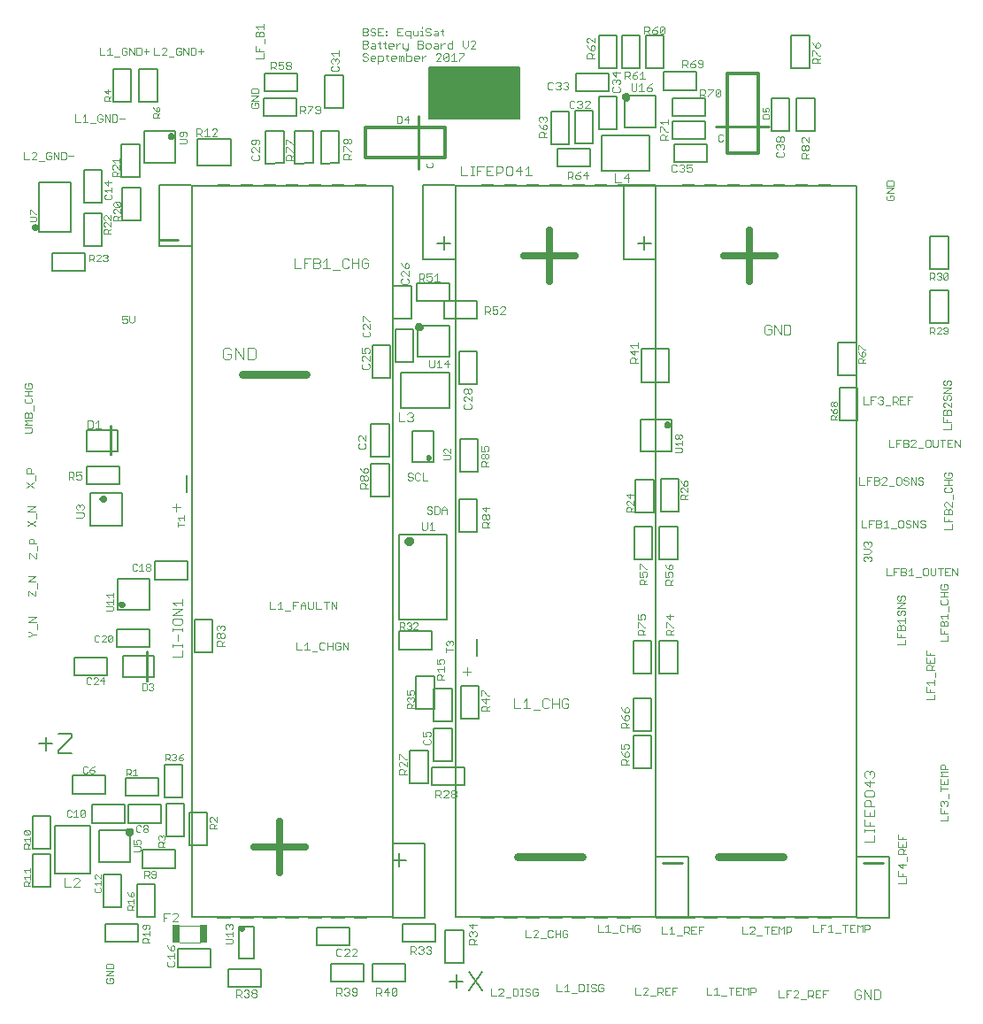
<source format=gto>
G75*
%MOIN*%
%OFA0B0*%
%FSLAX25Y25*%
%IPPOS*%
%LPD*%
%AMOC8*
5,1,8,0,0,1.08239X$1,22.5*
%
%ADD10C,0.00600*%
%ADD11C,0.00300*%
%ADD12C,0.00500*%
%ADD13C,0.02500*%
%ADD14C,0.03100*%
%ADD15C,0.00900*%
%ADD16C,0.00200*%
%ADD17C,0.01181*%
%ADD18C,0.01969*%
%ADD19C,0.00787*%
%ADD20C,0.01500*%
%ADD21C,0.00400*%
%ADD22R,0.02953X0.06693*%
%ADD23C,0.01200*%
%ADD24C,0.01000*%
D10*
X0127343Y0090603D02*
X0127343Y0102761D01*
X0132954Y0102761D01*
X0132954Y0090603D01*
X0127343Y0090603D01*
X0185401Y0127787D02*
X0190254Y0127787D01*
X0187828Y0125361D02*
X0187828Y0130214D01*
X0214075Y0085758D02*
X0218928Y0078478D01*
X0214075Y0078478D02*
X0218928Y0085758D01*
X0211678Y0082118D02*
X0206824Y0082118D01*
X0209251Y0084545D02*
X0209251Y0079691D01*
X0064204Y0167848D02*
X0059350Y0167848D01*
X0059350Y0169061D01*
X0064204Y0173915D01*
X0064204Y0175128D01*
X0059350Y0175128D01*
X0056953Y0171488D02*
X0052100Y0171488D01*
X0054527Y0173915D02*
X0054527Y0169061D01*
X0204527Y0357644D02*
X0204527Y0362498D01*
X0206953Y0360071D02*
X0202100Y0360071D01*
X0199044Y0406918D02*
X0199044Y0426209D01*
X0232902Y0426209D01*
X0232902Y0406918D01*
X0199044Y0406918D01*
X0199044Y0407234D02*
X0232902Y0407234D01*
X0232902Y0407832D02*
X0199044Y0407832D01*
X0199044Y0408431D02*
X0232902Y0408431D01*
X0232902Y0409030D02*
X0199044Y0409030D01*
X0199044Y0409628D02*
X0232902Y0409628D01*
X0232902Y0410227D02*
X0199044Y0410227D01*
X0199044Y0410825D02*
X0232902Y0410825D01*
X0232902Y0411424D02*
X0199044Y0411424D01*
X0199044Y0412022D02*
X0232902Y0412022D01*
X0232902Y0412621D02*
X0199044Y0412621D01*
X0199044Y0413219D02*
X0232902Y0413219D01*
X0232902Y0413818D02*
X0199044Y0413818D01*
X0199044Y0414416D02*
X0232902Y0414416D01*
X0232902Y0415015D02*
X0199044Y0415015D01*
X0199044Y0415613D02*
X0232902Y0415613D01*
X0232902Y0416212D02*
X0199044Y0416212D01*
X0199044Y0416810D02*
X0232902Y0416810D01*
X0232902Y0417409D02*
X0199044Y0417409D01*
X0199044Y0418007D02*
X0232902Y0418007D01*
X0232902Y0418606D02*
X0199044Y0418606D01*
X0199044Y0419204D02*
X0232902Y0419204D01*
X0232902Y0419803D02*
X0199044Y0419803D01*
X0199044Y0420401D02*
X0232902Y0420401D01*
X0232902Y0421000D02*
X0199044Y0421000D01*
X0199044Y0421598D02*
X0232902Y0421598D01*
X0232902Y0422197D02*
X0199044Y0422197D01*
X0199044Y0422795D02*
X0232902Y0422795D01*
X0232902Y0423394D02*
X0199044Y0423394D01*
X0199044Y0423992D02*
X0232902Y0423992D01*
X0232902Y0424591D02*
X0199044Y0424591D01*
X0199044Y0425189D02*
X0232902Y0425189D01*
X0232902Y0425788D02*
X0199044Y0425788D01*
X0277691Y0360071D02*
X0282544Y0360071D01*
X0280117Y0362498D02*
X0280117Y0357644D01*
D11*
X0273932Y0383052D02*
X0273932Y0386298D01*
X0272309Y0384675D01*
X0274473Y0384675D01*
X0271211Y0383052D02*
X0269047Y0383052D01*
X0269047Y0386298D01*
X0258963Y0385559D02*
X0257062Y0385559D01*
X0258488Y0386985D01*
X0258488Y0384133D01*
X0256063Y0384608D02*
X0256063Y0385084D01*
X0255588Y0385559D01*
X0254162Y0385559D01*
X0254162Y0384608D01*
X0254637Y0384133D01*
X0255588Y0384133D01*
X0256063Y0384608D01*
X0254162Y0385559D02*
X0255112Y0386510D01*
X0256063Y0386985D01*
X0253163Y0386510D02*
X0253163Y0385559D01*
X0252687Y0385084D01*
X0251261Y0385084D01*
X0251261Y0384133D02*
X0251261Y0386985D01*
X0252687Y0386985D01*
X0253163Y0386510D01*
X0252212Y0385084D02*
X0253163Y0384133D01*
X0243286Y0399915D02*
X0240434Y0399915D01*
X0240434Y0401341D01*
X0240909Y0401816D01*
X0241860Y0401816D01*
X0242335Y0401341D01*
X0242335Y0399915D01*
X0242335Y0400866D02*
X0243286Y0401816D01*
X0242810Y0402815D02*
X0243286Y0403290D01*
X0243286Y0404241D01*
X0242810Y0404716D01*
X0242335Y0404716D01*
X0241860Y0404241D01*
X0241860Y0402815D01*
X0242810Y0402815D01*
X0241860Y0402815D02*
X0240909Y0403766D01*
X0240434Y0404716D01*
X0240909Y0405715D02*
X0240434Y0406191D01*
X0240434Y0407141D01*
X0240909Y0407617D01*
X0241384Y0407617D01*
X0241860Y0407141D01*
X0242335Y0407617D01*
X0242810Y0407617D01*
X0243286Y0407141D01*
X0243286Y0406191D01*
X0242810Y0405715D01*
X0241860Y0406666D02*
X0241860Y0407141D01*
X0251899Y0411380D02*
X0252375Y0410905D01*
X0253325Y0410905D01*
X0253801Y0411380D01*
X0254799Y0411380D02*
X0255275Y0410905D01*
X0256225Y0410905D01*
X0256701Y0411380D01*
X0256701Y0411855D01*
X0256225Y0412331D01*
X0255750Y0412331D01*
X0256225Y0412331D02*
X0256701Y0412806D01*
X0256701Y0413281D01*
X0256225Y0413757D01*
X0255275Y0413757D01*
X0254799Y0413281D01*
X0253801Y0413281D02*
X0253325Y0413757D01*
X0252375Y0413757D01*
X0251899Y0413281D01*
X0251899Y0411380D01*
X0251015Y0417798D02*
X0250064Y0417798D01*
X0249589Y0418274D01*
X0248590Y0418274D02*
X0248115Y0417798D01*
X0247164Y0417798D01*
X0246689Y0418274D01*
X0245690Y0418274D02*
X0245215Y0417798D01*
X0244264Y0417798D01*
X0243789Y0418274D01*
X0243789Y0420175D01*
X0244264Y0420650D01*
X0245215Y0420650D01*
X0245690Y0420175D01*
X0246689Y0420175D02*
X0247164Y0420650D01*
X0248115Y0420650D01*
X0248590Y0420175D01*
X0248590Y0419700D01*
X0248115Y0419224D01*
X0248590Y0418749D01*
X0248590Y0418274D01*
X0248115Y0419224D02*
X0247639Y0419224D01*
X0249589Y0420175D02*
X0250064Y0420650D01*
X0251015Y0420650D01*
X0251490Y0420175D01*
X0251490Y0419700D01*
X0251015Y0419224D01*
X0251490Y0418749D01*
X0251490Y0418274D01*
X0251015Y0417798D01*
X0251015Y0419224D02*
X0250539Y0419224D01*
X0257699Y0413281D02*
X0258175Y0413757D01*
X0259126Y0413757D01*
X0259601Y0413281D01*
X0259601Y0412806D01*
X0257699Y0410905D01*
X0259601Y0410905D01*
X0267989Y0417398D02*
X0268464Y0416922D01*
X0270366Y0416922D01*
X0270841Y0417398D01*
X0270841Y0418348D01*
X0270366Y0418824D01*
X0270366Y0419823D02*
X0270841Y0420298D01*
X0270841Y0421249D01*
X0270366Y0421724D01*
X0269890Y0421724D01*
X0269415Y0421249D01*
X0269415Y0420773D01*
X0269415Y0421249D02*
X0268940Y0421724D01*
X0268464Y0421724D01*
X0267989Y0421249D01*
X0267989Y0420298D01*
X0268464Y0419823D01*
X0268464Y0418824D02*
X0267989Y0418348D01*
X0267989Y0417398D01*
X0269415Y0422723D02*
X0269415Y0424624D01*
X0270841Y0424149D02*
X0267989Y0424149D01*
X0269415Y0422723D01*
X0272623Y0422812D02*
X0274049Y0422812D01*
X0274525Y0423287D01*
X0274525Y0424238D01*
X0274049Y0424713D01*
X0272623Y0424713D01*
X0272623Y0421861D01*
X0273574Y0422812D02*
X0274525Y0421861D01*
X0275523Y0422337D02*
X0275999Y0421861D01*
X0276949Y0421861D01*
X0277425Y0422337D01*
X0277425Y0422812D01*
X0276949Y0423287D01*
X0275523Y0423287D01*
X0275523Y0422337D01*
X0275523Y0423287D02*
X0276474Y0424238D01*
X0277425Y0424713D01*
X0278423Y0423763D02*
X0279374Y0424713D01*
X0279374Y0421861D01*
X0278423Y0421861D02*
X0280325Y0421861D01*
X0279029Y0420156D02*
X0279029Y0417304D01*
X0278078Y0417304D02*
X0279980Y0417304D01*
X0280979Y0417780D02*
X0281454Y0417304D01*
X0282405Y0417304D01*
X0282880Y0417780D01*
X0282880Y0418255D01*
X0282405Y0418730D01*
X0280979Y0418730D01*
X0280979Y0417780D01*
X0280979Y0418730D02*
X0281929Y0419681D01*
X0282880Y0420156D01*
X0279029Y0420156D02*
X0278078Y0419206D01*
X0277080Y0420156D02*
X0277080Y0417780D01*
X0276604Y0417304D01*
X0275654Y0417304D01*
X0275178Y0417780D01*
X0275178Y0420156D01*
X0261317Y0429663D02*
X0258465Y0429663D01*
X0258465Y0431089D01*
X0258941Y0431564D01*
X0259891Y0431564D01*
X0260367Y0431089D01*
X0260367Y0429663D01*
X0260367Y0430614D02*
X0261317Y0431564D01*
X0260842Y0432563D02*
X0261317Y0433038D01*
X0261317Y0433989D01*
X0260842Y0434465D01*
X0260367Y0434465D01*
X0259891Y0433989D01*
X0259891Y0432563D01*
X0260842Y0432563D01*
X0259891Y0432563D02*
X0258941Y0433514D01*
X0258465Y0434465D01*
X0258941Y0435463D02*
X0258465Y0435939D01*
X0258465Y0436889D01*
X0258941Y0437365D01*
X0259416Y0437365D01*
X0261317Y0435463D01*
X0261317Y0437365D01*
X0280080Y0438889D02*
X0280080Y0441741D01*
X0281506Y0441741D01*
X0281982Y0441266D01*
X0281982Y0440315D01*
X0281506Y0439840D01*
X0280080Y0439840D01*
X0281031Y0439840D02*
X0281982Y0438889D01*
X0282980Y0439364D02*
X0283456Y0438889D01*
X0284406Y0438889D01*
X0284882Y0439364D01*
X0284882Y0439840D01*
X0284406Y0440315D01*
X0282980Y0440315D01*
X0282980Y0439364D01*
X0282980Y0440315D02*
X0283931Y0441266D01*
X0284882Y0441741D01*
X0285881Y0441266D02*
X0286356Y0441741D01*
X0287307Y0441741D01*
X0287782Y0441266D01*
X0285881Y0439364D01*
X0286356Y0438889D01*
X0287307Y0438889D01*
X0287782Y0439364D01*
X0287782Y0441266D01*
X0285881Y0441266D02*
X0285881Y0439364D01*
X0294434Y0429099D02*
X0295860Y0429099D01*
X0296336Y0428624D01*
X0296336Y0427673D01*
X0295860Y0427198D01*
X0294434Y0427198D01*
X0294434Y0426247D02*
X0294434Y0429099D01*
X0295385Y0427198D02*
X0296336Y0426247D01*
X0297334Y0426723D02*
X0297810Y0426247D01*
X0298760Y0426247D01*
X0299236Y0426723D01*
X0299236Y0427198D01*
X0298760Y0427673D01*
X0297334Y0427673D01*
X0297334Y0426723D01*
X0297334Y0427673D02*
X0298285Y0428624D01*
X0299236Y0429099D01*
X0300234Y0428624D02*
X0300234Y0428149D01*
X0300710Y0427673D01*
X0302136Y0427673D01*
X0302136Y0426723D02*
X0302136Y0428624D01*
X0301660Y0429099D01*
X0300710Y0429099D01*
X0300234Y0428624D01*
X0300234Y0426723D02*
X0300710Y0426247D01*
X0301660Y0426247D01*
X0302136Y0426723D01*
X0302499Y0418024D02*
X0301072Y0418024D01*
X0301072Y0415172D01*
X0301072Y0416123D02*
X0302499Y0416123D01*
X0302974Y0416598D01*
X0302974Y0417549D01*
X0302499Y0418024D01*
X0303973Y0418024D02*
X0305874Y0418024D01*
X0305874Y0417549D01*
X0303973Y0415648D01*
X0303973Y0415172D01*
X0302974Y0415172D02*
X0302023Y0416123D01*
X0306873Y0415648D02*
X0308774Y0417549D01*
X0308774Y0415648D01*
X0308299Y0415172D01*
X0307348Y0415172D01*
X0306873Y0415648D01*
X0306873Y0417549D01*
X0307348Y0418024D01*
X0308299Y0418024D01*
X0308774Y0417549D01*
X0324693Y0411119D02*
X0324693Y0409481D01*
X0325922Y0409481D01*
X0325512Y0410300D01*
X0325512Y0410710D01*
X0325922Y0411119D01*
X0326741Y0411119D01*
X0327151Y0410710D01*
X0327151Y0409890D01*
X0326741Y0409481D01*
X0326741Y0408582D02*
X0325102Y0408582D01*
X0324693Y0408172D01*
X0324693Y0406943D01*
X0327151Y0406943D01*
X0327151Y0408172D01*
X0326741Y0408582D01*
X0330275Y0400215D02*
X0330751Y0400215D01*
X0331226Y0399739D01*
X0331226Y0398789D01*
X0330751Y0398313D01*
X0330275Y0398313D01*
X0329800Y0398789D01*
X0329800Y0399739D01*
X0330275Y0400215D01*
X0331226Y0399739D02*
X0331701Y0400215D01*
X0332177Y0400215D01*
X0332652Y0399739D01*
X0332652Y0398789D01*
X0332177Y0398313D01*
X0331701Y0398313D01*
X0331226Y0398789D01*
X0331701Y0397314D02*
X0331226Y0396839D01*
X0331226Y0396364D01*
X0331226Y0396839D02*
X0330751Y0397314D01*
X0330275Y0397314D01*
X0329800Y0396839D01*
X0329800Y0395888D01*
X0330275Y0395413D01*
X0330275Y0394414D02*
X0329800Y0393939D01*
X0329800Y0392988D01*
X0330275Y0392513D01*
X0332177Y0392513D01*
X0332652Y0392988D01*
X0332652Y0393939D01*
X0332177Y0394414D01*
X0332177Y0395413D02*
X0332652Y0395888D01*
X0332652Y0396839D01*
X0332177Y0397314D01*
X0331701Y0397314D01*
X0339249Y0396445D02*
X0339249Y0395495D01*
X0339724Y0395019D01*
X0340199Y0395019D01*
X0340675Y0395495D01*
X0340675Y0396445D01*
X0341150Y0396921D01*
X0341625Y0396921D01*
X0342101Y0396445D01*
X0342101Y0395495D01*
X0341625Y0395019D01*
X0341150Y0395019D01*
X0340675Y0395495D01*
X0340675Y0396445D02*
X0340199Y0396921D01*
X0339724Y0396921D01*
X0339249Y0396445D01*
X0339724Y0397920D02*
X0339249Y0398395D01*
X0339249Y0399346D01*
X0339724Y0399821D01*
X0340199Y0399821D01*
X0342101Y0397920D01*
X0342101Y0399821D01*
X0342101Y0394021D02*
X0341150Y0393070D01*
X0341150Y0393545D02*
X0341150Y0392119D01*
X0342101Y0392119D02*
X0339249Y0392119D01*
X0339249Y0393545D01*
X0339724Y0394021D01*
X0340675Y0394021D01*
X0341150Y0393545D01*
X0343387Y0427884D02*
X0343387Y0429310D01*
X0343862Y0429785D01*
X0344813Y0429785D01*
X0345288Y0429310D01*
X0345288Y0427884D01*
X0345288Y0428834D02*
X0346239Y0429785D01*
X0346239Y0430784D02*
X0345763Y0430784D01*
X0343862Y0432685D01*
X0343387Y0432685D01*
X0343387Y0430784D01*
X0343387Y0427884D02*
X0346239Y0427884D01*
X0345763Y0433684D02*
X0346239Y0434159D01*
X0346239Y0435110D01*
X0345763Y0435585D01*
X0345288Y0435585D01*
X0344813Y0435110D01*
X0344813Y0433684D01*
X0345763Y0433684D01*
X0344813Y0433684D02*
X0343862Y0434634D01*
X0343387Y0435585D01*
X0298041Y0389698D02*
X0296140Y0389698D01*
X0296140Y0388272D01*
X0297091Y0388747D01*
X0297566Y0388747D01*
X0298041Y0388272D01*
X0298041Y0387321D01*
X0297566Y0386846D01*
X0296615Y0386846D01*
X0296140Y0387321D01*
X0295141Y0387321D02*
X0294666Y0386846D01*
X0293715Y0386846D01*
X0293240Y0387321D01*
X0292241Y0387321D02*
X0291766Y0386846D01*
X0290815Y0386846D01*
X0290340Y0387321D01*
X0290340Y0389222D01*
X0290815Y0389698D01*
X0291766Y0389698D01*
X0292241Y0389222D01*
X0293240Y0389222D02*
X0293715Y0389698D01*
X0294666Y0389698D01*
X0295141Y0389222D01*
X0295141Y0388747D01*
X0294666Y0388272D01*
X0295141Y0387796D01*
X0295141Y0387321D01*
X0294666Y0388272D02*
X0294191Y0388272D01*
X0288904Y0399017D02*
X0286052Y0399017D01*
X0286052Y0400443D01*
X0286527Y0400918D01*
X0287478Y0400918D01*
X0287953Y0400443D01*
X0287953Y0399017D01*
X0287953Y0399968D02*
X0288904Y0400918D01*
X0288904Y0401917D02*
X0288429Y0401917D01*
X0286527Y0403818D01*
X0286052Y0403818D01*
X0286052Y0401917D01*
X0287003Y0404817D02*
X0286052Y0405768D01*
X0288904Y0405768D01*
X0288904Y0404817D02*
X0288904Y0406719D01*
X0237639Y0385478D02*
X0235212Y0385478D01*
X0236425Y0385478D02*
X0236425Y0389118D01*
X0235212Y0387904D01*
X0234014Y0387298D02*
X0231587Y0387298D01*
X0233407Y0389118D01*
X0233407Y0385478D01*
X0230389Y0386084D02*
X0230389Y0388511D01*
X0229782Y0389118D01*
X0228568Y0389118D01*
X0227962Y0388511D01*
X0227962Y0386084D01*
X0228568Y0385478D01*
X0229782Y0385478D01*
X0230389Y0386084D01*
X0226763Y0387298D02*
X0226157Y0386691D01*
X0224337Y0386691D01*
X0224337Y0385478D02*
X0224337Y0389118D01*
X0226157Y0389118D01*
X0226763Y0388511D01*
X0226763Y0387298D01*
X0223138Y0389118D02*
X0220712Y0389118D01*
X0220712Y0385478D01*
X0223138Y0385478D01*
X0221925Y0387298D02*
X0220712Y0387298D01*
X0219513Y0389118D02*
X0217086Y0389118D01*
X0217086Y0385478D01*
X0215883Y0385478D02*
X0214670Y0385478D01*
X0215276Y0385478D02*
X0215276Y0389118D01*
X0214670Y0389118D02*
X0215883Y0389118D01*
X0217086Y0387298D02*
X0218300Y0387298D01*
X0213471Y0385478D02*
X0211044Y0385478D01*
X0211044Y0389118D01*
X0190924Y0405404D02*
X0190924Y0407862D01*
X0189695Y0406633D01*
X0191334Y0406633D01*
X0188796Y0407452D02*
X0188386Y0407862D01*
X0187157Y0407862D01*
X0187157Y0405404D01*
X0188386Y0405404D01*
X0188796Y0405813D01*
X0188796Y0407452D01*
X0169660Y0398952D02*
X0169660Y0398001D01*
X0169185Y0397526D01*
X0168709Y0397526D01*
X0168234Y0398001D01*
X0168234Y0398952D01*
X0168709Y0399427D01*
X0169185Y0399427D01*
X0169660Y0398952D01*
X0168234Y0398952D02*
X0167758Y0399427D01*
X0167283Y0399427D01*
X0166808Y0398952D01*
X0166808Y0398001D01*
X0167283Y0397526D01*
X0167758Y0397526D01*
X0168234Y0398001D01*
X0167283Y0396527D02*
X0169185Y0394626D01*
X0169660Y0394626D01*
X0169660Y0393627D02*
X0168709Y0392676D01*
X0168709Y0393152D02*
X0168709Y0391726D01*
X0169660Y0391726D02*
X0166808Y0391726D01*
X0166808Y0393152D01*
X0167283Y0393627D01*
X0168234Y0393627D01*
X0168709Y0393152D01*
X0166808Y0394626D02*
X0166808Y0396527D01*
X0167283Y0396527D01*
X0157551Y0408936D02*
X0158026Y0409412D01*
X0158026Y0411313D01*
X0157551Y0411788D01*
X0156600Y0411788D01*
X0156125Y0411313D01*
X0156125Y0410838D01*
X0156600Y0410362D01*
X0158026Y0410362D01*
X0157551Y0408936D02*
X0156600Y0408936D01*
X0156125Y0409412D01*
X0155126Y0411313D02*
X0153225Y0409412D01*
X0153225Y0408936D01*
X0152226Y0408936D02*
X0151275Y0409887D01*
X0151750Y0409887D02*
X0150324Y0409887D01*
X0150324Y0408936D02*
X0150324Y0411788D01*
X0151750Y0411788D01*
X0152226Y0411313D01*
X0152226Y0410362D01*
X0151750Y0409887D01*
X0153225Y0411788D02*
X0155126Y0411788D01*
X0155126Y0411313D01*
X0162559Y0424796D02*
X0164460Y0424796D01*
X0164935Y0425272D01*
X0164935Y0426222D01*
X0164460Y0426698D01*
X0164460Y0427697D02*
X0164935Y0428172D01*
X0164935Y0429123D01*
X0164460Y0429598D01*
X0163985Y0429598D01*
X0163509Y0429123D01*
X0163509Y0428647D01*
X0163509Y0429123D02*
X0163034Y0429598D01*
X0162559Y0429598D01*
X0162083Y0429123D01*
X0162083Y0428172D01*
X0162559Y0427697D01*
X0162559Y0426698D02*
X0162083Y0426222D01*
X0162083Y0425272D01*
X0162559Y0424796D01*
X0163034Y0430597D02*
X0162083Y0431547D01*
X0164935Y0431547D01*
X0164935Y0430597D02*
X0164935Y0432498D01*
X0173997Y0433446D02*
X0175423Y0433446D01*
X0175899Y0433921D01*
X0175899Y0434397D01*
X0175423Y0434872D01*
X0173997Y0434872D01*
X0173997Y0433446D02*
X0173997Y0436298D01*
X0175423Y0436298D01*
X0175899Y0435823D01*
X0175899Y0435347D01*
X0175423Y0434872D01*
X0176897Y0433921D02*
X0177373Y0434397D01*
X0178799Y0434397D01*
X0178799Y0434872D02*
X0178799Y0433446D01*
X0177373Y0433446D01*
X0176897Y0433921D01*
X0177373Y0435347D02*
X0178323Y0435347D01*
X0178799Y0434872D01*
X0179797Y0435347D02*
X0180748Y0435347D01*
X0180273Y0435823D02*
X0180273Y0433921D01*
X0180748Y0433446D01*
X0182206Y0433921D02*
X0182682Y0433446D01*
X0182206Y0433921D02*
X0182206Y0435823D01*
X0181731Y0435347D02*
X0182682Y0435347D01*
X0183664Y0434872D02*
X0184140Y0435347D01*
X0185090Y0435347D01*
X0185566Y0434872D01*
X0185566Y0434397D01*
X0183664Y0434397D01*
X0183664Y0434872D02*
X0183664Y0433921D01*
X0184140Y0433446D01*
X0185090Y0433446D01*
X0186564Y0433446D02*
X0186564Y0435347D01*
X0186564Y0434397D02*
X0187515Y0435347D01*
X0187990Y0435347D01*
X0188981Y0435347D02*
X0188981Y0433921D01*
X0189456Y0433446D01*
X0190882Y0433446D01*
X0190882Y0432971D02*
X0190407Y0432495D01*
X0189932Y0432495D01*
X0190431Y0431574D02*
X0190431Y0428722D01*
X0191857Y0428722D01*
X0192333Y0429197D01*
X0192333Y0430148D01*
X0191857Y0430623D01*
X0190431Y0430623D01*
X0189432Y0430148D02*
X0189432Y0428722D01*
X0188482Y0428722D02*
X0188482Y0430148D01*
X0188957Y0430623D01*
X0189432Y0430148D01*
X0188482Y0430148D02*
X0188006Y0430623D01*
X0187531Y0430623D01*
X0187531Y0428722D01*
X0186532Y0429672D02*
X0184631Y0429672D01*
X0184631Y0429197D02*
X0184631Y0430148D01*
X0185106Y0430623D01*
X0186057Y0430623D01*
X0186532Y0430148D01*
X0186532Y0429672D01*
X0186057Y0428722D02*
X0185106Y0428722D01*
X0184631Y0429197D01*
X0183648Y0428722D02*
X0183173Y0429197D01*
X0183173Y0431098D01*
X0182698Y0430623D02*
X0183648Y0430623D01*
X0181699Y0430148D02*
X0181699Y0429197D01*
X0181223Y0428722D01*
X0179797Y0428722D01*
X0179797Y0427771D02*
X0179797Y0430623D01*
X0181223Y0430623D01*
X0181699Y0430148D01*
X0178799Y0430148D02*
X0178799Y0429672D01*
X0176897Y0429672D01*
X0176897Y0429197D02*
X0176897Y0430148D01*
X0177373Y0430623D01*
X0178323Y0430623D01*
X0178799Y0430148D01*
X0178323Y0428722D02*
X0177373Y0428722D01*
X0176897Y0429197D01*
X0175899Y0429197D02*
X0175423Y0428722D01*
X0174473Y0428722D01*
X0173997Y0429197D01*
X0174473Y0430148D02*
X0175423Y0430148D01*
X0175899Y0429672D01*
X0175899Y0429197D01*
X0174473Y0430148D02*
X0173997Y0430623D01*
X0173997Y0431098D01*
X0174473Y0431574D01*
X0175423Y0431574D01*
X0175899Y0431098D01*
X0175423Y0438170D02*
X0173997Y0438170D01*
X0173997Y0441023D01*
X0175423Y0441023D01*
X0175899Y0440547D01*
X0175899Y0440072D01*
X0175423Y0439596D01*
X0173997Y0439596D01*
X0175423Y0439596D02*
X0175899Y0439121D01*
X0175899Y0438646D01*
X0175423Y0438170D01*
X0176897Y0438646D02*
X0177373Y0438170D01*
X0178323Y0438170D01*
X0178799Y0438646D01*
X0178799Y0439121D01*
X0178323Y0439596D01*
X0177373Y0439596D01*
X0176897Y0440072D01*
X0176897Y0440547D01*
X0177373Y0441023D01*
X0178323Y0441023D01*
X0178799Y0440547D01*
X0179797Y0441023D02*
X0179797Y0438170D01*
X0181699Y0438170D01*
X0182698Y0438170D02*
X0182698Y0438646D01*
X0183173Y0438646D01*
X0183173Y0438170D01*
X0182698Y0438170D01*
X0182698Y0439596D02*
X0182698Y0440072D01*
X0183173Y0440072D01*
X0183173Y0439596D01*
X0182698Y0439596D01*
X0181699Y0441023D02*
X0179797Y0441023D01*
X0179797Y0439596D02*
X0180748Y0439596D01*
X0187048Y0439596D02*
X0187998Y0439596D01*
X0187048Y0438170D02*
X0187048Y0441023D01*
X0188949Y0441023D01*
X0189948Y0439596D02*
X0189948Y0438646D01*
X0190423Y0438170D01*
X0191849Y0438170D01*
X0191849Y0437220D02*
X0191849Y0440072D01*
X0190423Y0440072D01*
X0189948Y0439596D01*
X0188949Y0438170D02*
X0187048Y0438170D01*
X0190882Y0435347D02*
X0190882Y0432971D01*
X0193331Y0430148D02*
X0193807Y0430623D01*
X0194757Y0430623D01*
X0195233Y0430148D01*
X0195233Y0429672D01*
X0193331Y0429672D01*
X0193331Y0429197D02*
X0193331Y0430148D01*
X0193331Y0429197D02*
X0193807Y0428722D01*
X0194757Y0428722D01*
X0196231Y0428722D02*
X0196231Y0430623D01*
X0196231Y0429672D02*
X0197182Y0430623D01*
X0197657Y0430623D01*
X0198157Y0433446D02*
X0197681Y0433921D01*
X0197681Y0434872D01*
X0198157Y0435347D01*
X0199107Y0435347D01*
X0199583Y0434872D01*
X0199583Y0433921D01*
X0199107Y0433446D01*
X0198157Y0433446D01*
X0196683Y0433921D02*
X0196207Y0433446D01*
X0194781Y0433446D01*
X0194781Y0436298D01*
X0196207Y0436298D01*
X0196683Y0435823D01*
X0196683Y0435347D01*
X0196207Y0434872D01*
X0194781Y0434872D01*
X0196207Y0434872D02*
X0196683Y0434397D01*
X0196683Y0433921D01*
X0200582Y0433921D02*
X0201057Y0434397D01*
X0202483Y0434397D01*
X0202483Y0434872D02*
X0202483Y0433446D01*
X0201057Y0433446D01*
X0200582Y0433921D01*
X0201057Y0435347D02*
X0202008Y0435347D01*
X0202483Y0434872D01*
X0203482Y0434397D02*
X0204432Y0435347D01*
X0204908Y0435347D01*
X0205898Y0434872D02*
X0206374Y0435347D01*
X0207800Y0435347D01*
X0207800Y0436298D02*
X0207800Y0433446D01*
X0206374Y0433446D01*
X0205898Y0433921D01*
X0205898Y0434872D01*
X0203482Y0435347D02*
X0203482Y0433446D01*
X0202974Y0431574D02*
X0202024Y0431574D01*
X0201548Y0431098D01*
X0202974Y0431574D02*
X0203450Y0431098D01*
X0203450Y0430623D01*
X0201548Y0428722D01*
X0203450Y0428722D01*
X0204448Y0429197D02*
X0206350Y0431098D01*
X0206350Y0429197D01*
X0205874Y0428722D01*
X0204924Y0428722D01*
X0204448Y0429197D01*
X0204448Y0431098D01*
X0204924Y0431574D01*
X0205874Y0431574D01*
X0206350Y0431098D01*
X0207349Y0430623D02*
X0208299Y0431574D01*
X0208299Y0428722D01*
X0207349Y0428722D02*
X0209250Y0428722D01*
X0210249Y0428722D02*
X0210249Y0429197D01*
X0212150Y0431098D01*
X0212150Y0431574D01*
X0210249Y0431574D01*
X0212649Y0433446D02*
X0213600Y0434397D01*
X0213600Y0436298D01*
X0214599Y0435823D02*
X0215074Y0436298D01*
X0216025Y0436298D01*
X0216500Y0435823D01*
X0216500Y0435347D01*
X0214599Y0433446D01*
X0216500Y0433446D01*
X0212649Y0433446D02*
X0211699Y0434397D01*
X0211699Y0436298D01*
X0204432Y0438170D02*
X0203957Y0438646D01*
X0203957Y0440547D01*
X0203482Y0440072D02*
X0204432Y0440072D01*
X0202483Y0439596D02*
X0202483Y0438170D01*
X0201057Y0438170D01*
X0200582Y0438646D01*
X0201057Y0439121D01*
X0202483Y0439121D01*
X0202483Y0439596D02*
X0202008Y0440072D01*
X0201057Y0440072D01*
X0199583Y0440547D02*
X0199107Y0441023D01*
X0198157Y0441023D01*
X0197681Y0440547D01*
X0197681Y0440072D01*
X0198157Y0439596D01*
X0199107Y0439596D01*
X0199583Y0439121D01*
X0199583Y0438646D01*
X0199107Y0438170D01*
X0198157Y0438170D01*
X0197681Y0438646D01*
X0196699Y0438170D02*
X0195748Y0438170D01*
X0196223Y0438170D02*
X0196223Y0440072D01*
X0195748Y0440072D01*
X0194749Y0440072D02*
X0194749Y0438170D01*
X0193323Y0438170D01*
X0192848Y0438646D01*
X0192848Y0440072D01*
X0196223Y0441023D02*
X0196223Y0441498D01*
X0147002Y0427848D02*
X0147002Y0427373D01*
X0146527Y0426898D01*
X0145576Y0426898D01*
X0145101Y0427373D01*
X0145101Y0427848D01*
X0145576Y0428324D01*
X0146527Y0428324D01*
X0147002Y0427848D01*
X0146527Y0426898D02*
X0147002Y0426422D01*
X0147002Y0425947D01*
X0146527Y0425472D01*
X0145576Y0425472D01*
X0145101Y0425947D01*
X0145101Y0426422D01*
X0145576Y0426898D01*
X0144102Y0426898D02*
X0144102Y0425947D01*
X0143627Y0425472D01*
X0142676Y0425472D01*
X0142201Y0425947D01*
X0142201Y0426898D02*
X0143152Y0427373D01*
X0143627Y0427373D01*
X0144102Y0426898D01*
X0144102Y0428324D02*
X0142201Y0428324D01*
X0142201Y0426898D01*
X0141202Y0426898D02*
X0140727Y0426422D01*
X0139301Y0426422D01*
X0139301Y0425472D02*
X0139301Y0428324D01*
X0140727Y0428324D01*
X0141202Y0427848D01*
X0141202Y0426898D01*
X0140252Y0426422D02*
X0141202Y0425472D01*
X0145154Y0399033D02*
X0145630Y0399033D01*
X0147531Y0397132D01*
X0148006Y0397132D01*
X0145630Y0396133D02*
X0147531Y0394232D01*
X0148006Y0394232D01*
X0148006Y0393233D02*
X0147056Y0392283D01*
X0147056Y0392758D02*
X0147056Y0391332D01*
X0148006Y0391332D02*
X0145154Y0391332D01*
X0145154Y0392758D01*
X0145630Y0393233D01*
X0146580Y0393233D01*
X0147056Y0392758D01*
X0145154Y0394232D02*
X0145154Y0396133D01*
X0145630Y0396133D01*
X0145154Y0397132D02*
X0145154Y0399033D01*
X0135014Y0398558D02*
X0134539Y0399033D01*
X0132637Y0399033D01*
X0132162Y0398558D01*
X0132162Y0397607D01*
X0132637Y0397132D01*
X0133113Y0397132D01*
X0133588Y0397607D01*
X0133588Y0399033D01*
X0135014Y0398558D02*
X0135014Y0397607D01*
X0134539Y0397132D01*
X0135014Y0396133D02*
X0135014Y0394232D01*
X0133113Y0396133D01*
X0132637Y0396133D01*
X0132162Y0395658D01*
X0132162Y0394707D01*
X0132637Y0394232D01*
X0132637Y0393233D02*
X0132162Y0392758D01*
X0132162Y0391807D01*
X0132637Y0391332D01*
X0134539Y0391332D01*
X0135014Y0391807D01*
X0135014Y0392758D01*
X0134539Y0393233D01*
X0119100Y0400375D02*
X0117199Y0400375D01*
X0119100Y0402277D01*
X0119100Y0402752D01*
X0118625Y0403227D01*
X0117674Y0403227D01*
X0117199Y0402752D01*
X0115250Y0403227D02*
X0115250Y0400375D01*
X0116200Y0400375D02*
X0114299Y0400375D01*
X0113300Y0400375D02*
X0112349Y0401326D01*
X0112825Y0401326D02*
X0111399Y0401326D01*
X0111399Y0400375D02*
X0111399Y0403227D01*
X0112825Y0403227D01*
X0113300Y0402752D01*
X0113300Y0401801D01*
X0112825Y0401326D01*
X0114299Y0402277D02*
X0115250Y0403227D01*
X0148249Y0354291D02*
X0148249Y0350651D01*
X0150676Y0350651D01*
X0151874Y0350651D02*
X0151874Y0354291D01*
X0154301Y0354291D01*
X0155499Y0354291D02*
X0157320Y0354291D01*
X0157926Y0353684D01*
X0157926Y0353078D01*
X0157320Y0352471D01*
X0155499Y0352471D01*
X0155499Y0350651D02*
X0155499Y0354291D01*
X0157320Y0352471D02*
X0157926Y0351864D01*
X0157926Y0351257D01*
X0157320Y0350651D01*
X0155499Y0350651D01*
X0153088Y0352471D02*
X0151874Y0352471D01*
X0159125Y0353078D02*
X0160338Y0354291D01*
X0160338Y0350651D01*
X0159125Y0350651D02*
X0161551Y0350651D01*
X0162750Y0350044D02*
X0165176Y0350044D01*
X0166375Y0351257D02*
X0166982Y0350651D01*
X0168195Y0350651D01*
X0168802Y0351257D01*
X0170000Y0350651D02*
X0170000Y0354291D01*
X0168802Y0353684D02*
X0168195Y0354291D01*
X0166982Y0354291D01*
X0166375Y0353684D01*
X0166375Y0351257D01*
X0170000Y0352471D02*
X0172427Y0352471D01*
X0173625Y0353684D02*
X0173625Y0351257D01*
X0174232Y0350651D01*
X0175445Y0350651D01*
X0176052Y0351257D01*
X0176052Y0352471D01*
X0174839Y0352471D01*
X0176052Y0353684D02*
X0175445Y0354291D01*
X0174232Y0354291D01*
X0173625Y0353684D01*
X0172427Y0354291D02*
X0172427Y0350651D01*
X0173894Y0332498D02*
X0174370Y0332498D01*
X0176271Y0330597D01*
X0176746Y0330597D01*
X0176746Y0329598D02*
X0176746Y0327697D01*
X0174845Y0329598D01*
X0174370Y0329598D01*
X0173894Y0329123D01*
X0173894Y0328172D01*
X0174370Y0327697D01*
X0174370Y0326698D02*
X0173894Y0326222D01*
X0173894Y0325272D01*
X0174370Y0324796D01*
X0176271Y0324796D01*
X0176746Y0325272D01*
X0176746Y0326222D01*
X0176271Y0326698D01*
X0173894Y0330597D02*
X0173894Y0332498D01*
X0173658Y0320482D02*
X0173658Y0318581D01*
X0175084Y0318581D01*
X0174609Y0319532D01*
X0174609Y0320007D01*
X0175084Y0320482D01*
X0176035Y0320482D01*
X0176510Y0320007D01*
X0176510Y0319056D01*
X0176035Y0318581D01*
X0176510Y0317582D02*
X0176510Y0315681D01*
X0174609Y0317582D01*
X0174134Y0317582D01*
X0173658Y0317107D01*
X0173658Y0316156D01*
X0174134Y0315681D01*
X0174134Y0314682D02*
X0173658Y0314207D01*
X0173658Y0313256D01*
X0174134Y0312781D01*
X0176035Y0312781D01*
X0176510Y0313256D01*
X0176510Y0314207D01*
X0176035Y0314682D01*
X0187551Y0296141D02*
X0187551Y0292895D01*
X0189715Y0292895D01*
X0190813Y0293436D02*
X0191354Y0292895D01*
X0192436Y0292895D01*
X0192977Y0293436D01*
X0192977Y0293977D01*
X0192436Y0294518D01*
X0191895Y0294518D01*
X0192436Y0294518D02*
X0192977Y0295059D01*
X0192977Y0295600D01*
X0192436Y0296141D01*
X0191354Y0296141D01*
X0190813Y0295600D01*
X0175172Y0287472D02*
X0175172Y0285571D01*
X0173270Y0287472D01*
X0172795Y0287472D01*
X0172320Y0286997D01*
X0172320Y0286046D01*
X0172795Y0285571D01*
X0172795Y0284572D02*
X0172320Y0284096D01*
X0172320Y0283146D01*
X0172795Y0282670D01*
X0174696Y0282670D01*
X0175172Y0283146D01*
X0175172Y0284096D01*
X0174696Y0284572D01*
X0174890Y0275419D02*
X0174415Y0274944D01*
X0174415Y0273518D01*
X0175366Y0273518D01*
X0175841Y0273993D01*
X0175841Y0274944D01*
X0175366Y0275419D01*
X0174890Y0275419D01*
X0173464Y0274469D02*
X0174415Y0273518D01*
X0174890Y0272519D02*
X0175366Y0272519D01*
X0175841Y0272044D01*
X0175841Y0271093D01*
X0175366Y0270618D01*
X0174890Y0270618D01*
X0174415Y0271093D01*
X0174415Y0272044D01*
X0174890Y0272519D01*
X0174415Y0272044D02*
X0173940Y0272519D01*
X0173464Y0272519D01*
X0172989Y0272044D01*
X0172989Y0271093D01*
X0173464Y0270618D01*
X0173940Y0270618D01*
X0174415Y0271093D01*
X0174415Y0269619D02*
X0174890Y0269144D01*
X0174890Y0267718D01*
X0174890Y0268668D02*
X0175841Y0269619D01*
X0174415Y0269619D02*
X0173464Y0269619D01*
X0172989Y0269144D01*
X0172989Y0267718D01*
X0175841Y0267718D01*
X0173464Y0274469D02*
X0172989Y0275419D01*
X0196312Y0254889D02*
X0196312Y0252512D01*
X0196788Y0252037D01*
X0197738Y0252037D01*
X0198214Y0252512D01*
X0198214Y0254889D01*
X0199212Y0253938D02*
X0200163Y0254889D01*
X0200163Y0252037D01*
X0199212Y0252037D02*
X0201114Y0252037D01*
X0218977Y0253080D02*
X0218977Y0254506D01*
X0219452Y0254982D01*
X0220403Y0254982D01*
X0220878Y0254506D01*
X0220878Y0253080D01*
X0220878Y0254031D02*
X0221829Y0254982D01*
X0221354Y0255980D02*
X0220878Y0255980D01*
X0220403Y0256456D01*
X0220403Y0257406D01*
X0220878Y0257882D01*
X0221354Y0257882D01*
X0221829Y0257406D01*
X0221829Y0256456D01*
X0221354Y0255980D01*
X0220403Y0256456D02*
X0219928Y0255980D01*
X0219452Y0255980D01*
X0218977Y0256456D01*
X0218977Y0257406D01*
X0219452Y0257882D01*
X0219928Y0257882D01*
X0220403Y0257406D01*
X0220403Y0258881D02*
X0220403Y0260782D01*
X0218977Y0260307D02*
X0220403Y0258881D01*
X0221829Y0260307D02*
X0218977Y0260307D01*
X0218977Y0253080D02*
X0221829Y0253080D01*
X0221435Y0275915D02*
X0218583Y0275915D01*
X0218583Y0277341D01*
X0219059Y0277816D01*
X0220009Y0277816D01*
X0220485Y0277341D01*
X0220485Y0275915D01*
X0220485Y0276866D02*
X0221435Y0277816D01*
X0220960Y0278815D02*
X0220485Y0278815D01*
X0220009Y0279290D01*
X0220009Y0280241D01*
X0220485Y0280716D01*
X0220960Y0280716D01*
X0221435Y0280241D01*
X0221435Y0279290D01*
X0220960Y0278815D01*
X0220009Y0279290D02*
X0219534Y0278815D01*
X0219059Y0278815D01*
X0218583Y0279290D01*
X0218583Y0280241D01*
X0219059Y0280716D01*
X0219534Y0280716D01*
X0220009Y0280241D01*
X0220009Y0281715D02*
X0219534Y0282666D01*
X0219534Y0283141D01*
X0220009Y0283617D01*
X0220960Y0283617D01*
X0221435Y0283141D01*
X0221435Y0282191D01*
X0220960Y0281715D01*
X0220009Y0281715D02*
X0218583Y0281715D01*
X0218583Y0283617D01*
X0214460Y0297631D02*
X0212559Y0297631D01*
X0212083Y0298106D01*
X0212083Y0299057D01*
X0212559Y0299532D01*
X0212559Y0300531D02*
X0212083Y0301007D01*
X0212083Y0301957D01*
X0212559Y0302433D01*
X0213034Y0302433D01*
X0214935Y0300531D01*
X0214935Y0302433D01*
X0214460Y0303431D02*
X0213985Y0303431D01*
X0213509Y0303907D01*
X0213509Y0304857D01*
X0213985Y0305333D01*
X0214460Y0305333D01*
X0214935Y0304857D01*
X0214935Y0303907D01*
X0214460Y0303431D01*
X0213509Y0303907D02*
X0213034Y0303431D01*
X0212559Y0303431D01*
X0212083Y0303907D01*
X0212083Y0304857D01*
X0212559Y0305333D01*
X0213034Y0305333D01*
X0213509Y0304857D01*
X0214460Y0299532D02*
X0214935Y0299057D01*
X0214935Y0298106D01*
X0214460Y0297631D01*
X0206169Y0313155D02*
X0206169Y0316007D01*
X0204743Y0314581D01*
X0206644Y0314581D01*
X0203744Y0313155D02*
X0201843Y0313155D01*
X0202793Y0313155D02*
X0202793Y0316007D01*
X0201843Y0315056D01*
X0200844Y0316007D02*
X0200844Y0313630D01*
X0200369Y0313155D01*
X0199418Y0313155D01*
X0198943Y0313630D01*
X0198943Y0316007D01*
X0220009Y0333346D02*
X0220009Y0336198D01*
X0221436Y0336198D01*
X0221911Y0335722D01*
X0221911Y0334772D01*
X0221436Y0334296D01*
X0220009Y0334296D01*
X0220960Y0334296D02*
X0221911Y0333346D01*
X0222910Y0333821D02*
X0223385Y0333346D01*
X0224336Y0333346D01*
X0224811Y0333821D01*
X0224811Y0334772D01*
X0224336Y0335247D01*
X0223860Y0335247D01*
X0222910Y0334772D01*
X0222910Y0336198D01*
X0224811Y0336198D01*
X0225810Y0335722D02*
X0226285Y0336198D01*
X0227236Y0336198D01*
X0227711Y0335722D01*
X0227711Y0335247D01*
X0225810Y0333346D01*
X0227711Y0333346D01*
X0202970Y0345751D02*
X0201069Y0345751D01*
X0202020Y0345751D02*
X0202020Y0348603D01*
X0201069Y0347653D01*
X0200070Y0347177D02*
X0200070Y0346227D01*
X0199595Y0345751D01*
X0198644Y0345751D01*
X0198169Y0346227D01*
X0198169Y0347177D02*
X0199120Y0347653D01*
X0199595Y0347653D01*
X0200070Y0347177D01*
X0200070Y0348603D02*
X0198169Y0348603D01*
X0198169Y0347177D01*
X0197170Y0347177D02*
X0196695Y0346702D01*
X0195269Y0346702D01*
X0196220Y0346702D02*
X0197170Y0345751D01*
X0197170Y0347177D02*
X0197170Y0348128D01*
X0196695Y0348603D01*
X0195269Y0348603D01*
X0195269Y0345751D01*
X0191270Y0346184D02*
X0190795Y0346659D01*
X0191270Y0346184D02*
X0191270Y0345233D01*
X0190795Y0344758D01*
X0188893Y0344758D01*
X0188418Y0345233D01*
X0188418Y0346184D01*
X0188893Y0346659D01*
X0188893Y0347658D02*
X0188418Y0348133D01*
X0188418Y0349084D01*
X0188893Y0349559D01*
X0189369Y0349559D01*
X0191270Y0347658D01*
X0191270Y0349559D01*
X0190795Y0350558D02*
X0191270Y0351033D01*
X0191270Y0351984D01*
X0190795Y0352459D01*
X0190319Y0352459D01*
X0189844Y0351984D01*
X0189844Y0350558D01*
X0190795Y0350558D01*
X0189844Y0350558D02*
X0188893Y0351508D01*
X0188418Y0352459D01*
X0274782Y0321693D02*
X0277634Y0321693D01*
X0277634Y0320742D02*
X0277634Y0322644D01*
X0275733Y0320742D02*
X0274782Y0321693D01*
X0276208Y0319744D02*
X0276208Y0317842D01*
X0274782Y0319268D01*
X0277634Y0319268D01*
X0277634Y0316843D02*
X0276684Y0315893D01*
X0276684Y0316368D02*
X0276684Y0314942D01*
X0277634Y0314942D02*
X0274782Y0314942D01*
X0274782Y0316368D01*
X0275258Y0316843D01*
X0276208Y0316843D01*
X0276684Y0316368D01*
X0325484Y0326297D02*
X0326091Y0325690D01*
X0327304Y0325690D01*
X0327911Y0326297D01*
X0327911Y0327510D01*
X0326697Y0327510D01*
X0325484Y0326297D02*
X0325484Y0328724D01*
X0326091Y0329330D01*
X0327304Y0329330D01*
X0327911Y0328724D01*
X0329109Y0329330D02*
X0331536Y0325690D01*
X0331536Y0329330D01*
X0332734Y0329330D02*
X0332734Y0325690D01*
X0334554Y0325690D01*
X0335161Y0326297D01*
X0335161Y0328724D01*
X0334554Y0329330D01*
X0332734Y0329330D01*
X0329109Y0329330D02*
X0329109Y0325690D01*
X0290326Y0239033D02*
X0289851Y0239033D01*
X0289376Y0238558D01*
X0289376Y0237132D01*
X0290326Y0237132D01*
X0290802Y0237607D01*
X0290802Y0238558D01*
X0290326Y0239033D01*
X0288425Y0238083D02*
X0289376Y0237132D01*
X0289376Y0236133D02*
X0290326Y0236133D01*
X0290802Y0235658D01*
X0290802Y0234707D01*
X0290326Y0234232D01*
X0289376Y0234232D02*
X0288900Y0235183D01*
X0288900Y0235658D01*
X0289376Y0236133D01*
X0287950Y0236133D02*
X0287950Y0234232D01*
X0289376Y0234232D01*
X0289376Y0233233D02*
X0289851Y0232758D01*
X0289851Y0231332D01*
X0289851Y0232283D02*
X0290802Y0233233D01*
X0289376Y0233233D02*
X0288425Y0233233D01*
X0287950Y0232758D01*
X0287950Y0231332D01*
X0290802Y0231332D01*
X0288425Y0238083D02*
X0287950Y0239033D01*
X0281077Y0237290D02*
X0280602Y0237290D01*
X0278700Y0239191D01*
X0278225Y0239191D01*
X0278225Y0237290D01*
X0278225Y0236291D02*
X0278225Y0234389D01*
X0279651Y0234389D01*
X0279176Y0235340D01*
X0279176Y0235816D01*
X0279651Y0236291D01*
X0280602Y0236291D01*
X0281077Y0235816D01*
X0281077Y0234865D01*
X0280602Y0234389D01*
X0281077Y0233391D02*
X0280126Y0232440D01*
X0280126Y0232915D02*
X0280126Y0231489D01*
X0281077Y0231489D02*
X0278225Y0231489D01*
X0278225Y0232915D01*
X0278700Y0233391D01*
X0279651Y0233391D01*
X0280126Y0232915D01*
X0280015Y0220231D02*
X0280491Y0219755D01*
X0280491Y0218805D01*
X0280015Y0218329D01*
X0279065Y0218329D02*
X0278589Y0219280D01*
X0278589Y0219755D01*
X0279065Y0220231D01*
X0280015Y0220231D01*
X0279065Y0218329D02*
X0277639Y0218329D01*
X0277639Y0220231D01*
X0277639Y0217331D02*
X0278114Y0217331D01*
X0280015Y0215429D01*
X0280491Y0215429D01*
X0280491Y0214431D02*
X0279540Y0213480D01*
X0279540Y0213955D02*
X0279540Y0212529D01*
X0280491Y0212529D02*
X0277639Y0212529D01*
X0277639Y0213955D01*
X0278114Y0214431D01*
X0279065Y0214431D01*
X0279540Y0213955D01*
X0277639Y0215429D02*
X0277639Y0217331D01*
X0288268Y0217331D02*
X0288744Y0217331D01*
X0290645Y0215429D01*
X0291120Y0215429D01*
X0291120Y0214431D02*
X0290170Y0213480D01*
X0290170Y0213955D02*
X0290170Y0212529D01*
X0291120Y0212529D02*
X0288268Y0212529D01*
X0288268Y0213955D01*
X0288744Y0214431D01*
X0289694Y0214431D01*
X0290170Y0213955D01*
X0288268Y0215429D02*
X0288268Y0217331D01*
X0289694Y0218329D02*
X0289694Y0220231D01*
X0288268Y0219755D02*
X0289694Y0218329D01*
X0291120Y0219755D02*
X0288268Y0219755D01*
X0273716Y0185191D02*
X0273241Y0185191D01*
X0272765Y0184716D01*
X0272765Y0183290D01*
X0273716Y0183290D01*
X0274191Y0183765D01*
X0274191Y0184716D01*
X0273716Y0185191D01*
X0271815Y0184241D02*
X0272765Y0183290D01*
X0273241Y0182291D02*
X0272765Y0181816D01*
X0272765Y0180390D01*
X0273716Y0180390D01*
X0274191Y0180865D01*
X0274191Y0181816D01*
X0273716Y0182291D01*
X0273241Y0182291D01*
X0271815Y0181341D02*
X0272765Y0180390D01*
X0272765Y0179391D02*
X0273241Y0178916D01*
X0273241Y0177490D01*
X0274191Y0177490D02*
X0271339Y0177490D01*
X0271339Y0178916D01*
X0271815Y0179391D01*
X0272765Y0179391D01*
X0273241Y0178440D02*
X0274191Y0179391D01*
X0271815Y0181341D02*
X0271339Y0182291D01*
X0271815Y0184241D02*
X0271339Y0185191D01*
X0271339Y0171412D02*
X0271339Y0169511D01*
X0272765Y0169511D01*
X0272290Y0170461D01*
X0272290Y0170937D01*
X0272765Y0171412D01*
X0273716Y0171412D01*
X0274191Y0170937D01*
X0274191Y0169986D01*
X0273716Y0169511D01*
X0273716Y0168512D02*
X0273241Y0168512D01*
X0272765Y0168036D01*
X0272765Y0166610D01*
X0273716Y0166610D01*
X0274191Y0167086D01*
X0274191Y0168036D01*
X0273716Y0168512D01*
X0271815Y0167561D02*
X0272765Y0166610D01*
X0272765Y0165612D02*
X0273241Y0165136D01*
X0273241Y0163710D01*
X0274191Y0163710D02*
X0271339Y0163710D01*
X0271339Y0165136D01*
X0271815Y0165612D01*
X0272765Y0165612D01*
X0273241Y0164661D02*
X0274191Y0165612D01*
X0271815Y0167561D02*
X0271339Y0168512D01*
X0251479Y0185509D02*
X0251479Y0186723D01*
X0250265Y0186723D01*
X0249052Y0187936D02*
X0249052Y0185509D01*
X0249659Y0184903D01*
X0250872Y0184903D01*
X0251479Y0185509D01*
X0251479Y0187936D02*
X0250872Y0188543D01*
X0249659Y0188543D01*
X0249052Y0187936D01*
X0247854Y0188543D02*
X0247854Y0184903D01*
X0247854Y0186723D02*
X0245427Y0186723D01*
X0244229Y0187936D02*
X0243622Y0188543D01*
X0242408Y0188543D01*
X0241802Y0187936D01*
X0241802Y0185509D01*
X0242408Y0184903D01*
X0243622Y0184903D01*
X0244229Y0185509D01*
X0245427Y0184903D02*
X0245427Y0188543D01*
X0240603Y0184296D02*
X0238177Y0184296D01*
X0236978Y0184903D02*
X0234552Y0184903D01*
X0233353Y0184903D02*
X0230926Y0184903D01*
X0230926Y0188543D01*
X0234552Y0187329D02*
X0235765Y0188543D01*
X0235765Y0184903D01*
X0221628Y0185753D02*
X0220678Y0184802D01*
X0220678Y0185278D02*
X0220678Y0183852D01*
X0221628Y0183852D02*
X0218776Y0183852D01*
X0218776Y0185278D01*
X0219252Y0185753D01*
X0220202Y0185753D01*
X0220678Y0185278D01*
X0220202Y0186752D02*
X0220202Y0188653D01*
X0221153Y0189652D02*
X0221628Y0189652D01*
X0221153Y0189652D02*
X0219252Y0191553D01*
X0218776Y0191553D01*
X0218776Y0189652D01*
X0218776Y0188178D02*
X0220202Y0186752D01*
X0221628Y0188178D02*
X0218776Y0188178D01*
X0204699Y0195663D02*
X0201847Y0195663D01*
X0201847Y0197089D01*
X0202323Y0197564D01*
X0203273Y0197564D01*
X0203749Y0197089D01*
X0203749Y0195663D01*
X0203749Y0196613D02*
X0204699Y0197564D01*
X0204699Y0198563D02*
X0204699Y0200464D01*
X0204699Y0199513D02*
X0201847Y0199513D01*
X0202798Y0198563D01*
X0203273Y0201463D02*
X0202798Y0202413D01*
X0202798Y0202889D01*
X0203273Y0203364D01*
X0204224Y0203364D01*
X0204699Y0202889D01*
X0204699Y0201938D01*
X0204224Y0201463D01*
X0203273Y0201463D02*
X0201847Y0201463D01*
X0201847Y0203364D01*
X0199082Y0176118D02*
X0199557Y0175642D01*
X0199557Y0174692D01*
X0199082Y0174216D01*
X0198131Y0174216D02*
X0197656Y0175167D01*
X0197656Y0175642D01*
X0198131Y0176118D01*
X0199082Y0176118D01*
X0198131Y0174216D02*
X0196705Y0174216D01*
X0196705Y0176118D01*
X0197181Y0173217D02*
X0196705Y0172742D01*
X0196705Y0171791D01*
X0197181Y0171316D01*
X0199082Y0171316D01*
X0199557Y0171791D01*
X0199557Y0172742D01*
X0199082Y0173217D01*
X0190526Y0165691D02*
X0190051Y0165691D01*
X0188149Y0167593D01*
X0187674Y0167593D01*
X0187674Y0165691D01*
X0188149Y0164692D02*
X0187674Y0164217D01*
X0187674Y0163266D01*
X0188149Y0162791D01*
X0188149Y0161792D02*
X0189100Y0161792D01*
X0189575Y0161317D01*
X0189575Y0159891D01*
X0189575Y0160842D02*
X0190526Y0161792D01*
X0190526Y0162791D02*
X0188625Y0164692D01*
X0188149Y0164692D01*
X0190526Y0164692D02*
X0190526Y0162791D01*
X0188149Y0161792D02*
X0187674Y0161317D01*
X0187674Y0159891D01*
X0190526Y0159891D01*
X0201474Y0154072D02*
X0201474Y0151220D01*
X0201474Y0152170D02*
X0202900Y0152170D01*
X0203375Y0152646D01*
X0203375Y0153596D01*
X0202900Y0154072D01*
X0201474Y0154072D01*
X0202425Y0152170D02*
X0203375Y0151220D01*
X0204374Y0151220D02*
X0206276Y0153121D01*
X0206276Y0153596D01*
X0205800Y0154072D01*
X0204850Y0154072D01*
X0204374Y0153596D01*
X0204374Y0151220D02*
X0206276Y0151220D01*
X0207274Y0151695D02*
X0207274Y0152170D01*
X0207750Y0152646D01*
X0208700Y0152646D01*
X0209176Y0152170D01*
X0209176Y0151695D01*
X0208700Y0151220D01*
X0207750Y0151220D01*
X0207274Y0151695D01*
X0207750Y0152646D02*
X0207274Y0153121D01*
X0207274Y0153596D01*
X0207750Y0154072D01*
X0208700Y0154072D01*
X0209176Y0153596D01*
X0209176Y0153121D01*
X0208700Y0152646D01*
X0215478Y0103758D02*
X0215478Y0101857D01*
X0214052Y0103283D01*
X0216904Y0103283D01*
X0216429Y0100858D02*
X0216904Y0100382D01*
X0216904Y0099432D01*
X0216429Y0098956D01*
X0216904Y0097958D02*
X0215953Y0097007D01*
X0215953Y0097482D02*
X0215953Y0096056D01*
X0216904Y0096056D02*
X0214052Y0096056D01*
X0214052Y0097482D01*
X0214527Y0097958D01*
X0215478Y0097958D01*
X0215953Y0097482D01*
X0214527Y0098956D02*
X0214052Y0099432D01*
X0214052Y0100382D01*
X0214527Y0100858D01*
X0215003Y0100858D01*
X0215478Y0100382D01*
X0215953Y0100858D01*
X0216429Y0100858D01*
X0215478Y0100382D02*
X0215478Y0099907D01*
X0199758Y0094777D02*
X0199758Y0094302D01*
X0199283Y0093827D01*
X0199758Y0093351D01*
X0199758Y0092876D01*
X0199283Y0092401D01*
X0198332Y0092401D01*
X0197857Y0092876D01*
X0196858Y0092876D02*
X0196383Y0092401D01*
X0195432Y0092401D01*
X0194957Y0092876D01*
X0193958Y0092401D02*
X0193007Y0093351D01*
X0193483Y0093351D02*
X0192057Y0093351D01*
X0192057Y0092401D02*
X0192057Y0095253D01*
X0193483Y0095253D01*
X0193958Y0094777D01*
X0193958Y0093827D01*
X0193483Y0093351D01*
X0194957Y0094777D02*
X0195432Y0095253D01*
X0196383Y0095253D01*
X0196858Y0094777D01*
X0196858Y0094302D01*
X0196383Y0093827D01*
X0196858Y0093351D01*
X0196858Y0092876D01*
X0196383Y0093827D02*
X0195908Y0093827D01*
X0197857Y0094777D02*
X0198332Y0095253D01*
X0199283Y0095253D01*
X0199758Y0094777D01*
X0199283Y0093827D02*
X0198808Y0093827D01*
X0186291Y0079505D02*
X0186766Y0079029D01*
X0184865Y0077128D01*
X0185340Y0076653D01*
X0186291Y0076653D01*
X0186766Y0077128D01*
X0186766Y0079029D01*
X0186291Y0079505D02*
X0185340Y0079505D01*
X0184865Y0079029D01*
X0184865Y0077128D01*
X0183866Y0078079D02*
X0181965Y0078079D01*
X0183391Y0079505D01*
X0183391Y0076653D01*
X0180966Y0076653D02*
X0180015Y0077603D01*
X0180491Y0077603D02*
X0179065Y0077603D01*
X0179065Y0076653D02*
X0179065Y0079505D01*
X0180491Y0079505D01*
X0180966Y0079029D01*
X0180966Y0078079D01*
X0180491Y0077603D01*
X0171806Y0077128D02*
X0171806Y0079029D01*
X0171330Y0079505D01*
X0170380Y0079505D01*
X0169904Y0079029D01*
X0169904Y0078554D01*
X0170380Y0078079D01*
X0171806Y0078079D01*
X0171806Y0077128D02*
X0171330Y0076653D01*
X0170380Y0076653D01*
X0169904Y0077128D01*
X0168905Y0077128D02*
X0168430Y0076653D01*
X0167479Y0076653D01*
X0167004Y0077128D01*
X0166005Y0076653D02*
X0165055Y0077603D01*
X0165530Y0077603D02*
X0164104Y0077603D01*
X0164104Y0076653D02*
X0164104Y0079505D01*
X0165530Y0079505D01*
X0166005Y0079029D01*
X0166005Y0078079D01*
X0165530Y0077603D01*
X0167004Y0079029D02*
X0167479Y0079505D01*
X0168430Y0079505D01*
X0168905Y0079029D01*
X0168905Y0078554D01*
X0168430Y0078079D01*
X0168905Y0077603D01*
X0168905Y0077128D01*
X0168430Y0078079D02*
X0167955Y0078079D01*
X0167035Y0091491D02*
X0168937Y0093393D01*
X0168937Y0093868D01*
X0168461Y0094343D01*
X0167510Y0094343D01*
X0167035Y0093868D01*
X0166036Y0093868D02*
X0165561Y0094343D01*
X0164610Y0094343D01*
X0164135Y0093868D01*
X0164135Y0091967D01*
X0164610Y0091491D01*
X0165561Y0091491D01*
X0166036Y0091967D01*
X0167035Y0091491D02*
X0168937Y0091491D01*
X0169935Y0091491D02*
X0171837Y0093393D01*
X0171837Y0093868D01*
X0171361Y0094343D01*
X0170411Y0094343D01*
X0169935Y0093868D01*
X0169935Y0091491D02*
X0171837Y0091491D01*
X0134073Y0078443D02*
X0134073Y0077967D01*
X0133598Y0077492D01*
X0132647Y0077492D01*
X0132171Y0077967D01*
X0132171Y0078443D01*
X0132647Y0078918D01*
X0133598Y0078918D01*
X0134073Y0078443D01*
X0133598Y0077492D02*
X0134073Y0077017D01*
X0134073Y0076541D01*
X0133598Y0076066D01*
X0132647Y0076066D01*
X0132171Y0076541D01*
X0132171Y0077017D01*
X0132647Y0077492D01*
X0131173Y0077017D02*
X0131173Y0076541D01*
X0130697Y0076066D01*
X0129747Y0076066D01*
X0129271Y0076541D01*
X0128273Y0076066D02*
X0127322Y0077017D01*
X0127797Y0077017D02*
X0126371Y0077017D01*
X0126371Y0076066D02*
X0126371Y0078918D01*
X0127797Y0078918D01*
X0128273Y0078443D01*
X0128273Y0077492D01*
X0127797Y0077017D01*
X0129271Y0078443D02*
X0129747Y0078918D01*
X0130697Y0078918D01*
X0131173Y0078443D01*
X0131173Y0077967D01*
X0130697Y0077492D01*
X0131173Y0077017D01*
X0130697Y0077492D02*
X0130222Y0077492D01*
X0124585Y0096194D02*
X0122334Y0096194D01*
X0122334Y0097996D02*
X0124585Y0097996D01*
X0125036Y0097545D01*
X0125036Y0096644D01*
X0124585Y0096194D01*
X0125036Y0098956D02*
X0125036Y0100758D01*
X0125036Y0099857D02*
X0122334Y0099857D01*
X0123234Y0098956D01*
X0122784Y0101719D02*
X0122334Y0102169D01*
X0122334Y0103070D01*
X0122784Y0103520D01*
X0123234Y0103520D01*
X0123685Y0103070D01*
X0124135Y0103520D01*
X0124585Y0103520D01*
X0125036Y0103070D01*
X0125036Y0102169D01*
X0124585Y0101719D01*
X0123685Y0102620D02*
X0123685Y0103070D01*
X0104463Y0104481D02*
X0102299Y0104481D01*
X0104463Y0106646D01*
X0104463Y0107187D01*
X0103922Y0107728D01*
X0102840Y0107728D01*
X0102299Y0107187D01*
X0101201Y0107728D02*
X0099037Y0107728D01*
X0099037Y0104481D01*
X0099037Y0106105D02*
X0100119Y0106105D01*
X0100272Y0095490D02*
X0100748Y0094539D01*
X0101698Y0093589D01*
X0101698Y0095015D01*
X0102174Y0095490D01*
X0102649Y0095490D01*
X0103124Y0095015D01*
X0103124Y0094064D01*
X0102649Y0093589D01*
X0101698Y0093589D01*
X0103124Y0092590D02*
X0103124Y0090689D01*
X0103124Y0091639D02*
X0100272Y0091639D01*
X0101223Y0090689D01*
X0100748Y0089690D02*
X0100272Y0089215D01*
X0100272Y0088264D01*
X0100748Y0087789D01*
X0102649Y0087789D01*
X0103124Y0088264D01*
X0103124Y0089215D01*
X0102649Y0089690D01*
X0067219Y0117698D02*
X0065055Y0117698D01*
X0067219Y0119862D01*
X0067219Y0120403D01*
X0066678Y0120944D01*
X0065596Y0120944D01*
X0065055Y0120403D01*
X0063957Y0117698D02*
X0061793Y0117698D01*
X0061793Y0120944D01*
X0102459Y0204233D02*
X0106099Y0204233D01*
X0106099Y0206660D01*
X0106099Y0207859D02*
X0106099Y0209072D01*
X0106099Y0208465D02*
X0102459Y0208465D01*
X0102459Y0207859D02*
X0102459Y0209072D01*
X0104279Y0210275D02*
X0104279Y0212702D01*
X0106099Y0213900D02*
X0106099Y0215114D01*
X0106099Y0214507D02*
X0102459Y0214507D01*
X0102459Y0213900D02*
X0102459Y0215114D01*
X0103065Y0216317D02*
X0105492Y0216317D01*
X0106099Y0216924D01*
X0106099Y0218137D01*
X0105492Y0218744D01*
X0103065Y0218744D01*
X0102459Y0218137D01*
X0102459Y0216924D01*
X0103065Y0216317D01*
X0102459Y0219942D02*
X0106099Y0222369D01*
X0102459Y0222369D01*
X0103672Y0223568D02*
X0102459Y0224781D01*
X0106099Y0224781D01*
X0106099Y0223568D02*
X0106099Y0225994D01*
X0106099Y0219942D02*
X0102459Y0219942D01*
X0119013Y0215550D02*
X0119488Y0216026D01*
X0119963Y0216026D01*
X0120439Y0215550D01*
X0120914Y0216026D01*
X0121389Y0216026D01*
X0121865Y0215550D01*
X0121865Y0214600D01*
X0121389Y0214124D01*
X0121389Y0213125D02*
X0121865Y0212650D01*
X0121865Y0211699D01*
X0121389Y0211224D01*
X0120914Y0211224D01*
X0120439Y0211699D01*
X0120439Y0212650D01*
X0120914Y0213125D01*
X0121389Y0213125D01*
X0120439Y0212650D02*
X0119963Y0213125D01*
X0119488Y0213125D01*
X0119013Y0212650D01*
X0119013Y0211699D01*
X0119488Y0211224D01*
X0119963Y0211224D01*
X0120439Y0211699D01*
X0120439Y0210225D02*
X0120914Y0209750D01*
X0120914Y0208324D01*
X0121865Y0208324D02*
X0119013Y0208324D01*
X0119013Y0209750D01*
X0119488Y0210225D01*
X0120439Y0210225D01*
X0120914Y0209275D02*
X0121865Y0210225D01*
X0119488Y0214124D02*
X0119013Y0214600D01*
X0119013Y0215550D01*
X0120439Y0215550D02*
X0120439Y0215075D01*
X0138999Y0222147D02*
X0140900Y0222147D01*
X0141899Y0222147D02*
X0143800Y0222147D01*
X0142849Y0222147D02*
X0142849Y0224999D01*
X0141899Y0224048D01*
X0138999Y0224999D02*
X0138999Y0222147D01*
X0144799Y0221672D02*
X0146700Y0221672D01*
X0147699Y0222147D02*
X0147699Y0224999D01*
X0149600Y0224999D01*
X0150599Y0224048D02*
X0151550Y0224999D01*
X0152500Y0224048D01*
X0152500Y0222147D01*
X0153499Y0222622D02*
X0153974Y0222147D01*
X0154925Y0222147D01*
X0155400Y0222622D01*
X0155400Y0224999D01*
X0156399Y0224999D02*
X0156399Y0222147D01*
X0158301Y0222147D01*
X0160250Y0222147D02*
X0160250Y0224999D01*
X0159299Y0224999D02*
X0161201Y0224999D01*
X0162199Y0224999D02*
X0164101Y0222147D01*
X0164101Y0224999D01*
X0162199Y0224999D02*
X0162199Y0222147D01*
X0153499Y0222622D02*
X0153499Y0224999D01*
X0152500Y0223573D02*
X0150599Y0223573D01*
X0150599Y0224048D02*
X0150599Y0222147D01*
X0148650Y0223573D02*
X0147699Y0223573D01*
X0149130Y0209645D02*
X0149130Y0206793D01*
X0151031Y0206793D01*
X0152030Y0206793D02*
X0153931Y0206793D01*
X0152980Y0206793D02*
X0152980Y0209645D01*
X0152030Y0208694D01*
X0154930Y0206317D02*
X0156831Y0206317D01*
X0157830Y0207268D02*
X0158305Y0206793D01*
X0159256Y0206793D01*
X0159731Y0207268D01*
X0160730Y0206793D02*
X0160730Y0209645D01*
X0159731Y0209169D02*
X0159256Y0209645D01*
X0158305Y0209645D01*
X0157830Y0209169D01*
X0157830Y0207268D01*
X0160730Y0208219D02*
X0162631Y0208219D01*
X0163630Y0209169D02*
X0163630Y0207268D01*
X0164105Y0206793D01*
X0165056Y0206793D01*
X0165531Y0207268D01*
X0165531Y0208219D01*
X0164581Y0208219D01*
X0165531Y0209169D02*
X0165056Y0209645D01*
X0164105Y0209645D01*
X0163630Y0209169D01*
X0162631Y0209645D02*
X0162631Y0206793D01*
X0166530Y0206793D02*
X0166530Y0209645D01*
X0168432Y0206793D01*
X0168432Y0209645D01*
X0075266Y0290359D02*
X0073365Y0290359D01*
X0074316Y0290359D02*
X0074316Y0293211D01*
X0073365Y0292261D01*
X0072366Y0292736D02*
X0071891Y0293211D01*
X0070465Y0293211D01*
X0070465Y0290359D01*
X0071891Y0290359D01*
X0072366Y0290835D01*
X0072366Y0292736D01*
X0068062Y0273800D02*
X0066161Y0273800D01*
X0066161Y0272374D01*
X0067112Y0272849D01*
X0067587Y0272849D01*
X0068062Y0272374D01*
X0068062Y0271423D01*
X0067587Y0270948D01*
X0066636Y0270948D01*
X0066161Y0271423D01*
X0065162Y0270948D02*
X0064212Y0271899D01*
X0064687Y0271899D02*
X0063261Y0271899D01*
X0063261Y0270948D02*
X0063261Y0273800D01*
X0064687Y0273800D01*
X0065162Y0273325D01*
X0065162Y0272374D01*
X0064687Y0271899D01*
X0066549Y0261581D02*
X0067024Y0261581D01*
X0067500Y0261106D01*
X0067975Y0261581D01*
X0068450Y0261581D01*
X0068926Y0261106D01*
X0068926Y0260155D01*
X0068450Y0259680D01*
X0068450Y0258681D02*
X0066074Y0258681D01*
X0066549Y0259680D02*
X0066074Y0260155D01*
X0066074Y0261106D01*
X0066549Y0261581D01*
X0067500Y0261106D02*
X0067500Y0260630D01*
X0068450Y0258681D02*
X0068926Y0258206D01*
X0068926Y0257255D01*
X0068450Y0256780D01*
X0066074Y0256780D01*
X0359342Y0078330D02*
X0359342Y0075903D01*
X0359949Y0075296D01*
X0361162Y0075296D01*
X0361769Y0075903D01*
X0361769Y0077117D01*
X0360556Y0077117D01*
X0361769Y0078330D02*
X0361162Y0078937D01*
X0359949Y0078937D01*
X0359342Y0078330D01*
X0362967Y0078937D02*
X0365394Y0075296D01*
X0365394Y0078937D01*
X0366593Y0078937D02*
X0368413Y0078937D01*
X0369019Y0078330D01*
X0369019Y0075903D01*
X0368413Y0075296D01*
X0366593Y0075296D01*
X0366593Y0078937D01*
X0362967Y0078937D02*
X0362967Y0075296D01*
X0363026Y0134582D02*
X0366666Y0134582D01*
X0366666Y0137009D01*
X0366666Y0138208D02*
X0366666Y0139421D01*
X0366666Y0138814D02*
X0363026Y0138814D01*
X0363026Y0138208D02*
X0363026Y0139421D01*
X0363026Y0140624D02*
X0363026Y0143051D01*
X0363026Y0144249D02*
X0366666Y0144249D01*
X0366666Y0146676D01*
X0366666Y0147875D02*
X0363026Y0147875D01*
X0363026Y0149695D01*
X0363632Y0150301D01*
X0364846Y0150301D01*
X0365452Y0149695D01*
X0365452Y0147875D01*
X0364846Y0145463D02*
X0364846Y0144249D01*
X0363026Y0144249D02*
X0363026Y0146676D01*
X0363632Y0151500D02*
X0366059Y0151500D01*
X0366666Y0152106D01*
X0366666Y0153320D01*
X0366059Y0153926D01*
X0363632Y0153926D01*
X0363026Y0153320D01*
X0363026Y0152106D01*
X0363632Y0151500D01*
X0364846Y0155125D02*
X0364846Y0157552D01*
X0366059Y0158750D02*
X0366666Y0159357D01*
X0366666Y0160570D01*
X0366059Y0161177D01*
X0365452Y0161177D01*
X0364846Y0160570D01*
X0364846Y0159963D01*
X0364846Y0160570D02*
X0364239Y0161177D01*
X0363632Y0161177D01*
X0363026Y0160570D01*
X0363026Y0159357D01*
X0363632Y0158750D01*
X0363026Y0156945D02*
X0364846Y0155125D01*
X0366666Y0156945D02*
X0363026Y0156945D01*
X0364846Y0141838D02*
X0364846Y0140624D01*
X0366666Y0140624D02*
X0363026Y0140624D01*
D12*
X0360272Y0128926D02*
X0372272Y0128926D01*
X0372272Y0105926D01*
X0360272Y0105926D01*
X0360068Y0106131D02*
X0284477Y0106131D01*
X0284477Y0381721D01*
X0360068Y0381721D01*
X0360068Y0106131D01*
X0350272Y0105926D02*
X0345647Y0105926D01*
X0341710Y0105926D02*
X0337085Y0105926D01*
X0333148Y0105926D02*
X0328522Y0105926D01*
X0324585Y0105926D02*
X0319960Y0105926D01*
X0316023Y0105926D02*
X0311397Y0105926D01*
X0307460Y0105926D02*
X0302835Y0105926D01*
X0298898Y0105926D02*
X0294272Y0105926D01*
X0296682Y0105926D02*
X0296682Y0128926D01*
X0284682Y0128926D01*
X0284477Y0106131D02*
X0208887Y0106131D01*
X0208887Y0381721D01*
X0284477Y0381721D01*
X0284477Y0106131D01*
X0284682Y0105926D02*
X0296682Y0105926D01*
X0274682Y0105926D02*
X0270056Y0105926D01*
X0266119Y0105926D02*
X0261494Y0105926D01*
X0257557Y0105926D02*
X0252932Y0105926D01*
X0248995Y0105926D02*
X0244369Y0105926D01*
X0240432Y0105926D02*
X0235807Y0105926D01*
X0231870Y0105926D02*
X0227244Y0105926D01*
X0223307Y0105926D02*
X0218682Y0105926D01*
X0211900Y0101270D02*
X0205084Y0101274D01*
X0205085Y0088942D01*
X0211903Y0088943D01*
X0211900Y0101270D01*
X0201271Y0103635D02*
X0201272Y0096817D01*
X0188941Y0096817D01*
X0188944Y0103632D01*
X0201271Y0103635D01*
X0197469Y0105926D02*
X0197469Y0133926D01*
X0185469Y0133926D01*
X0191699Y0156659D02*
X0191699Y0168990D01*
X0198514Y0168987D01*
X0198517Y0156659D01*
X0191699Y0156659D01*
X0199964Y0155872D02*
X0212295Y0155873D01*
X0212295Y0162690D01*
X0199968Y0162687D01*
X0199964Y0155872D01*
X0200755Y0164928D02*
X0207571Y0164925D01*
X0207570Y0177256D01*
X0200752Y0177256D01*
X0200755Y0164928D01*
X0200754Y0179887D02*
X0200754Y0192219D01*
X0207569Y0192215D01*
X0207572Y0179888D01*
X0200754Y0179887D01*
X0200879Y0184612D02*
X0194062Y0184612D01*
X0194061Y0196943D01*
X0200876Y0196940D01*
X0200879Y0184612D01*
X0210991Y0181068D02*
X0210990Y0193400D01*
X0217805Y0193396D01*
X0217809Y0181069D01*
X0210991Y0181068D01*
X0200089Y0207055D02*
X0187762Y0207051D01*
X0187761Y0213869D01*
X0200093Y0213870D01*
X0200089Y0207055D01*
X0205737Y0218335D02*
X0187627Y0218335D01*
X0187627Y0250225D01*
X0205737Y0250225D01*
X0205737Y0218335D01*
X0210204Y0251149D02*
X0217019Y0251145D01*
X0217019Y0263477D01*
X0210201Y0263476D01*
X0210204Y0251149D01*
X0210598Y0273983D02*
X0217413Y0273980D01*
X0217412Y0286311D01*
X0210595Y0286311D01*
X0210598Y0273983D01*
X0200698Y0277623D02*
X0200698Y0289434D01*
X0192824Y0289434D01*
X0192824Y0277623D01*
X0200698Y0277623D01*
X0183947Y0276861D02*
X0183950Y0264533D01*
X0177132Y0264533D01*
X0177132Y0276864D01*
X0183947Y0276861D01*
X0183950Y0279494D02*
X0183947Y0291821D01*
X0177132Y0291825D01*
X0177132Y0279493D01*
X0183950Y0279494D01*
X0188414Y0297863D02*
X0206524Y0297863D01*
X0206524Y0311249D01*
X0188414Y0311249D01*
X0188414Y0297863D01*
X0184344Y0309415D02*
X0184341Y0321743D01*
X0177525Y0321746D01*
X0177526Y0309415D01*
X0184344Y0309415D01*
X0186188Y0315320D02*
X0186187Y0327652D01*
X0193002Y0327648D01*
X0193005Y0315321D01*
X0186188Y0315320D01*
X0194713Y0317154D02*
X0194713Y0328965D01*
X0206524Y0328965D01*
X0206524Y0317154D01*
X0194713Y0317154D01*
X0192216Y0331460D02*
X0185401Y0331464D01*
X0185398Y0343791D01*
X0192216Y0343792D01*
X0192216Y0331460D01*
X0194452Y0338155D02*
X0206784Y0338156D01*
X0206783Y0344974D01*
X0194456Y0344971D01*
X0194452Y0338155D01*
X0204690Y0338279D02*
X0204691Y0331461D01*
X0217018Y0331464D01*
X0217022Y0338279D01*
X0204690Y0338279D01*
X0208682Y0353926D02*
X0196682Y0353926D01*
X0196682Y0381926D01*
X0208682Y0381926D01*
X0218682Y0381926D02*
X0223307Y0381926D01*
X0227244Y0381926D02*
X0231870Y0381926D01*
X0235807Y0381926D02*
X0240432Y0381926D01*
X0244369Y0381926D02*
X0248995Y0381926D01*
X0252932Y0381926D02*
X0257557Y0381926D01*
X0261494Y0381926D02*
X0266119Y0381926D01*
X0270056Y0381926D02*
X0274682Y0381926D01*
X0272272Y0381926D02*
X0272272Y0353926D01*
X0284272Y0353926D01*
X0284272Y0381926D02*
X0272272Y0381926D01*
X0264005Y0387233D02*
X0282115Y0387233D01*
X0282115Y0400619D01*
X0264005Y0400619D01*
X0264005Y0387233D01*
X0259540Y0388943D02*
X0247208Y0388943D01*
X0247212Y0395758D01*
X0259539Y0395761D01*
X0259540Y0388943D01*
X0260722Y0397604D02*
X0253904Y0397604D01*
X0253903Y0409935D01*
X0260719Y0409932D01*
X0260722Y0397604D01*
X0262959Y0403116D02*
X0262959Y0415447D01*
X0269774Y0415443D01*
X0269777Y0403116D01*
X0262959Y0403116D01*
X0272666Y0403769D02*
X0272666Y0415580D01*
X0284477Y0415580D01*
X0284477Y0403769D01*
X0272666Y0403769D01*
X0266625Y0417291D02*
X0266628Y0424106D01*
X0254297Y0424105D01*
X0254297Y0417287D01*
X0266625Y0417291D01*
X0269775Y0425948D02*
X0262960Y0425952D01*
X0262957Y0438279D01*
X0269775Y0438280D01*
X0269775Y0425948D01*
X0271621Y0425950D02*
X0271620Y0438282D01*
X0278435Y0438278D01*
X0278438Y0425951D01*
X0271621Y0425950D01*
X0280676Y0425950D02*
X0280675Y0438282D01*
X0287490Y0438278D01*
X0287494Y0425951D01*
X0280676Y0425950D01*
X0287367Y0424499D02*
X0287368Y0417681D01*
X0299695Y0417684D01*
X0299699Y0424500D01*
X0287367Y0424499D01*
X0290517Y0414657D02*
X0302848Y0414657D01*
X0302845Y0407842D01*
X0290518Y0407839D01*
X0290517Y0414657D01*
X0290519Y0405994D02*
X0290515Y0399179D01*
X0302847Y0399180D01*
X0302846Y0405998D01*
X0290519Y0405994D01*
X0291305Y0397334D02*
X0303636Y0397334D01*
X0303632Y0390519D01*
X0291305Y0390516D01*
X0291305Y0397334D01*
X0294272Y0381926D02*
X0298898Y0381926D01*
X0302835Y0381926D02*
X0307460Y0381926D01*
X0311397Y0381926D02*
X0316023Y0381926D01*
X0319960Y0381926D02*
X0324585Y0381926D01*
X0328522Y0381926D02*
X0333148Y0381926D01*
X0337085Y0381926D02*
X0341710Y0381926D01*
X0345647Y0381926D02*
X0350272Y0381926D01*
X0344187Y0402329D02*
X0337369Y0402328D01*
X0337368Y0414659D01*
X0344183Y0414656D01*
X0344187Y0402329D01*
X0334738Y0402329D02*
X0334734Y0414656D01*
X0327919Y0414659D01*
X0327920Y0402328D01*
X0334738Y0402329D01*
X0335401Y0425952D02*
X0342216Y0425948D01*
X0342216Y0438280D01*
X0335398Y0438279D01*
X0335401Y0425952D01*
X0387762Y0362691D02*
X0387762Y0350360D01*
X0394580Y0350360D01*
X0394577Y0362688D01*
X0387762Y0362691D01*
X0387762Y0342219D02*
X0387762Y0329887D01*
X0394580Y0329888D01*
X0394577Y0342215D01*
X0387762Y0342219D01*
X0359932Y0322532D02*
X0359933Y0310200D01*
X0353118Y0310204D01*
X0353114Y0322531D01*
X0359932Y0322532D01*
X0360325Y0305601D02*
X0353510Y0305604D01*
X0353510Y0293273D01*
X0360328Y0293274D01*
X0360325Y0305601D01*
X0293003Y0271351D02*
X0293004Y0259019D01*
X0286188Y0259023D01*
X0286185Y0271350D01*
X0293003Y0271351D01*
X0283553Y0270955D02*
X0283557Y0258628D01*
X0276739Y0258627D01*
X0276738Y0270959D01*
X0283553Y0270955D01*
X0278572Y0281721D02*
X0278572Y0293532D01*
X0290383Y0293532D01*
X0290383Y0281721D01*
X0278572Y0281721D01*
X0278965Y0307706D02*
X0289202Y0307706D01*
X0289202Y0320304D01*
X0278965Y0320304D01*
X0278965Y0307706D01*
X0276344Y0253242D02*
X0276345Y0240911D01*
X0283163Y0240911D01*
X0283160Y0253239D01*
X0276344Y0253242D01*
X0285793Y0253242D02*
X0285794Y0240911D01*
X0292612Y0240911D01*
X0292608Y0253239D01*
X0285793Y0253242D01*
X0285791Y0210326D02*
X0285795Y0197999D01*
X0292610Y0197996D01*
X0292609Y0210327D01*
X0285791Y0210326D01*
X0282767Y0210327D02*
X0282767Y0197996D01*
X0275952Y0197999D01*
X0275949Y0210326D01*
X0282767Y0210327D01*
X0282767Y0188673D02*
X0275949Y0188673D01*
X0275952Y0176346D01*
X0282767Y0176342D01*
X0282767Y0188673D01*
X0282767Y0174500D02*
X0275949Y0174500D01*
X0275952Y0162172D01*
X0282767Y0162169D01*
X0282767Y0174500D01*
X0197469Y0105926D02*
X0185469Y0105926D01*
X0185265Y0106131D02*
X0185265Y0381721D01*
X0109674Y0381721D01*
X0109674Y0106131D01*
X0185265Y0106131D01*
X0175469Y0105926D02*
X0170844Y0105926D01*
X0166907Y0105926D02*
X0162281Y0105926D01*
X0158344Y0105926D02*
X0153719Y0105926D01*
X0149782Y0105926D02*
X0145157Y0105926D01*
X0141220Y0105926D02*
X0136594Y0105926D01*
X0132657Y0105926D02*
X0128032Y0105926D01*
X0124095Y0105926D02*
X0119469Y0105926D01*
X0116628Y0094185D02*
X0104297Y0094184D01*
X0104297Y0087366D01*
X0116625Y0087370D01*
X0116628Y0094185D01*
X0123194Y0086704D02*
X0135526Y0086704D01*
X0135522Y0079889D01*
X0123195Y0079886D01*
X0123194Y0086704D01*
X0095761Y0106266D02*
X0095758Y0118593D01*
X0088943Y0118596D01*
X0088943Y0106265D01*
X0095761Y0106266D01*
X0089463Y0103634D02*
X0077131Y0103633D01*
X0077132Y0096815D01*
X0089459Y0096818D01*
X0089463Y0103634D01*
X0083161Y0109807D02*
X0083161Y0122138D01*
X0076343Y0122137D01*
X0076346Y0109810D01*
X0083161Y0109807D01*
X0090909Y0124770D02*
X0103240Y0124770D01*
X0103240Y0131588D01*
X0090912Y0131585D01*
X0090909Y0124770D01*
X0086446Y0126997D02*
X0074635Y0126997D01*
X0074635Y0138808D01*
X0086446Y0138808D01*
X0086446Y0126997D01*
X0085793Y0141697D02*
X0098121Y0141700D01*
X0098124Y0148516D01*
X0085793Y0148515D01*
X0085793Y0141697D01*
X0084343Y0141699D02*
X0072011Y0141699D01*
X0072015Y0148514D01*
X0084342Y0148517D01*
X0084343Y0141699D01*
X0084612Y0151933D02*
X0096940Y0151936D01*
X0096943Y0158752D01*
X0084612Y0158751D01*
X0084612Y0151933D01*
X0076862Y0152723D02*
X0076862Y0159541D01*
X0064534Y0159538D01*
X0064531Y0152722D01*
X0076862Y0152723D01*
X0071485Y0140776D02*
X0071485Y0122666D01*
X0058099Y0122666D01*
X0058099Y0140776D01*
X0071485Y0140776D01*
X0056388Y0144184D02*
X0056391Y0131856D01*
X0049573Y0131856D01*
X0049573Y0144187D01*
X0056388Y0144184D01*
X0056388Y0130010D02*
X0049573Y0130014D01*
X0049573Y0117682D01*
X0056391Y0117683D01*
X0056388Y0130010D01*
X0099967Y0136580D02*
X0099966Y0148911D01*
X0106782Y0148908D01*
X0106785Y0136581D01*
X0099967Y0136580D01*
X0108628Y0133430D02*
X0108628Y0145762D01*
X0115443Y0145758D01*
X0115446Y0133431D01*
X0108628Y0133430D01*
X0105998Y0151148D02*
X0099180Y0151147D01*
X0099179Y0163478D01*
X0105994Y0163475D01*
X0105998Y0151148D01*
X0093139Y0195107D02*
X0093139Y0206131D01*
X0092745Y0206131D01*
X0092745Y0204556D01*
X0092745Y0196682D01*
X0092745Y0195107D01*
X0093139Y0195107D01*
X0093139Y0196682D02*
X0093139Y0204556D01*
X0092745Y0204556D01*
X0083690Y0204556D01*
X0083690Y0196682D01*
X0092745Y0196682D01*
X0093139Y0196682D01*
X0095501Y0196682D01*
X0095501Y0204556D01*
X0093139Y0204556D01*
X0093790Y0207842D02*
X0093793Y0214657D01*
X0081462Y0214657D01*
X0081463Y0207839D01*
X0093790Y0207842D01*
X0093532Y0221879D02*
X0081721Y0221879D01*
X0081721Y0233690D01*
X0093532Y0233690D01*
X0093532Y0221879D01*
X0095636Y0233429D02*
X0107963Y0233433D01*
X0107967Y0240248D01*
X0095635Y0240247D01*
X0095636Y0233429D01*
X0110595Y0218200D02*
X0110598Y0205873D01*
X0117413Y0205870D01*
X0117412Y0218201D01*
X0110595Y0218200D01*
X0077649Y0204029D02*
X0077650Y0197211D01*
X0065318Y0197210D01*
X0065322Y0204026D01*
X0077649Y0204029D01*
X0082373Y0269259D02*
X0070045Y0269256D01*
X0070045Y0276074D01*
X0082376Y0276075D01*
X0082373Y0269259D01*
X0079359Y0280146D02*
X0078965Y0280146D01*
X0078965Y0281721D01*
X0078965Y0289595D01*
X0078965Y0291170D01*
X0079359Y0291170D01*
X0079359Y0280146D01*
X0079359Y0281721D02*
X0079359Y0289595D01*
X0078965Y0289595D01*
X0069910Y0289595D01*
X0069910Y0281721D01*
X0078965Y0281721D01*
X0079359Y0281721D01*
X0081721Y0281721D01*
X0081721Y0289595D01*
X0079359Y0289595D01*
X0069380Y0349574D02*
X0057053Y0349571D01*
X0057053Y0356389D01*
X0069384Y0356390D01*
X0069380Y0349574D01*
X0068866Y0359023D02*
X0075681Y0359019D01*
X0075680Y0371351D01*
X0068862Y0371350D01*
X0068866Y0359023D01*
X0063887Y0364241D02*
X0052076Y0364241D01*
X0052115Y0382863D01*
X0063887Y0382863D01*
X0063887Y0364241D01*
X0068866Y0375164D02*
X0075681Y0375161D01*
X0075680Y0387492D01*
X0068862Y0387492D01*
X0068866Y0375164D01*
X0083431Y0380801D02*
X0083432Y0368470D01*
X0090250Y0368470D01*
X0090246Y0380798D01*
X0083431Y0380801D01*
X0083038Y0385005D02*
X0083037Y0397337D01*
X0089853Y0397333D01*
X0089856Y0385006D01*
X0083038Y0385005D01*
X0091564Y0390383D02*
X0091564Y0402194D01*
X0103375Y0402194D01*
X0103375Y0390383D01*
X0091564Y0390383D01*
X0097469Y0381926D02*
X0097469Y0358926D01*
X0109469Y0358926D01*
X0109469Y0381926D02*
X0097469Y0381926D01*
X0111643Y0389202D02*
X0111643Y0399438D01*
X0124241Y0399438D01*
X0124241Y0389202D01*
X0111643Y0389202D01*
X0119469Y0381926D02*
X0124095Y0381926D01*
X0128032Y0381926D02*
X0132657Y0381926D01*
X0136594Y0381926D02*
X0141220Y0381926D01*
X0145157Y0381926D02*
X0149782Y0381926D01*
X0153719Y0381926D02*
X0158344Y0381926D01*
X0162281Y0381926D02*
X0166907Y0381926D01*
X0170844Y0381926D02*
X0175469Y0381926D01*
X0165053Y0390124D02*
X0165049Y0402451D01*
X0158234Y0402455D01*
X0158235Y0390123D01*
X0165053Y0390124D01*
X0155210Y0390124D02*
X0155207Y0402451D01*
X0148392Y0402455D01*
X0148392Y0390123D01*
X0155210Y0390124D01*
X0144187Y0390124D02*
X0144183Y0402451D01*
X0137368Y0402455D01*
X0137369Y0390123D01*
X0144187Y0390124D01*
X0148910Y0407841D02*
X0136578Y0407840D01*
X0136582Y0414656D01*
X0148909Y0414659D01*
X0148910Y0407841D01*
X0149303Y0417290D02*
X0136972Y0417289D01*
X0136975Y0424104D01*
X0149303Y0424108D01*
X0149303Y0417290D01*
X0159809Y0423321D02*
X0159810Y0410990D01*
X0166627Y0410990D01*
X0166624Y0423317D01*
X0159809Y0423321D01*
X0096546Y0425681D02*
X0096547Y0413350D01*
X0089732Y0413353D01*
X0089728Y0425681D01*
X0096546Y0425681D01*
X0086703Y0425680D02*
X0086706Y0413352D01*
X0079888Y0413352D01*
X0079888Y0425683D01*
X0086703Y0425680D01*
X0210201Y0319381D02*
X0210204Y0307054D01*
X0217019Y0307051D01*
X0217019Y0319382D01*
X0210201Y0319381D01*
X0244849Y0397210D02*
X0244848Y0409541D01*
X0251664Y0409538D01*
X0251667Y0397211D01*
X0244849Y0397210D01*
X0168990Y0102453D02*
X0156659Y0102452D01*
X0156659Y0095634D01*
X0168987Y0095637D01*
X0168990Y0102453D01*
X0174500Y0088675D02*
X0162172Y0088671D01*
X0162169Y0081856D01*
X0174500Y0081857D01*
X0174500Y0088675D01*
X0177527Y0088671D02*
X0177523Y0081856D01*
X0189855Y0081857D01*
X0189854Y0088675D01*
X0177527Y0088671D01*
D13*
X0142778Y0123005D02*
X0142778Y0142352D01*
X0152451Y0132679D02*
X0133104Y0132679D01*
X0244220Y0345525D02*
X0244220Y0364872D01*
X0253893Y0355198D02*
X0234546Y0355198D01*
X0310137Y0355198D02*
X0329484Y0355198D01*
X0319810Y0345525D02*
X0319810Y0364872D01*
D14*
X0152717Y0310686D02*
X0128516Y0310686D01*
X0232484Y0128796D02*
X0256685Y0128796D01*
X0308074Y0128796D02*
X0332275Y0128796D01*
D15*
X0362593Y0126470D02*
X0369873Y0126470D01*
X0294282Y0126470D02*
X0287002Y0126470D01*
X0104454Y0361391D02*
X0097174Y0361391D01*
D16*
X0079603Y0081365D02*
X0077735Y0081365D01*
X0077268Y0081832D01*
X0077268Y0082766D01*
X0077735Y0083233D01*
X0078669Y0083233D02*
X0078669Y0082299D01*
X0078669Y0083233D02*
X0079603Y0083233D01*
X0080070Y0082766D01*
X0080070Y0081832D01*
X0079603Y0081365D01*
X0080070Y0084127D02*
X0077268Y0084127D01*
X0080070Y0085995D01*
X0077268Y0085995D01*
X0077268Y0086889D02*
X0077268Y0088290D01*
X0077735Y0088758D01*
X0079603Y0088758D01*
X0080070Y0088290D01*
X0080070Y0086889D01*
X0077268Y0086889D01*
X0091146Y0096657D02*
X0091146Y0097936D01*
X0091573Y0098363D01*
X0092425Y0098363D01*
X0092852Y0097936D01*
X0092852Y0096657D01*
X0093704Y0096657D02*
X0091146Y0096657D01*
X0092852Y0097510D02*
X0093704Y0098363D01*
X0093704Y0099195D02*
X0093704Y0100900D01*
X0093704Y0100048D02*
X0091146Y0100048D01*
X0091999Y0099195D01*
X0091999Y0101732D02*
X0092425Y0102159D01*
X0092425Y0103438D01*
X0091573Y0103438D02*
X0091146Y0103011D01*
X0091146Y0102159D01*
X0091573Y0101732D01*
X0091999Y0101732D01*
X0093278Y0101732D02*
X0093704Y0102159D01*
X0093704Y0103011D01*
X0093278Y0103438D01*
X0091573Y0103438D01*
X0087799Y0108862D02*
X0085241Y0108862D01*
X0085241Y0110141D01*
X0085667Y0110567D01*
X0086520Y0110567D01*
X0086946Y0110141D01*
X0086946Y0108862D01*
X0086946Y0109715D02*
X0087799Y0110567D01*
X0087799Y0111400D02*
X0087799Y0113105D01*
X0087799Y0112252D02*
X0085241Y0112252D01*
X0086093Y0111400D01*
X0086520Y0113937D02*
X0086520Y0115216D01*
X0086946Y0115643D01*
X0087373Y0115643D01*
X0087799Y0115216D01*
X0087799Y0114364D01*
X0087373Y0113937D01*
X0086520Y0113937D01*
X0085667Y0114790D01*
X0085241Y0115643D01*
X0091831Y0121070D02*
X0091831Y0123628D01*
X0093110Y0123628D01*
X0093537Y0123201D01*
X0093537Y0122349D01*
X0093110Y0121922D01*
X0091831Y0121922D01*
X0092684Y0121922D02*
X0093537Y0121070D01*
X0094369Y0121496D02*
X0094795Y0121070D01*
X0095648Y0121070D01*
X0096074Y0121496D01*
X0096074Y0123201D01*
X0095648Y0123628D01*
X0094795Y0123628D01*
X0094369Y0123201D01*
X0094369Y0122775D01*
X0094795Y0122349D01*
X0096074Y0122349D01*
X0096901Y0132776D02*
X0096901Y0134055D01*
X0097328Y0134482D01*
X0098180Y0134482D01*
X0098607Y0134055D01*
X0098607Y0132776D01*
X0099459Y0132776D02*
X0096901Y0132776D01*
X0098607Y0133629D02*
X0099459Y0134482D01*
X0099033Y0135314D02*
X0099459Y0135740D01*
X0099459Y0136593D01*
X0099033Y0137019D01*
X0098607Y0137019D01*
X0098180Y0136593D01*
X0098180Y0136167D01*
X0098180Y0136593D02*
X0097754Y0137019D01*
X0097328Y0137019D01*
X0096901Y0136593D01*
X0096901Y0135740D01*
X0097328Y0135314D01*
X0093026Y0138668D02*
X0092600Y0138242D01*
X0091747Y0138242D01*
X0091321Y0138668D01*
X0091321Y0139095D01*
X0091747Y0139521D01*
X0092600Y0139521D01*
X0093026Y0139095D01*
X0093026Y0138668D01*
X0092600Y0139521D02*
X0093026Y0139947D01*
X0093026Y0140374D01*
X0092600Y0140800D01*
X0091747Y0140800D01*
X0091321Y0140374D01*
X0091321Y0139947D01*
X0091747Y0139521D01*
X0090489Y0138668D02*
X0090062Y0138242D01*
X0089210Y0138242D01*
X0088783Y0138668D01*
X0088783Y0140374D01*
X0089210Y0140800D01*
X0090062Y0140800D01*
X0090489Y0140374D01*
X0089863Y0135344D02*
X0089010Y0135344D01*
X0088584Y0134918D01*
X0088584Y0134491D01*
X0089010Y0133639D01*
X0087731Y0133639D01*
X0087731Y0135344D01*
X0089863Y0135344D02*
X0090289Y0134918D01*
X0090289Y0134065D01*
X0089863Y0133639D01*
X0089863Y0132807D02*
X0087731Y0132807D01*
X0087731Y0131101D02*
X0089863Y0131101D01*
X0090289Y0131528D01*
X0090289Y0132380D01*
X0089863Y0132807D01*
X0075444Y0122452D02*
X0075444Y0120747D01*
X0073738Y0122452D01*
X0073312Y0122452D01*
X0072886Y0122026D01*
X0072886Y0121173D01*
X0073312Y0120747D01*
X0072886Y0119062D02*
X0075444Y0119062D01*
X0075444Y0118209D02*
X0075444Y0119915D01*
X0073738Y0118209D02*
X0072886Y0119062D01*
X0073312Y0117377D02*
X0072886Y0116951D01*
X0072886Y0116098D01*
X0073312Y0115672D01*
X0075017Y0115672D01*
X0075444Y0116098D01*
X0075444Y0116951D01*
X0075017Y0117377D01*
X0068876Y0143904D02*
X0068024Y0143904D01*
X0067597Y0144331D01*
X0069303Y0146036D01*
X0069303Y0144331D01*
X0068876Y0143904D01*
X0067597Y0144331D02*
X0067597Y0146036D01*
X0068024Y0146462D01*
X0068876Y0146462D01*
X0069303Y0146036D01*
X0066765Y0143904D02*
X0065060Y0143904D01*
X0065912Y0143904D02*
X0065912Y0146462D01*
X0065060Y0145610D01*
X0064227Y0146036D02*
X0063801Y0146462D01*
X0062948Y0146462D01*
X0062522Y0146036D01*
X0062522Y0144331D01*
X0062948Y0143904D01*
X0063801Y0143904D01*
X0064227Y0144331D01*
X0048822Y0138445D02*
X0048822Y0137592D01*
X0048396Y0137166D01*
X0046691Y0138871D01*
X0048396Y0138871D01*
X0048822Y0138445D01*
X0048396Y0137166D02*
X0046691Y0137166D01*
X0046264Y0137592D01*
X0046264Y0138445D01*
X0046691Y0138871D01*
X0048822Y0136333D02*
X0048822Y0134628D01*
X0048822Y0133796D02*
X0047970Y0132943D01*
X0047970Y0133369D02*
X0047970Y0132090D01*
X0048822Y0132090D02*
X0046264Y0132090D01*
X0046264Y0133369D01*
X0046691Y0133796D01*
X0047543Y0133796D01*
X0047970Y0133369D01*
X0047117Y0134628D02*
X0046264Y0135481D01*
X0048822Y0135481D01*
X0048822Y0124698D02*
X0048822Y0122992D01*
X0048822Y0122160D02*
X0048822Y0120455D01*
X0048822Y0119622D02*
X0047970Y0118770D01*
X0047970Y0119196D02*
X0047970Y0117917D01*
X0048822Y0117917D02*
X0046264Y0117917D01*
X0046264Y0119196D01*
X0046691Y0119622D01*
X0047543Y0119622D01*
X0047970Y0119196D01*
X0047117Y0120455D02*
X0046264Y0121307D01*
X0048822Y0121307D01*
X0047117Y0122992D02*
X0046264Y0123845D01*
X0048822Y0123845D01*
X0069029Y0160440D02*
X0069882Y0160440D01*
X0070308Y0160866D01*
X0071141Y0160866D02*
X0071567Y0160440D01*
X0072420Y0160440D01*
X0072846Y0160866D01*
X0072846Y0161293D01*
X0072420Y0161719D01*
X0071141Y0161719D01*
X0071141Y0160866D01*
X0071141Y0161719D02*
X0071993Y0162572D01*
X0072846Y0162998D01*
X0070308Y0162572D02*
X0069882Y0162998D01*
X0069029Y0162998D01*
X0068603Y0162572D01*
X0068603Y0160866D01*
X0069029Y0160440D01*
X0084846Y0160355D02*
X0086125Y0160355D01*
X0086552Y0160781D01*
X0086552Y0161634D01*
X0086125Y0162060D01*
X0084846Y0162060D01*
X0084846Y0159502D01*
X0085699Y0160355D02*
X0086552Y0159502D01*
X0087384Y0159502D02*
X0089089Y0159502D01*
X0088237Y0159502D02*
X0088237Y0162060D01*
X0087384Y0161207D01*
X0099530Y0165164D02*
X0099530Y0167722D01*
X0100809Y0167722D01*
X0101235Y0167296D01*
X0101235Y0166443D01*
X0100809Y0166017D01*
X0099530Y0166017D01*
X0100383Y0166017D02*
X0101235Y0165164D01*
X0102068Y0165591D02*
X0102494Y0165164D01*
X0103347Y0165164D01*
X0103773Y0165591D01*
X0103773Y0166017D01*
X0103347Y0166443D01*
X0102920Y0166443D01*
X0103347Y0166443D02*
X0103773Y0166870D01*
X0103773Y0167296D01*
X0103347Y0167722D01*
X0102494Y0167722D01*
X0102068Y0167296D01*
X0104605Y0166443D02*
X0105884Y0166443D01*
X0106311Y0166017D01*
X0106311Y0165591D01*
X0105884Y0165164D01*
X0105031Y0165164D01*
X0104605Y0165591D01*
X0104605Y0166443D01*
X0105458Y0167296D01*
X0106311Y0167722D01*
X0116769Y0143814D02*
X0116343Y0143387D01*
X0116343Y0142535D01*
X0116769Y0142108D01*
X0116769Y0141276D02*
X0117622Y0141276D01*
X0118049Y0140850D01*
X0118049Y0139571D01*
X0118901Y0139571D02*
X0116343Y0139571D01*
X0116343Y0140850D01*
X0116769Y0141276D01*
X0118049Y0140423D02*
X0118901Y0141276D01*
X0118901Y0142108D02*
X0117196Y0143814D01*
X0116769Y0143814D01*
X0118901Y0143814D02*
X0118901Y0142108D01*
X0094736Y0191664D02*
X0093883Y0191664D01*
X0093457Y0192090D01*
X0092625Y0192090D02*
X0092625Y0193796D01*
X0092198Y0194222D01*
X0090919Y0194222D01*
X0090919Y0191664D01*
X0092198Y0191664D01*
X0092625Y0192090D01*
X0094310Y0192943D02*
X0094736Y0192943D01*
X0095162Y0192516D01*
X0095162Y0192090D01*
X0094736Y0191664D01*
X0094736Y0192943D02*
X0095162Y0193369D01*
X0095162Y0193796D01*
X0094736Y0194222D01*
X0093883Y0194222D01*
X0093457Y0193796D01*
X0076783Y0195183D02*
X0075078Y0195183D01*
X0076357Y0196462D01*
X0076357Y0193904D01*
X0074245Y0193904D02*
X0072540Y0193904D01*
X0074245Y0195610D01*
X0074245Y0196036D01*
X0073819Y0196462D01*
X0072966Y0196462D01*
X0072540Y0196036D01*
X0071708Y0196036D02*
X0071281Y0196462D01*
X0070429Y0196462D01*
X0070002Y0196036D01*
X0070002Y0194331D01*
X0070429Y0193904D01*
X0071281Y0193904D01*
X0071708Y0194331D01*
X0073462Y0209896D02*
X0074314Y0209896D01*
X0074741Y0210322D01*
X0075573Y0209896D02*
X0077278Y0211601D01*
X0077278Y0212027D01*
X0076852Y0212454D01*
X0075999Y0212454D01*
X0075573Y0212027D01*
X0074741Y0212027D02*
X0074314Y0212454D01*
X0073462Y0212454D01*
X0073035Y0212027D01*
X0073035Y0210322D01*
X0073462Y0209896D01*
X0075573Y0209896D02*
X0077278Y0209896D01*
X0078110Y0210322D02*
X0079816Y0212027D01*
X0079816Y0210322D01*
X0079389Y0209896D01*
X0078537Y0209896D01*
X0078110Y0210322D01*
X0078110Y0212027D01*
X0078537Y0212454D01*
X0079389Y0212454D01*
X0079816Y0212027D01*
X0079620Y0221585D02*
X0077488Y0221585D01*
X0077488Y0223290D02*
X0079620Y0223290D01*
X0080046Y0222864D01*
X0080046Y0222011D01*
X0079620Y0221585D01*
X0080046Y0224123D02*
X0080046Y0225828D01*
X0080046Y0226660D02*
X0080046Y0228366D01*
X0080046Y0227513D02*
X0077488Y0227513D01*
X0078341Y0226660D01*
X0077488Y0224975D02*
X0080046Y0224975D01*
X0078341Y0224123D02*
X0077488Y0224975D01*
X0087635Y0236667D02*
X0088487Y0236667D01*
X0088914Y0237094D01*
X0089746Y0236667D02*
X0091451Y0236667D01*
X0090599Y0236667D02*
X0090599Y0239225D01*
X0089746Y0238373D01*
X0088914Y0238799D02*
X0088487Y0239225D01*
X0087635Y0239225D01*
X0087208Y0238799D01*
X0087208Y0237094D01*
X0087635Y0236667D01*
X0092284Y0237094D02*
X0092284Y0237520D01*
X0092710Y0237946D01*
X0093563Y0237946D01*
X0093989Y0237520D01*
X0093989Y0237094D01*
X0093563Y0236667D01*
X0092710Y0236667D01*
X0092284Y0237094D01*
X0092710Y0237946D02*
X0092284Y0238373D01*
X0092284Y0238799D01*
X0092710Y0239225D01*
X0093563Y0239225D01*
X0093989Y0238799D01*
X0093989Y0238373D01*
X0093563Y0237946D01*
X0104236Y0253231D02*
X0104236Y0254936D01*
X0104236Y0254083D02*
X0106794Y0254083D01*
X0106794Y0255768D02*
X0106794Y0257474D01*
X0106794Y0256621D02*
X0104236Y0256621D01*
X0105089Y0255768D01*
X0051080Y0256332D02*
X0051080Y0258200D01*
X0050613Y0259094D02*
X0047811Y0259094D01*
X0050613Y0260962D01*
X0047811Y0260962D01*
X0047811Y0255438D02*
X0050613Y0253569D01*
X0050613Y0255438D02*
X0047811Y0253569D01*
X0048656Y0248758D02*
X0049590Y0248758D01*
X0050057Y0248290D01*
X0050057Y0246889D01*
X0050991Y0246889D02*
X0048189Y0246889D01*
X0048189Y0248290D01*
X0048656Y0248758D01*
X0051458Y0245995D02*
X0051458Y0244127D01*
X0050991Y0243233D02*
X0050991Y0241365D01*
X0050524Y0241365D01*
X0048656Y0243233D01*
X0048189Y0243233D01*
X0048189Y0241365D01*
X0047961Y0234584D02*
X0050763Y0234584D01*
X0047961Y0232716D01*
X0050763Y0232716D01*
X0051230Y0231822D02*
X0051230Y0229954D01*
X0050763Y0229060D02*
X0050763Y0227191D01*
X0050296Y0227191D01*
X0048428Y0229060D01*
X0047961Y0229060D01*
X0047961Y0227191D01*
X0048157Y0219230D02*
X0050960Y0219230D01*
X0048157Y0217362D01*
X0050960Y0217362D01*
X0051427Y0216468D02*
X0051427Y0214599D01*
X0050960Y0212771D02*
X0049559Y0212771D01*
X0048625Y0213705D01*
X0048157Y0213705D01*
X0049559Y0212771D02*
X0048625Y0211837D01*
X0048157Y0211837D01*
X0047252Y0267924D02*
X0050054Y0269792D01*
X0050521Y0270686D02*
X0050521Y0272554D01*
X0050054Y0273448D02*
X0047252Y0273448D01*
X0047252Y0274850D01*
X0047719Y0275317D01*
X0048653Y0275317D01*
X0049120Y0274850D01*
X0049120Y0273448D01*
X0047252Y0269792D02*
X0050054Y0267924D01*
X0048997Y0288745D02*
X0049464Y0289212D01*
X0049464Y0290146D01*
X0048997Y0290613D01*
X0046661Y0290613D01*
X0046661Y0291507D02*
X0047596Y0292441D01*
X0046661Y0293375D01*
X0049464Y0293375D01*
X0049464Y0294269D02*
X0049464Y0295670D01*
X0048997Y0296138D01*
X0048530Y0296138D01*
X0048063Y0295670D01*
X0048063Y0294269D01*
X0049464Y0294269D02*
X0046661Y0294269D01*
X0046661Y0295670D01*
X0047128Y0296138D01*
X0047596Y0296138D01*
X0048063Y0295670D01*
X0049931Y0297032D02*
X0049931Y0298900D01*
X0048997Y0299794D02*
X0049464Y0300261D01*
X0049464Y0301195D01*
X0048997Y0301662D01*
X0049464Y0302556D02*
X0046661Y0302556D01*
X0047128Y0301662D02*
X0046661Y0301195D01*
X0046661Y0300261D01*
X0047128Y0299794D01*
X0048997Y0299794D01*
X0048063Y0302556D02*
X0048063Y0304425D01*
X0048997Y0305319D02*
X0049464Y0305786D01*
X0049464Y0306720D01*
X0048997Y0307187D01*
X0048063Y0307187D01*
X0048063Y0306253D01*
X0048997Y0305319D02*
X0047128Y0305319D01*
X0046661Y0305786D01*
X0046661Y0306720D01*
X0047128Y0307187D01*
X0046661Y0304425D02*
X0049464Y0304425D01*
X0049464Y0291507D02*
X0046661Y0291507D01*
X0046661Y0288745D02*
X0048997Y0288745D01*
X0083855Y0329821D02*
X0083388Y0330288D01*
X0083855Y0329821D02*
X0084789Y0329821D01*
X0085256Y0330288D01*
X0085256Y0331222D01*
X0084789Y0331690D01*
X0084322Y0331690D01*
X0083388Y0331222D01*
X0083388Y0332624D01*
X0085256Y0332624D01*
X0086151Y0332624D02*
X0086151Y0330755D01*
X0087085Y0329821D01*
X0088019Y0330755D01*
X0088019Y0332624D01*
X0077421Y0353203D02*
X0076568Y0353203D01*
X0076142Y0353629D01*
X0075310Y0353203D02*
X0073604Y0353203D01*
X0075310Y0354908D01*
X0075310Y0355334D01*
X0074883Y0355761D01*
X0074031Y0355761D01*
X0073604Y0355334D01*
X0072772Y0355334D02*
X0072772Y0354482D01*
X0072346Y0354055D01*
X0071067Y0354055D01*
X0071067Y0353203D02*
X0071067Y0355761D01*
X0072346Y0355761D01*
X0072772Y0355334D01*
X0071919Y0354055D02*
X0072772Y0353203D01*
X0076142Y0355334D02*
X0076568Y0355761D01*
X0077421Y0355761D01*
X0077847Y0355334D01*
X0077847Y0354908D01*
X0077421Y0354482D01*
X0077847Y0354055D01*
X0077847Y0353629D01*
X0077421Y0353203D01*
X0077421Y0354482D02*
X0076995Y0354482D01*
X0076429Y0363703D02*
X0076429Y0364982D01*
X0076855Y0365409D01*
X0077708Y0365409D01*
X0078134Y0364982D01*
X0078134Y0363703D01*
X0078134Y0364556D02*
X0078987Y0365409D01*
X0078987Y0366241D02*
X0077282Y0367946D01*
X0076855Y0367946D01*
X0076429Y0367520D01*
X0076429Y0366667D01*
X0076855Y0366241D01*
X0078987Y0366241D02*
X0078987Y0367946D01*
X0078987Y0368778D02*
X0077282Y0370484D01*
X0076855Y0370484D01*
X0076429Y0370057D01*
X0076429Y0369205D01*
X0076855Y0368778D01*
X0078987Y0368778D02*
X0078987Y0370484D01*
X0080123Y0369984D02*
X0080549Y0370410D01*
X0081402Y0370410D01*
X0081828Y0369984D01*
X0081828Y0368704D01*
X0082681Y0368704D02*
X0080123Y0368704D01*
X0080123Y0369984D01*
X0080549Y0371242D02*
X0080123Y0371668D01*
X0080123Y0372521D01*
X0080549Y0372947D01*
X0080975Y0372947D01*
X0082681Y0371242D01*
X0082681Y0372947D01*
X0082254Y0373780D02*
X0080549Y0375485D01*
X0082254Y0375485D01*
X0082681Y0375059D01*
X0082681Y0374206D01*
X0082254Y0373780D01*
X0080549Y0373780D01*
X0080123Y0374206D01*
X0080123Y0375059D01*
X0080549Y0375485D01*
X0078954Y0376695D02*
X0079381Y0377122D01*
X0079381Y0377974D01*
X0078954Y0378401D01*
X0079381Y0379233D02*
X0079381Y0380938D01*
X0079381Y0380086D02*
X0076823Y0380086D01*
X0077675Y0379233D01*
X0077249Y0378401D02*
X0076823Y0377974D01*
X0076823Y0377122D01*
X0077249Y0376695D01*
X0078954Y0376695D01*
X0078102Y0381771D02*
X0078102Y0383476D01*
X0079381Y0383050D02*
X0076823Y0383050D01*
X0078102Y0381771D01*
X0079729Y0385240D02*
X0079729Y0386519D01*
X0080155Y0386945D01*
X0081008Y0386945D01*
X0081434Y0386519D01*
X0081434Y0385240D01*
X0081434Y0386093D02*
X0082287Y0386945D01*
X0082287Y0387778D02*
X0080582Y0389483D01*
X0080155Y0389483D01*
X0079729Y0389057D01*
X0079729Y0388204D01*
X0080155Y0387778D01*
X0082287Y0387778D02*
X0082287Y0389483D01*
X0082287Y0390315D02*
X0082287Y0392021D01*
X0082287Y0391168D02*
X0079729Y0391168D01*
X0080582Y0390315D01*
X0079729Y0385240D02*
X0082287Y0385240D01*
X0082681Y0370410D02*
X0081828Y0369557D01*
X0078987Y0363703D02*
X0076429Y0363703D01*
X0051149Y0368704D02*
X0051149Y0369557D01*
X0050722Y0369983D01*
X0048591Y0369983D01*
X0048591Y0370816D02*
X0048591Y0372521D01*
X0049017Y0372521D01*
X0050722Y0370816D01*
X0051149Y0370816D01*
X0051149Y0368704D02*
X0050722Y0368278D01*
X0048591Y0368278D01*
X0052031Y0391079D02*
X0053899Y0391079D01*
X0054793Y0392013D02*
X0055260Y0391546D01*
X0056195Y0391546D01*
X0056662Y0392013D01*
X0056662Y0392947D01*
X0055727Y0392947D01*
X0054793Y0393881D02*
X0054793Y0392013D01*
X0054793Y0393881D02*
X0055260Y0394348D01*
X0056195Y0394348D01*
X0056662Y0393881D01*
X0057556Y0394348D02*
X0059424Y0391546D01*
X0059424Y0394348D01*
X0060318Y0394348D02*
X0061719Y0394348D01*
X0062186Y0393881D01*
X0062186Y0392013D01*
X0061719Y0391546D01*
X0060318Y0391546D01*
X0060318Y0394348D01*
X0057556Y0394348D02*
X0057556Y0391546D01*
X0063080Y0392947D02*
X0064949Y0392947D01*
X0065798Y0405719D02*
X0067666Y0405719D01*
X0068560Y0405719D02*
X0070428Y0405719D01*
X0069494Y0405719D02*
X0069494Y0408521D01*
X0068560Y0407587D01*
X0065798Y0408521D02*
X0065798Y0405719D01*
X0071322Y0405252D02*
X0073191Y0405252D01*
X0074085Y0406186D02*
X0074552Y0405719D01*
X0075486Y0405719D01*
X0075953Y0406186D01*
X0075953Y0407120D01*
X0075019Y0407120D01*
X0075953Y0408054D02*
X0075486Y0408521D01*
X0074552Y0408521D01*
X0074085Y0408054D01*
X0074085Y0406186D01*
X0076847Y0405719D02*
X0076847Y0408521D01*
X0078715Y0405719D01*
X0078715Y0408521D01*
X0079609Y0408521D02*
X0079609Y0405719D01*
X0081011Y0405719D01*
X0081478Y0406186D01*
X0081478Y0408054D01*
X0081011Y0408521D01*
X0079609Y0408521D01*
X0082372Y0407120D02*
X0084240Y0407120D01*
X0079137Y0413586D02*
X0076579Y0413586D01*
X0076579Y0414865D01*
X0077006Y0415292D01*
X0077858Y0415292D01*
X0078285Y0414865D01*
X0078285Y0413586D01*
X0078285Y0414439D02*
X0079137Y0415292D01*
X0077858Y0416124D02*
X0077858Y0417829D01*
X0076579Y0417403D02*
X0077858Y0416124D01*
X0079137Y0417403D02*
X0076579Y0417403D01*
X0076833Y0430908D02*
X0074965Y0430908D01*
X0074965Y0433710D01*
X0077727Y0432776D02*
X0078662Y0433710D01*
X0078662Y0430908D01*
X0079596Y0430908D02*
X0077727Y0430908D01*
X0080490Y0430441D02*
X0082358Y0430441D01*
X0083252Y0431375D02*
X0083719Y0430908D01*
X0084653Y0430908D01*
X0085120Y0431375D01*
X0085120Y0432309D01*
X0084186Y0432309D01*
X0083252Y0433243D02*
X0083252Y0431375D01*
X0083252Y0433243D02*
X0083719Y0433710D01*
X0084653Y0433710D01*
X0085120Y0433243D01*
X0086014Y0433710D02*
X0087883Y0430908D01*
X0087883Y0433710D01*
X0088777Y0433710D02*
X0090178Y0433710D01*
X0090645Y0433243D01*
X0090645Y0431375D01*
X0090178Y0430908D01*
X0088777Y0430908D01*
X0088777Y0433710D01*
X0086014Y0433710D02*
X0086014Y0430908D01*
X0091539Y0432309D02*
X0093407Y0432309D01*
X0092473Y0433243D02*
X0092473Y0431375D01*
X0095437Y0430908D02*
X0095437Y0433710D01*
X0098200Y0433243D02*
X0098667Y0433710D01*
X0099601Y0433710D01*
X0100068Y0433243D01*
X0100068Y0432776D01*
X0098200Y0430908D01*
X0100068Y0430908D01*
X0100962Y0430441D02*
X0102830Y0430441D01*
X0103725Y0431375D02*
X0104192Y0430908D01*
X0105126Y0430908D01*
X0105593Y0431375D01*
X0105593Y0432309D01*
X0104659Y0432309D01*
X0105593Y0433243D02*
X0105126Y0433710D01*
X0104192Y0433710D01*
X0103725Y0433243D01*
X0103725Y0431375D01*
X0106487Y0430908D02*
X0106487Y0433710D01*
X0108355Y0430908D01*
X0108355Y0433710D01*
X0109249Y0433710D02*
X0109249Y0430908D01*
X0110650Y0430908D01*
X0111118Y0431375D01*
X0111118Y0433243D01*
X0110650Y0433710D01*
X0109249Y0433710D01*
X0112012Y0432309D02*
X0113880Y0432309D01*
X0112946Y0433243D02*
X0112946Y0431375D01*
X0097306Y0430908D02*
X0095437Y0430908D01*
X0094933Y0411429D02*
X0095359Y0410576D01*
X0096212Y0409723D01*
X0096212Y0411002D01*
X0096638Y0411429D01*
X0097065Y0411429D01*
X0097491Y0411002D01*
X0097491Y0410150D01*
X0097065Y0409723D01*
X0096212Y0409723D01*
X0096212Y0408891D02*
X0096638Y0408465D01*
X0096638Y0407186D01*
X0096638Y0408038D02*
X0097491Y0408891D01*
X0096212Y0408891D02*
X0095359Y0408891D01*
X0094933Y0408465D01*
X0094933Y0407186D01*
X0097491Y0407186D01*
X0105047Y0401429D02*
X0105047Y0400576D01*
X0105474Y0400150D01*
X0105900Y0400150D01*
X0106326Y0400576D01*
X0106326Y0401855D01*
X0105474Y0401855D02*
X0105047Y0401429D01*
X0105474Y0401855D02*
X0107179Y0401855D01*
X0107606Y0401429D01*
X0107606Y0400576D01*
X0107179Y0400150D01*
X0107179Y0399318D02*
X0105047Y0399318D01*
X0105047Y0397612D02*
X0107179Y0397612D01*
X0107606Y0398039D01*
X0107606Y0398891D01*
X0107179Y0399318D01*
X0132024Y0411419D02*
X0132491Y0410952D01*
X0134359Y0410952D01*
X0134826Y0411419D01*
X0134826Y0412353D01*
X0134359Y0412820D01*
X0133425Y0412820D01*
X0133425Y0411886D01*
X0132491Y0412820D02*
X0132024Y0412353D01*
X0132024Y0411419D01*
X0132024Y0413714D02*
X0134826Y0415582D01*
X0132024Y0415582D01*
X0132024Y0416476D02*
X0132024Y0417877D01*
X0132491Y0418344D01*
X0134359Y0418344D01*
X0134826Y0417877D01*
X0134826Y0416476D01*
X0132024Y0416476D01*
X0132024Y0413714D02*
X0134826Y0413714D01*
X0133772Y0429600D02*
X0136574Y0429600D01*
X0136574Y0431468D01*
X0136574Y0432362D02*
X0133772Y0432362D01*
X0133772Y0434231D01*
X0135173Y0433296D02*
X0135173Y0432362D01*
X0137041Y0435125D02*
X0137041Y0436993D01*
X0136574Y0437887D02*
X0136574Y0439288D01*
X0136107Y0439755D01*
X0135640Y0439755D01*
X0135173Y0439288D01*
X0135173Y0437887D01*
X0136574Y0437887D02*
X0133772Y0437887D01*
X0133772Y0439288D01*
X0134239Y0439755D01*
X0134706Y0439755D01*
X0135173Y0439288D01*
X0134706Y0440649D02*
X0133772Y0441584D01*
X0136574Y0441584D01*
X0136574Y0442518D02*
X0136574Y0440649D01*
X0197887Y0390004D02*
X0197887Y0389152D01*
X0198313Y0388725D01*
X0200019Y0388725D01*
X0200445Y0389152D01*
X0200445Y0390004D01*
X0200019Y0390431D01*
X0198313Y0390431D02*
X0197887Y0390004D01*
X0204923Y0282776D02*
X0204496Y0282350D01*
X0204496Y0281497D01*
X0204923Y0281071D01*
X0204496Y0280239D02*
X0206628Y0280239D01*
X0207054Y0279813D01*
X0207054Y0278960D01*
X0206628Y0278533D01*
X0204496Y0278533D01*
X0207054Y0281071D02*
X0205349Y0282776D01*
X0204923Y0282776D01*
X0207054Y0282776D02*
X0207054Y0281071D01*
X0196519Y0273482D02*
X0196519Y0270680D01*
X0198387Y0270680D01*
X0195625Y0271147D02*
X0195158Y0270680D01*
X0194224Y0270680D01*
X0193757Y0271147D01*
X0193757Y0273015D01*
X0194224Y0273482D01*
X0195158Y0273482D01*
X0195625Y0273015D01*
X0192863Y0273015D02*
X0192396Y0273482D01*
X0191462Y0273482D01*
X0190994Y0273015D01*
X0190994Y0272548D01*
X0191462Y0272081D01*
X0192396Y0272081D01*
X0192863Y0271614D01*
X0192863Y0271147D01*
X0192396Y0270680D01*
X0191462Y0270680D01*
X0190994Y0271147D01*
X0198686Y0260876D02*
X0198219Y0260409D01*
X0198219Y0259941D01*
X0198686Y0259474D01*
X0199620Y0259474D01*
X0200087Y0259007D01*
X0200087Y0258540D01*
X0199620Y0258073D01*
X0198686Y0258073D01*
X0198219Y0258540D01*
X0198686Y0260876D02*
X0199620Y0260876D01*
X0200087Y0260409D01*
X0200982Y0260876D02*
X0202383Y0260876D01*
X0202850Y0260409D01*
X0202850Y0258540D01*
X0202383Y0258073D01*
X0200982Y0258073D01*
X0200982Y0260876D01*
X0203744Y0259941D02*
X0204678Y0260876D01*
X0205612Y0259941D01*
X0205612Y0258073D01*
X0205612Y0259474D02*
X0203744Y0259474D01*
X0203744Y0259941D02*
X0203744Y0258073D01*
X0194350Y0217178D02*
X0193497Y0217178D01*
X0193071Y0216752D01*
X0192239Y0216752D02*
X0192239Y0216325D01*
X0191812Y0215899D01*
X0192239Y0215473D01*
X0192239Y0215046D01*
X0191812Y0214620D01*
X0190960Y0214620D01*
X0190533Y0215046D01*
X0189701Y0214620D02*
X0188849Y0215473D01*
X0189275Y0215473D02*
X0187996Y0215473D01*
X0187996Y0214620D02*
X0187996Y0217178D01*
X0189275Y0217178D01*
X0189701Y0216752D01*
X0189701Y0215899D01*
X0189275Y0215473D01*
X0190533Y0216752D02*
X0190960Y0217178D01*
X0191812Y0217178D01*
X0192239Y0216752D01*
X0191812Y0215899D02*
X0191386Y0215899D01*
X0193071Y0214620D02*
X0194776Y0216325D01*
X0194776Y0216752D01*
X0194350Y0217178D01*
X0194776Y0214620D02*
X0193071Y0214620D01*
X0205418Y0209772D02*
X0205844Y0210198D01*
X0206270Y0210198D01*
X0206697Y0209772D01*
X0207123Y0210198D01*
X0207549Y0210198D01*
X0207976Y0209772D01*
X0207976Y0208919D01*
X0207549Y0208493D01*
X0206697Y0209345D02*
X0206697Y0209772D01*
X0205418Y0209772D02*
X0205418Y0208919D01*
X0205844Y0208493D01*
X0205418Y0207661D02*
X0205418Y0205955D01*
X0205418Y0206808D02*
X0207976Y0206808D01*
X0192884Y0191627D02*
X0193311Y0191200D01*
X0193311Y0190348D01*
X0192884Y0189921D01*
X0192884Y0189089D02*
X0193311Y0188663D01*
X0193311Y0187810D01*
X0192884Y0187384D01*
X0193311Y0186552D02*
X0192458Y0185699D01*
X0192458Y0186125D02*
X0192458Y0184846D01*
X0193311Y0184846D02*
X0190753Y0184846D01*
X0190753Y0186125D01*
X0191179Y0186552D01*
X0192032Y0186552D01*
X0192458Y0186125D01*
X0191179Y0187384D02*
X0190753Y0187810D01*
X0190753Y0188663D01*
X0191179Y0189089D01*
X0191605Y0189089D01*
X0192032Y0188663D01*
X0192458Y0189089D01*
X0192884Y0189089D01*
X0192032Y0188663D02*
X0192032Y0188237D01*
X0192032Y0189921D02*
X0191605Y0190774D01*
X0191605Y0191200D01*
X0192032Y0191627D01*
X0192884Y0191627D01*
X0192032Y0189921D02*
X0190753Y0189921D01*
X0190753Y0191627D01*
X0235483Y0101435D02*
X0235483Y0098632D01*
X0237351Y0098632D01*
X0238245Y0098632D02*
X0240113Y0100501D01*
X0240113Y0100968D01*
X0239646Y0101435D01*
X0238712Y0101435D01*
X0238245Y0100968D01*
X0238245Y0098632D02*
X0240113Y0098632D01*
X0241007Y0098165D02*
X0242876Y0098165D01*
X0243770Y0099099D02*
X0244237Y0098632D01*
X0245171Y0098632D01*
X0245638Y0099099D01*
X0246532Y0098632D02*
X0246532Y0101435D01*
X0245638Y0100968D02*
X0245171Y0101435D01*
X0244237Y0101435D01*
X0243770Y0100968D01*
X0243770Y0099099D01*
X0246532Y0100033D02*
X0248400Y0100033D01*
X0249294Y0099099D02*
X0249762Y0098632D01*
X0250696Y0098632D01*
X0251163Y0099099D01*
X0251163Y0100033D01*
X0250229Y0100033D01*
X0249294Y0099099D02*
X0249294Y0100968D01*
X0249762Y0101435D01*
X0250696Y0101435D01*
X0251163Y0100968D01*
X0248400Y0101435D02*
X0248400Y0098632D01*
X0262648Y0100601D02*
X0264516Y0100601D01*
X0265410Y0100601D02*
X0267279Y0100601D01*
X0266345Y0100601D02*
X0266345Y0103403D01*
X0265410Y0102469D01*
X0262648Y0103403D02*
X0262648Y0100601D01*
X0268173Y0100134D02*
X0270041Y0100134D01*
X0270935Y0101068D02*
X0271402Y0100601D01*
X0272336Y0100601D01*
X0272803Y0101068D01*
X0273697Y0100601D02*
X0273697Y0103403D01*
X0272803Y0102936D02*
X0272336Y0103403D01*
X0271402Y0103403D01*
X0270935Y0102936D01*
X0270935Y0101068D01*
X0273697Y0102002D02*
X0275566Y0102002D01*
X0276460Y0102936D02*
X0276460Y0101068D01*
X0276927Y0100601D01*
X0277861Y0100601D01*
X0278328Y0101068D01*
X0278328Y0102002D01*
X0277394Y0102002D01*
X0278328Y0102936D02*
X0277861Y0103403D01*
X0276927Y0103403D01*
X0276460Y0102936D01*
X0275566Y0103403D02*
X0275566Y0100601D01*
X0286783Y0099806D02*
X0288651Y0099806D01*
X0289545Y0099806D02*
X0291413Y0099806D01*
X0290479Y0099806D02*
X0290479Y0102608D01*
X0289545Y0101674D01*
X0286783Y0102608D02*
X0286783Y0099806D01*
X0292307Y0099338D02*
X0294175Y0099338D01*
X0295070Y0099806D02*
X0295070Y0102608D01*
X0296471Y0102608D01*
X0296938Y0102141D01*
X0296938Y0101207D01*
X0296471Y0100740D01*
X0295070Y0100740D01*
X0296004Y0100740D02*
X0296938Y0099806D01*
X0297832Y0099806D02*
X0299700Y0099806D01*
X0300594Y0099806D02*
X0300594Y0102608D01*
X0302463Y0102608D01*
X0301528Y0101207D02*
X0300594Y0101207D01*
X0299700Y0102608D02*
X0297832Y0102608D01*
X0297832Y0099806D01*
X0297832Y0101207D02*
X0298766Y0101207D01*
X0303593Y0079781D02*
X0303593Y0076979D01*
X0305461Y0076979D01*
X0306355Y0076979D02*
X0308224Y0076979D01*
X0307289Y0076979D02*
X0307289Y0079781D01*
X0306355Y0078847D01*
X0309118Y0076512D02*
X0310986Y0076512D01*
X0312814Y0076979D02*
X0312814Y0079781D01*
X0311880Y0079781D02*
X0313748Y0079781D01*
X0314642Y0079781D02*
X0314642Y0076979D01*
X0316511Y0076979D01*
X0317405Y0076979D02*
X0317405Y0079781D01*
X0318339Y0078847D01*
X0319273Y0079781D01*
X0319273Y0076979D01*
X0320167Y0076979D02*
X0320167Y0079781D01*
X0321568Y0079781D01*
X0322035Y0079314D01*
X0322035Y0078380D01*
X0321568Y0077913D01*
X0320167Y0077913D01*
X0316511Y0079781D02*
X0314642Y0079781D01*
X0314642Y0078380D02*
X0315576Y0078380D01*
X0330758Y0078600D02*
X0330758Y0075798D01*
X0332627Y0075798D01*
X0333521Y0075798D02*
X0333521Y0078600D01*
X0335389Y0078600D01*
X0336283Y0078133D02*
X0336750Y0078600D01*
X0337684Y0078600D01*
X0338151Y0078133D01*
X0338151Y0077666D01*
X0336283Y0075798D01*
X0338151Y0075798D01*
X0339045Y0075331D02*
X0340914Y0075331D01*
X0341808Y0075798D02*
X0341808Y0078600D01*
X0343209Y0078600D01*
X0343676Y0078133D01*
X0343676Y0077199D01*
X0343209Y0076732D01*
X0341808Y0076732D01*
X0342742Y0076732D02*
X0343676Y0075798D01*
X0344570Y0075798D02*
X0346438Y0075798D01*
X0347332Y0075798D02*
X0347332Y0078600D01*
X0349201Y0078600D01*
X0348267Y0077199D02*
X0347332Y0077199D01*
X0346438Y0078600D02*
X0344570Y0078600D01*
X0344570Y0075798D01*
X0344570Y0077199D02*
X0345504Y0077199D01*
X0334455Y0077199D02*
X0333521Y0077199D01*
X0333553Y0099813D02*
X0333553Y0102616D01*
X0334954Y0102616D01*
X0335421Y0102149D01*
X0335421Y0101215D01*
X0334954Y0100748D01*
X0333553Y0100748D01*
X0332659Y0099813D02*
X0332659Y0102616D01*
X0331725Y0101682D01*
X0330791Y0102616D01*
X0330791Y0099813D01*
X0329896Y0099813D02*
X0328028Y0099813D01*
X0328028Y0102616D01*
X0329896Y0102616D01*
X0328962Y0101215D02*
X0328028Y0101215D01*
X0327134Y0102616D02*
X0325266Y0102616D01*
X0326200Y0102616D02*
X0326200Y0099813D01*
X0324372Y0099346D02*
X0322503Y0099346D01*
X0321609Y0099813D02*
X0319741Y0099813D01*
X0321609Y0101682D01*
X0321609Y0102149D01*
X0321142Y0102616D01*
X0320208Y0102616D01*
X0319741Y0102149D01*
X0318847Y0099813D02*
X0316979Y0099813D01*
X0316979Y0102616D01*
X0343750Y0103403D02*
X0343750Y0100601D01*
X0345619Y0100601D01*
X0346513Y0100601D02*
X0346513Y0103403D01*
X0348381Y0103403D01*
X0349275Y0102469D02*
X0350209Y0103403D01*
X0350209Y0100601D01*
X0349275Y0100601D02*
X0351143Y0100601D01*
X0352037Y0100134D02*
X0353906Y0100134D01*
X0355734Y0100601D02*
X0355734Y0103403D01*
X0354800Y0103403D02*
X0356668Y0103403D01*
X0357562Y0103403D02*
X0357562Y0100601D01*
X0359430Y0100601D01*
X0360325Y0100601D02*
X0360325Y0103403D01*
X0361259Y0102469D01*
X0362193Y0103403D01*
X0362193Y0100601D01*
X0363087Y0100601D02*
X0363087Y0103403D01*
X0364488Y0103403D01*
X0364955Y0102936D01*
X0364955Y0102002D01*
X0364488Y0101535D01*
X0363087Y0101535D01*
X0359430Y0103403D02*
X0357562Y0103403D01*
X0357562Y0102002D02*
X0358496Y0102002D01*
X0347447Y0102002D02*
X0346513Y0102002D01*
X0375787Y0118947D02*
X0378590Y0118947D01*
X0378590Y0120816D01*
X0378590Y0121710D02*
X0375787Y0121710D01*
X0375787Y0123578D01*
X0377189Y0124472D02*
X0375787Y0125873D01*
X0378590Y0125873D01*
X0379057Y0127234D02*
X0379057Y0129103D01*
X0378590Y0129997D02*
X0375787Y0129997D01*
X0375787Y0131398D01*
X0376254Y0131865D01*
X0377189Y0131865D01*
X0377656Y0131398D01*
X0377656Y0129997D01*
X0377656Y0130931D02*
X0378590Y0131865D01*
X0378590Y0132759D02*
X0378590Y0134627D01*
X0378590Y0135521D02*
X0375787Y0135521D01*
X0375787Y0137390D01*
X0377189Y0136455D02*
X0377189Y0135521D01*
X0375787Y0134627D02*
X0375787Y0132759D01*
X0378590Y0132759D01*
X0377189Y0132759D02*
X0377189Y0133693D01*
X0377189Y0126340D02*
X0377189Y0124472D01*
X0377189Y0122644D02*
X0377189Y0121710D01*
X0391535Y0142569D02*
X0394338Y0142569D01*
X0394338Y0144438D01*
X0394338Y0145332D02*
X0391535Y0145332D01*
X0391535Y0147200D01*
X0392002Y0148094D02*
X0391535Y0148561D01*
X0391535Y0149495D01*
X0392002Y0149962D01*
X0392470Y0149962D01*
X0392937Y0149495D01*
X0393404Y0149962D01*
X0393871Y0149962D01*
X0394338Y0149495D01*
X0394338Y0148561D01*
X0393871Y0148094D01*
X0392937Y0149028D02*
X0392937Y0149495D01*
X0394805Y0150856D02*
X0394805Y0152725D01*
X0394338Y0154553D02*
X0391535Y0154553D01*
X0391535Y0153619D02*
X0391535Y0155487D01*
X0391535Y0156381D02*
X0394338Y0156381D01*
X0394338Y0158249D01*
X0394338Y0159143D02*
X0391535Y0159143D01*
X0392470Y0160078D01*
X0391535Y0161012D01*
X0394338Y0161012D01*
X0394338Y0161906D02*
X0391535Y0161906D01*
X0391535Y0163307D01*
X0392002Y0163774D01*
X0392937Y0163774D01*
X0393404Y0163307D01*
X0393404Y0161906D01*
X0391535Y0158249D02*
X0391535Y0156381D01*
X0392937Y0156381D02*
X0392937Y0157315D01*
X0392937Y0146266D02*
X0392937Y0145332D01*
X0389220Y0188239D02*
X0389220Y0190107D01*
X0389220Y0191001D02*
X0386417Y0191001D01*
X0386417Y0192869D01*
X0387351Y0193763D02*
X0386417Y0194697D01*
X0389220Y0194697D01*
X0389220Y0193763D02*
X0389220Y0195632D01*
X0389687Y0196526D02*
X0389687Y0198394D01*
X0389220Y0199288D02*
X0386417Y0199288D01*
X0386417Y0200689D01*
X0386884Y0201156D01*
X0387818Y0201156D01*
X0388286Y0200689D01*
X0388286Y0199288D01*
X0388286Y0200222D02*
X0389220Y0201156D01*
X0389220Y0202050D02*
X0389220Y0203919D01*
X0389220Y0204813D02*
X0386417Y0204813D01*
X0386417Y0206681D01*
X0387818Y0205747D02*
X0387818Y0204813D01*
X0386417Y0203919D02*
X0386417Y0202050D01*
X0389220Y0202050D01*
X0387818Y0202050D02*
X0387818Y0202984D01*
X0391535Y0210286D02*
X0394338Y0210286D01*
X0394338Y0212154D01*
X0394338Y0213048D02*
X0391535Y0213048D01*
X0391535Y0214916D01*
X0391535Y0215811D02*
X0391535Y0217212D01*
X0392002Y0217679D01*
X0392470Y0217679D01*
X0392937Y0217212D01*
X0392937Y0215811D01*
X0392937Y0217212D02*
X0393404Y0217679D01*
X0393871Y0217679D01*
X0394338Y0217212D01*
X0394338Y0215811D01*
X0391535Y0215811D01*
X0392937Y0213982D02*
X0392937Y0213048D01*
X0392470Y0218573D02*
X0391535Y0219507D01*
X0394338Y0219507D01*
X0394338Y0218573D02*
X0394338Y0220441D01*
X0394805Y0221335D02*
X0394805Y0223203D01*
X0393871Y0224098D02*
X0394338Y0224565D01*
X0394338Y0225499D01*
X0393871Y0225966D01*
X0394338Y0226860D02*
X0391535Y0226860D01*
X0392002Y0225966D02*
X0391535Y0225499D01*
X0391535Y0224565D01*
X0392002Y0224098D01*
X0393871Y0224098D01*
X0392937Y0226860D02*
X0392937Y0228728D01*
X0393871Y0229622D02*
X0394338Y0230089D01*
X0394338Y0231023D01*
X0393871Y0231491D01*
X0392937Y0231491D01*
X0392937Y0230556D01*
X0393871Y0229622D02*
X0392002Y0229622D01*
X0391535Y0230089D01*
X0391535Y0231023D01*
X0392002Y0231491D01*
X0391535Y0228728D02*
X0394338Y0228728D01*
X0393408Y0234853D02*
X0395277Y0234853D01*
X0396171Y0234853D02*
X0396171Y0237655D01*
X0398039Y0234853D01*
X0398039Y0237655D01*
X0395277Y0237655D02*
X0393408Y0237655D01*
X0393408Y0234853D01*
X0393408Y0236254D02*
X0394342Y0236254D01*
X0392514Y0237655D02*
X0390646Y0237655D01*
X0389752Y0237655D02*
X0389752Y0235320D01*
X0389285Y0234853D01*
X0388351Y0234853D01*
X0387884Y0235320D01*
X0387884Y0237655D01*
X0386989Y0237188D02*
X0386522Y0237655D01*
X0385588Y0237655D01*
X0385121Y0237188D01*
X0385121Y0235320D01*
X0385588Y0234853D01*
X0386522Y0234853D01*
X0386989Y0235320D01*
X0386989Y0237188D01*
X0384227Y0234386D02*
X0382359Y0234386D01*
X0381465Y0234853D02*
X0379597Y0234853D01*
X0380531Y0234853D02*
X0380531Y0237655D01*
X0379597Y0236721D01*
X0378702Y0236721D02*
X0378235Y0236254D01*
X0376834Y0236254D01*
X0376834Y0234853D02*
X0376834Y0237655D01*
X0378235Y0237655D01*
X0378702Y0237188D01*
X0378702Y0236721D01*
X0378235Y0236254D02*
X0378702Y0235787D01*
X0378702Y0235320D01*
X0378235Y0234853D01*
X0376834Y0234853D01*
X0375006Y0236254D02*
X0374072Y0236254D01*
X0374072Y0234853D02*
X0374072Y0237655D01*
X0375940Y0237655D01*
X0373178Y0234853D02*
X0371309Y0234853D01*
X0371309Y0237655D01*
X0365598Y0240674D02*
X0365131Y0240207D01*
X0365598Y0240674D02*
X0365598Y0241608D01*
X0365131Y0242075D01*
X0364664Y0242075D01*
X0364196Y0241608D01*
X0364196Y0241141D01*
X0364196Y0241608D02*
X0363729Y0242075D01*
X0363262Y0242075D01*
X0362795Y0241608D01*
X0362795Y0240674D01*
X0363262Y0240207D01*
X0362795Y0242969D02*
X0364664Y0242969D01*
X0365598Y0243904D01*
X0364664Y0244838D01*
X0362795Y0244838D01*
X0363262Y0245732D02*
X0362795Y0246199D01*
X0362795Y0247133D01*
X0363262Y0247600D01*
X0363729Y0247600D01*
X0364196Y0247133D01*
X0364664Y0247600D01*
X0365131Y0247600D01*
X0365598Y0247133D01*
X0365598Y0246199D01*
X0365131Y0245732D01*
X0364196Y0246666D02*
X0364196Y0247133D01*
X0363828Y0252955D02*
X0361960Y0252955D01*
X0361960Y0255758D01*
X0364722Y0255758D02*
X0366591Y0255758D01*
X0367485Y0255758D02*
X0368886Y0255758D01*
X0369353Y0255290D01*
X0369353Y0254823D01*
X0368886Y0254356D01*
X0367485Y0254356D01*
X0367485Y0252955D02*
X0368886Y0252955D01*
X0369353Y0253422D01*
X0369353Y0253889D01*
X0368886Y0254356D01*
X0370247Y0254823D02*
X0371181Y0255758D01*
X0371181Y0252955D01*
X0370247Y0252955D02*
X0372115Y0252955D01*
X0373009Y0252488D02*
X0374878Y0252488D01*
X0375772Y0253422D02*
X0376239Y0252955D01*
X0377173Y0252955D01*
X0377640Y0253422D01*
X0377640Y0255290D01*
X0377173Y0255758D01*
X0376239Y0255758D01*
X0375772Y0255290D01*
X0375772Y0253422D01*
X0378534Y0253422D02*
X0379001Y0252955D01*
X0379935Y0252955D01*
X0380402Y0253422D01*
X0380402Y0253889D01*
X0379935Y0254356D01*
X0379001Y0254356D01*
X0378534Y0254823D01*
X0378534Y0255290D01*
X0379001Y0255758D01*
X0379935Y0255758D01*
X0380402Y0255290D01*
X0381296Y0255758D02*
X0383165Y0252955D01*
X0383165Y0255758D01*
X0384059Y0255290D02*
X0384526Y0255758D01*
X0385460Y0255758D01*
X0385927Y0255290D01*
X0385460Y0254356D02*
X0385927Y0253889D01*
X0385927Y0253422D01*
X0385460Y0252955D01*
X0384526Y0252955D01*
X0384059Y0253422D01*
X0384526Y0254356D02*
X0385460Y0254356D01*
X0384526Y0254356D02*
X0384059Y0254823D01*
X0384059Y0255290D01*
X0381296Y0255758D02*
X0381296Y0252955D01*
X0393110Y0252412D02*
X0395913Y0252412D01*
X0395913Y0254280D01*
X0395913Y0255174D02*
X0393110Y0255174D01*
X0393110Y0257042D01*
X0393110Y0257937D02*
X0393110Y0259338D01*
X0393577Y0259805D01*
X0394044Y0259805D01*
X0394511Y0259338D01*
X0394511Y0257937D01*
X0394511Y0259338D02*
X0394978Y0259805D01*
X0395446Y0259805D01*
X0395913Y0259338D01*
X0395913Y0257937D01*
X0393110Y0257937D01*
X0394511Y0256108D02*
X0394511Y0255174D01*
X0393577Y0260699D02*
X0393110Y0261166D01*
X0393110Y0262100D01*
X0393577Y0262567D01*
X0394044Y0262567D01*
X0395913Y0260699D01*
X0395913Y0262567D01*
X0396380Y0263461D02*
X0396380Y0265329D01*
X0395446Y0266224D02*
X0395913Y0266691D01*
X0395913Y0267625D01*
X0395446Y0268092D01*
X0395913Y0268986D02*
X0393110Y0268986D01*
X0393577Y0268092D02*
X0393110Y0267625D01*
X0393110Y0266691D01*
X0393577Y0266224D01*
X0395446Y0266224D01*
X0394511Y0268986D02*
X0394511Y0270854D01*
X0393577Y0271748D02*
X0395446Y0271748D01*
X0395913Y0272215D01*
X0395913Y0273149D01*
X0395446Y0273617D01*
X0394511Y0273617D01*
X0394511Y0272682D01*
X0393577Y0271748D02*
X0393110Y0272215D01*
X0393110Y0273149D01*
X0393577Y0273617D01*
X0393110Y0270854D02*
X0395913Y0270854D01*
X0385140Y0271432D02*
X0384673Y0271899D01*
X0383738Y0271899D01*
X0383271Y0271432D01*
X0383271Y0270965D01*
X0383738Y0270498D01*
X0384673Y0270498D01*
X0385140Y0270031D01*
X0385140Y0269564D01*
X0384673Y0269097D01*
X0383738Y0269097D01*
X0383271Y0269564D01*
X0382377Y0269097D02*
X0382377Y0271899D01*
X0380509Y0271899D02*
X0382377Y0269097D01*
X0380509Y0269097D02*
X0380509Y0271899D01*
X0379615Y0271432D02*
X0379148Y0271899D01*
X0378214Y0271899D01*
X0377747Y0271432D01*
X0377747Y0270965D01*
X0378214Y0270498D01*
X0379148Y0270498D01*
X0379615Y0270031D01*
X0379615Y0269564D01*
X0379148Y0269097D01*
X0378214Y0269097D01*
X0377747Y0269564D01*
X0376853Y0269564D02*
X0376853Y0271432D01*
X0376386Y0271899D01*
X0375451Y0271899D01*
X0374984Y0271432D01*
X0374984Y0269564D01*
X0375451Y0269097D01*
X0376386Y0269097D01*
X0376853Y0269564D01*
X0374090Y0268630D02*
X0372222Y0268630D01*
X0371328Y0269097D02*
X0369460Y0269097D01*
X0371328Y0270965D01*
X0371328Y0271432D01*
X0370861Y0271899D01*
X0369927Y0271899D01*
X0369460Y0271432D01*
X0368566Y0271432D02*
X0368566Y0270965D01*
X0368099Y0270498D01*
X0366697Y0270498D01*
X0366697Y0269097D02*
X0368099Y0269097D01*
X0368566Y0269564D01*
X0368566Y0270031D01*
X0368099Y0270498D01*
X0368566Y0271432D02*
X0368099Y0271899D01*
X0366697Y0271899D01*
X0366697Y0269097D01*
X0364869Y0270498D02*
X0363935Y0270498D01*
X0363935Y0269097D02*
X0363935Y0271899D01*
X0365803Y0271899D01*
X0363041Y0269097D02*
X0361173Y0269097D01*
X0361173Y0271899D01*
X0364722Y0255758D02*
X0364722Y0252955D01*
X0364722Y0254356D02*
X0365656Y0254356D01*
X0367485Y0252955D02*
X0367485Y0255758D01*
X0372190Y0283270D02*
X0374058Y0283270D01*
X0374952Y0283270D02*
X0374952Y0286072D01*
X0376820Y0286072D01*
X0377714Y0286072D02*
X0379116Y0286072D01*
X0379583Y0285605D01*
X0379583Y0285138D01*
X0379116Y0284671D01*
X0377714Y0284671D01*
X0377714Y0283270D02*
X0379116Y0283270D01*
X0379583Y0283737D01*
X0379583Y0284204D01*
X0379116Y0284671D01*
X0380477Y0285605D02*
X0380944Y0286072D01*
X0381878Y0286072D01*
X0382345Y0285605D01*
X0382345Y0285138D01*
X0380477Y0283270D01*
X0382345Y0283270D01*
X0383239Y0282803D02*
X0385107Y0282803D01*
X0386002Y0283737D02*
X0386469Y0283270D01*
X0387403Y0283270D01*
X0387870Y0283737D01*
X0387870Y0285605D01*
X0387403Y0286072D01*
X0386469Y0286072D01*
X0386002Y0285605D01*
X0386002Y0283737D01*
X0388764Y0283737D02*
X0389231Y0283270D01*
X0390165Y0283270D01*
X0390632Y0283737D01*
X0390632Y0286072D01*
X0391526Y0286072D02*
X0393395Y0286072D01*
X0394289Y0286072D02*
X0394289Y0283270D01*
X0396157Y0283270D01*
X0397051Y0283270D02*
X0397051Y0286072D01*
X0398919Y0283270D01*
X0398919Y0286072D01*
X0396157Y0286072D02*
X0394289Y0286072D01*
X0394289Y0284671D02*
X0395223Y0284671D01*
X0392460Y0283270D02*
X0392460Y0286072D01*
X0388764Y0286072D02*
X0388764Y0283737D01*
X0392724Y0289926D02*
X0395527Y0289926D01*
X0395527Y0291794D01*
X0395527Y0292688D02*
X0392724Y0292688D01*
X0392724Y0294556D01*
X0392724Y0295450D02*
X0392724Y0296852D01*
X0393191Y0297319D01*
X0393659Y0297319D01*
X0394126Y0296852D01*
X0394126Y0295450D01*
X0395527Y0295450D02*
X0395527Y0296852D01*
X0395060Y0297319D01*
X0394593Y0297319D01*
X0394126Y0296852D01*
X0393191Y0298213D02*
X0392724Y0298680D01*
X0392724Y0299614D01*
X0393191Y0300081D01*
X0393659Y0300081D01*
X0395527Y0298213D01*
X0395527Y0300081D01*
X0395060Y0300975D02*
X0395527Y0301442D01*
X0395527Y0302376D01*
X0395060Y0302843D01*
X0394593Y0302843D01*
X0394126Y0302376D01*
X0394126Y0301442D01*
X0393659Y0300975D01*
X0393191Y0300975D01*
X0392724Y0301442D01*
X0392724Y0302376D01*
X0393191Y0302843D01*
X0392724Y0303737D02*
X0395527Y0305606D01*
X0392724Y0305606D01*
X0393191Y0306500D02*
X0393659Y0306500D01*
X0394126Y0306967D01*
X0394126Y0307901D01*
X0394593Y0308368D01*
X0395060Y0308368D01*
X0395527Y0307901D01*
X0395527Y0306967D01*
X0395060Y0306500D01*
X0393191Y0306500D02*
X0392724Y0306967D01*
X0392724Y0307901D01*
X0393191Y0308368D01*
X0392724Y0303737D02*
X0395527Y0303737D01*
X0395527Y0295450D02*
X0392724Y0295450D01*
X0394126Y0293622D02*
X0394126Y0292688D01*
X0381090Y0302222D02*
X0379222Y0302222D01*
X0379222Y0299420D01*
X0378328Y0299420D02*
X0376460Y0299420D01*
X0376460Y0302222D01*
X0378328Y0302222D01*
X0379222Y0300821D02*
X0380156Y0300821D01*
X0377394Y0300821D02*
X0376460Y0300821D01*
X0375566Y0300821D02*
X0375099Y0300354D01*
X0373697Y0300354D01*
X0373697Y0299420D02*
X0373697Y0302222D01*
X0375099Y0302222D01*
X0375566Y0301755D01*
X0375566Y0300821D01*
X0374632Y0300354D02*
X0375566Y0299420D01*
X0372803Y0298953D02*
X0370935Y0298953D01*
X0370041Y0299887D02*
X0369574Y0299420D01*
X0368640Y0299420D01*
X0368173Y0299887D01*
X0369107Y0300821D02*
X0369574Y0300821D01*
X0370041Y0300354D01*
X0370041Y0299887D01*
X0369574Y0300821D02*
X0370041Y0301288D01*
X0370041Y0301755D01*
X0369574Y0302222D01*
X0368640Y0302222D01*
X0368173Y0301755D01*
X0367279Y0302222D02*
X0365410Y0302222D01*
X0365410Y0299420D01*
X0364516Y0299420D02*
X0362648Y0299420D01*
X0362648Y0302222D01*
X0365410Y0300821D02*
X0366345Y0300821D01*
X0363239Y0314884D02*
X0360681Y0314884D01*
X0360681Y0316163D01*
X0361107Y0316590D01*
X0361960Y0316590D01*
X0362386Y0316163D01*
X0362386Y0314884D01*
X0362386Y0315737D02*
X0363239Y0316590D01*
X0362813Y0317422D02*
X0363239Y0317848D01*
X0363239Y0318701D01*
X0362813Y0319127D01*
X0362386Y0319127D01*
X0361960Y0318701D01*
X0361960Y0317422D01*
X0362813Y0317422D01*
X0361960Y0317422D02*
X0361107Y0318275D01*
X0360681Y0319127D01*
X0360681Y0319959D02*
X0360681Y0321665D01*
X0361107Y0321665D01*
X0362813Y0319959D01*
X0363239Y0319959D01*
X0352333Y0300288D02*
X0352759Y0299862D01*
X0352759Y0299009D01*
X0352333Y0298583D01*
X0351907Y0298583D01*
X0351480Y0299009D01*
X0351480Y0299862D01*
X0351907Y0300288D01*
X0352333Y0300288D01*
X0351480Y0299862D02*
X0351054Y0300288D01*
X0350628Y0300288D01*
X0350201Y0299862D01*
X0350201Y0299009D01*
X0350628Y0298583D01*
X0351054Y0298583D01*
X0351480Y0299009D01*
X0351907Y0297751D02*
X0351480Y0297324D01*
X0351480Y0296045D01*
X0352333Y0296045D01*
X0352759Y0296472D01*
X0352759Y0297324D01*
X0352333Y0297751D01*
X0351907Y0297751D01*
X0350628Y0296898D02*
X0351480Y0296045D01*
X0351480Y0295213D02*
X0351907Y0294787D01*
X0351907Y0293508D01*
X0351907Y0294360D02*
X0352759Y0295213D01*
X0351480Y0295213D02*
X0350628Y0295213D01*
X0350201Y0294787D01*
X0350201Y0293508D01*
X0352759Y0293508D01*
X0350628Y0296898D02*
X0350201Y0297751D01*
X0372190Y0286072D02*
X0372190Y0283270D01*
X0374952Y0284671D02*
X0375886Y0284671D01*
X0377714Y0283270D02*
X0377714Y0286072D01*
X0387719Y0325794D02*
X0387719Y0328352D01*
X0388998Y0328352D01*
X0389424Y0327926D01*
X0389424Y0327073D01*
X0388998Y0326647D01*
X0387719Y0326647D01*
X0388572Y0326647D02*
X0389424Y0325794D01*
X0390257Y0325794D02*
X0391962Y0327500D01*
X0391962Y0327926D01*
X0391536Y0328352D01*
X0390683Y0328352D01*
X0390257Y0327926D01*
X0390257Y0325794D02*
X0391962Y0325794D01*
X0392794Y0326220D02*
X0393220Y0325794D01*
X0394073Y0325794D01*
X0394500Y0326220D01*
X0394500Y0327926D01*
X0394073Y0328352D01*
X0393220Y0328352D01*
X0392794Y0327926D01*
X0392794Y0327500D01*
X0393220Y0327073D01*
X0394500Y0327073D01*
X0394073Y0346267D02*
X0393220Y0346267D01*
X0392794Y0346693D01*
X0394500Y0348398D01*
X0394500Y0346693D01*
X0394073Y0346267D01*
X0392794Y0346693D02*
X0392794Y0348398D01*
X0393220Y0348825D01*
X0394073Y0348825D01*
X0394500Y0348398D01*
X0391962Y0348398D02*
X0391962Y0347972D01*
X0391536Y0347546D01*
X0391962Y0347119D01*
X0391962Y0346693D01*
X0391536Y0346267D01*
X0390683Y0346267D01*
X0390257Y0346693D01*
X0389424Y0346267D02*
X0388572Y0347119D01*
X0388998Y0347119D02*
X0387719Y0347119D01*
X0387719Y0346267D02*
X0387719Y0348825D01*
X0388998Y0348825D01*
X0389424Y0348398D01*
X0389424Y0347546D01*
X0388998Y0347119D01*
X0390257Y0348398D02*
X0390683Y0348825D01*
X0391536Y0348825D01*
X0391962Y0348398D01*
X0391536Y0347546D02*
X0391109Y0347546D01*
X0373698Y0376246D02*
X0374165Y0376714D01*
X0374165Y0377648D01*
X0373698Y0378115D01*
X0372763Y0378115D01*
X0372763Y0377181D01*
X0371829Y0378115D02*
X0371362Y0377648D01*
X0371362Y0376714D01*
X0371829Y0376246D01*
X0373698Y0376246D01*
X0374165Y0379009D02*
X0371362Y0379009D01*
X0374165Y0380877D01*
X0371362Y0380877D01*
X0371362Y0381771D02*
X0371362Y0383172D01*
X0371829Y0383639D01*
X0373698Y0383639D01*
X0374165Y0383172D01*
X0374165Y0381771D01*
X0371362Y0381771D01*
X0309722Y0398857D02*
X0309296Y0398431D01*
X0308443Y0398431D01*
X0308017Y0398857D01*
X0308017Y0400562D01*
X0308443Y0400989D01*
X0309296Y0400989D01*
X0309722Y0400562D01*
X0293793Y0288076D02*
X0294220Y0287649D01*
X0294220Y0286797D01*
X0293793Y0286370D01*
X0293367Y0286370D01*
X0292941Y0286797D01*
X0292941Y0287649D01*
X0293367Y0288076D01*
X0293793Y0288076D01*
X0292941Y0287649D02*
X0292514Y0288076D01*
X0292088Y0288076D01*
X0291662Y0287649D01*
X0291662Y0286797D01*
X0292088Y0286370D01*
X0292514Y0286370D01*
X0292941Y0286797D01*
X0294220Y0285538D02*
X0294220Y0283833D01*
X0294220Y0284685D02*
X0291662Y0284685D01*
X0292514Y0283833D01*
X0291662Y0283000D02*
X0293793Y0283000D01*
X0294220Y0282574D01*
X0294220Y0281721D01*
X0293793Y0281295D01*
X0291662Y0281295D01*
X0293752Y0270484D02*
X0294178Y0269631D01*
X0295031Y0268778D01*
X0295031Y0270057D01*
X0295457Y0270484D01*
X0295883Y0270484D01*
X0296310Y0270057D01*
X0296310Y0269205D01*
X0295883Y0268778D01*
X0295031Y0268778D01*
X0294604Y0267946D02*
X0294178Y0267946D01*
X0293752Y0267520D01*
X0293752Y0266667D01*
X0294178Y0266241D01*
X0294178Y0265409D02*
X0295031Y0265409D01*
X0295457Y0264982D01*
X0295457Y0263703D01*
X0296310Y0263703D02*
X0293752Y0263703D01*
X0293752Y0264982D01*
X0294178Y0265409D01*
X0295457Y0264556D02*
X0296310Y0265409D01*
X0296310Y0266241D02*
X0294604Y0267946D01*
X0296310Y0267946D02*
X0296310Y0266241D01*
X0275988Y0265216D02*
X0273430Y0265216D01*
X0274709Y0263937D01*
X0274709Y0265643D01*
X0274282Y0263105D02*
X0273856Y0263105D01*
X0273430Y0262679D01*
X0273430Y0261826D01*
X0273856Y0261400D01*
X0273856Y0260567D02*
X0274709Y0260567D01*
X0275135Y0260141D01*
X0275135Y0258862D01*
X0275135Y0259715D02*
X0275988Y0260567D01*
X0275988Y0261400D02*
X0274282Y0263105D01*
X0275988Y0263105D02*
X0275988Y0261400D01*
X0273856Y0260567D02*
X0273430Y0260141D01*
X0273430Y0258862D01*
X0275988Y0258862D01*
X0375402Y0226799D02*
X0375402Y0225865D01*
X0375869Y0225397D01*
X0376336Y0225397D01*
X0376803Y0225865D01*
X0376803Y0226799D01*
X0377270Y0227266D01*
X0377737Y0227266D01*
X0378204Y0226799D01*
X0378204Y0225865D01*
X0377737Y0225397D01*
X0378204Y0224503D02*
X0375402Y0224503D01*
X0375402Y0222635D02*
X0378204Y0224503D01*
X0378204Y0222635D02*
X0375402Y0222635D01*
X0375869Y0221741D02*
X0375402Y0221274D01*
X0375402Y0220340D01*
X0375869Y0219873D01*
X0376336Y0219873D01*
X0376803Y0220340D01*
X0376803Y0221274D01*
X0377270Y0221741D01*
X0377737Y0221741D01*
X0378204Y0221274D01*
X0378204Y0220340D01*
X0377737Y0219873D01*
X0378204Y0218979D02*
X0378204Y0217110D01*
X0378204Y0218045D02*
X0375402Y0218045D01*
X0376336Y0217110D01*
X0376336Y0216216D02*
X0376803Y0215749D01*
X0376803Y0214348D01*
X0378204Y0214348D02*
X0378204Y0215749D01*
X0377737Y0216216D01*
X0377270Y0216216D01*
X0376803Y0215749D01*
X0376336Y0216216D02*
X0375869Y0216216D01*
X0375402Y0215749D01*
X0375402Y0214348D01*
X0378204Y0214348D01*
X0376803Y0212520D02*
X0376803Y0211586D01*
X0378204Y0211586D02*
X0375402Y0211586D01*
X0375402Y0213454D01*
X0378204Y0210692D02*
X0378204Y0208823D01*
X0375402Y0208823D01*
X0375402Y0226799D02*
X0375869Y0227266D01*
X0391580Y0234853D02*
X0391580Y0237655D01*
X0387818Y0191935D02*
X0387818Y0191001D01*
X0386417Y0188239D02*
X0389220Y0188239D01*
X0292501Y0079781D02*
X0290633Y0079781D01*
X0290633Y0076979D01*
X0289739Y0076979D02*
X0287871Y0076979D01*
X0287871Y0079781D01*
X0289739Y0079781D01*
X0290633Y0078380D02*
X0291567Y0078380D01*
X0288805Y0078380D02*
X0287871Y0078380D01*
X0286977Y0078380D02*
X0286977Y0079314D01*
X0286510Y0079781D01*
X0285108Y0079781D01*
X0285108Y0076979D01*
X0285108Y0077913D02*
X0286510Y0077913D01*
X0286977Y0078380D01*
X0286042Y0077913D02*
X0286977Y0076979D01*
X0284214Y0076512D02*
X0282346Y0076512D01*
X0281452Y0076979D02*
X0279584Y0076979D01*
X0281452Y0078847D01*
X0281452Y0079314D01*
X0280985Y0079781D01*
X0280051Y0079781D01*
X0279584Y0079314D01*
X0278690Y0076979D02*
X0276821Y0076979D01*
X0276821Y0079781D01*
X0264667Y0079553D02*
X0264667Y0078619D01*
X0264200Y0078152D01*
X0263266Y0078152D01*
X0262799Y0078619D01*
X0262799Y0080487D01*
X0263266Y0080954D01*
X0264200Y0080954D01*
X0264667Y0080487D01*
X0264667Y0079553D02*
X0263733Y0079553D01*
X0261905Y0079086D02*
X0261905Y0078619D01*
X0261438Y0078152D01*
X0260504Y0078152D01*
X0260037Y0078619D01*
X0259129Y0078152D02*
X0258195Y0078152D01*
X0258662Y0078152D02*
X0258662Y0080954D01*
X0258195Y0080954D02*
X0259129Y0080954D01*
X0260037Y0080487D02*
X0260037Y0080020D01*
X0260504Y0079553D01*
X0261438Y0079553D01*
X0261905Y0079086D01*
X0261905Y0080487D02*
X0261438Y0080954D01*
X0260504Y0080954D01*
X0260037Y0080487D01*
X0257301Y0080487D02*
X0257301Y0078619D01*
X0256834Y0078152D01*
X0255433Y0078152D01*
X0255433Y0080954D01*
X0256834Y0080954D01*
X0257301Y0080487D01*
X0254539Y0077685D02*
X0252670Y0077685D01*
X0251776Y0078152D02*
X0249908Y0078152D01*
X0249014Y0078152D02*
X0247146Y0078152D01*
X0247146Y0080954D01*
X0249908Y0080020D02*
X0250842Y0080954D01*
X0250842Y0078152D01*
X0239864Y0077978D02*
X0238930Y0077978D01*
X0239864Y0077978D02*
X0239864Y0077044D01*
X0239397Y0076577D01*
X0238463Y0076577D01*
X0237996Y0077044D01*
X0237996Y0078912D01*
X0238463Y0079380D01*
X0239397Y0079380D01*
X0239864Y0078912D01*
X0237102Y0078912D02*
X0236635Y0079380D01*
X0235701Y0079380D01*
X0235234Y0078912D01*
X0235234Y0078445D01*
X0235701Y0077978D01*
X0236635Y0077978D01*
X0237102Y0077511D01*
X0237102Y0077044D01*
X0236635Y0076577D01*
X0235701Y0076577D01*
X0235234Y0077044D01*
X0234326Y0076577D02*
X0233392Y0076577D01*
X0233859Y0076577D02*
X0233859Y0079380D01*
X0233392Y0079380D02*
X0234326Y0079380D01*
X0232498Y0078912D02*
X0232031Y0079380D01*
X0230630Y0079380D01*
X0230630Y0076577D01*
X0232031Y0076577D01*
X0232498Y0077044D01*
X0232498Y0078912D01*
X0229735Y0076110D02*
X0227867Y0076110D01*
X0226973Y0076577D02*
X0225105Y0076577D01*
X0226973Y0078445D01*
X0226973Y0078912D01*
X0226506Y0079380D01*
X0225572Y0079380D01*
X0225105Y0078912D01*
X0224211Y0076577D02*
X0222343Y0076577D01*
X0222343Y0079380D01*
X0051137Y0391546D02*
X0049269Y0391546D01*
X0051137Y0393414D01*
X0051137Y0393881D01*
X0050670Y0394348D01*
X0049736Y0394348D01*
X0049269Y0393881D01*
X0048375Y0391546D02*
X0046506Y0391546D01*
X0046506Y0394348D01*
D17*
X0050091Y0365854D02*
X0050093Y0365903D01*
X0050099Y0365952D01*
X0050109Y0366000D01*
X0050122Y0366047D01*
X0050140Y0366092D01*
X0050161Y0366137D01*
X0050185Y0366179D01*
X0050213Y0366219D01*
X0050244Y0366257D01*
X0050278Y0366292D01*
X0050314Y0366325D01*
X0050354Y0366354D01*
X0050395Y0366381D01*
X0050438Y0366403D01*
X0050483Y0366422D01*
X0050530Y0366438D01*
X0050577Y0366450D01*
X0050626Y0366458D01*
X0050675Y0366462D01*
X0050723Y0366462D01*
X0050772Y0366458D01*
X0050821Y0366450D01*
X0050868Y0366438D01*
X0050915Y0366422D01*
X0050960Y0366403D01*
X0051003Y0366381D01*
X0051044Y0366354D01*
X0051084Y0366325D01*
X0051120Y0366292D01*
X0051154Y0366257D01*
X0051185Y0366219D01*
X0051213Y0366179D01*
X0051237Y0366137D01*
X0051258Y0366092D01*
X0051276Y0366047D01*
X0051289Y0366000D01*
X0051299Y0365952D01*
X0051305Y0365903D01*
X0051307Y0365854D01*
X0051305Y0365805D01*
X0051299Y0365756D01*
X0051289Y0365708D01*
X0051276Y0365661D01*
X0051258Y0365616D01*
X0051237Y0365571D01*
X0051213Y0365529D01*
X0051185Y0365489D01*
X0051154Y0365451D01*
X0051120Y0365416D01*
X0051084Y0365383D01*
X0051044Y0365354D01*
X0051003Y0365327D01*
X0050960Y0365305D01*
X0050915Y0365286D01*
X0050868Y0365270D01*
X0050821Y0365258D01*
X0050772Y0365250D01*
X0050723Y0365246D01*
X0050675Y0365246D01*
X0050626Y0365250D01*
X0050577Y0365258D01*
X0050530Y0365270D01*
X0050483Y0365286D01*
X0050438Y0365305D01*
X0050395Y0365327D01*
X0050354Y0365354D01*
X0050314Y0365383D01*
X0050278Y0365416D01*
X0050244Y0365451D01*
X0050213Y0365489D01*
X0050185Y0365529D01*
X0050161Y0365571D01*
X0050140Y0365616D01*
X0050122Y0365661D01*
X0050109Y0365708D01*
X0050099Y0365756D01*
X0050093Y0365805D01*
X0050091Y0365854D01*
X0101209Y0400225D02*
X0101211Y0400273D01*
X0101217Y0400321D01*
X0101227Y0400368D01*
X0101240Y0400414D01*
X0101258Y0400459D01*
X0101278Y0400503D01*
X0101303Y0400545D01*
X0101331Y0400584D01*
X0101361Y0400621D01*
X0101395Y0400655D01*
X0101432Y0400687D01*
X0101470Y0400716D01*
X0101511Y0400741D01*
X0101554Y0400763D01*
X0101599Y0400781D01*
X0101645Y0400795D01*
X0101692Y0400806D01*
X0101740Y0400813D01*
X0101788Y0400816D01*
X0101836Y0400815D01*
X0101884Y0400810D01*
X0101932Y0400801D01*
X0101978Y0400789D01*
X0102023Y0400772D01*
X0102067Y0400752D01*
X0102109Y0400729D01*
X0102149Y0400702D01*
X0102187Y0400672D01*
X0102222Y0400639D01*
X0102254Y0400603D01*
X0102284Y0400565D01*
X0102310Y0400524D01*
X0102332Y0400481D01*
X0102352Y0400437D01*
X0102367Y0400392D01*
X0102379Y0400345D01*
X0102387Y0400297D01*
X0102391Y0400249D01*
X0102391Y0400201D01*
X0102387Y0400153D01*
X0102379Y0400105D01*
X0102367Y0400058D01*
X0102352Y0400013D01*
X0102332Y0399969D01*
X0102310Y0399926D01*
X0102284Y0399885D01*
X0102254Y0399847D01*
X0102222Y0399811D01*
X0102187Y0399778D01*
X0102149Y0399748D01*
X0102109Y0399721D01*
X0102067Y0399698D01*
X0102023Y0399678D01*
X0101978Y0399661D01*
X0101932Y0399649D01*
X0101884Y0399640D01*
X0101836Y0399635D01*
X0101788Y0399634D01*
X0101740Y0399637D01*
X0101692Y0399644D01*
X0101645Y0399655D01*
X0101599Y0399669D01*
X0101554Y0399687D01*
X0101511Y0399709D01*
X0101470Y0399734D01*
X0101432Y0399763D01*
X0101395Y0399795D01*
X0101361Y0399829D01*
X0101331Y0399866D01*
X0101303Y0399905D01*
X0101278Y0399947D01*
X0101258Y0399991D01*
X0101240Y0400036D01*
X0101227Y0400082D01*
X0101217Y0400129D01*
X0101211Y0400177D01*
X0101209Y0400225D01*
X0198532Y0279099D02*
X0198534Y0279138D01*
X0198540Y0279177D01*
X0198550Y0279215D01*
X0198563Y0279252D01*
X0198580Y0279287D01*
X0198600Y0279321D01*
X0198624Y0279352D01*
X0198651Y0279381D01*
X0198680Y0279407D01*
X0198712Y0279430D01*
X0198746Y0279450D01*
X0198782Y0279466D01*
X0198819Y0279478D01*
X0198858Y0279487D01*
X0198897Y0279492D01*
X0198936Y0279493D01*
X0198975Y0279490D01*
X0199014Y0279483D01*
X0199051Y0279472D01*
X0199088Y0279458D01*
X0199123Y0279440D01*
X0199156Y0279419D01*
X0199187Y0279394D01*
X0199215Y0279367D01*
X0199240Y0279337D01*
X0199262Y0279304D01*
X0199281Y0279270D01*
X0199296Y0279234D01*
X0199308Y0279196D01*
X0199316Y0279158D01*
X0199320Y0279119D01*
X0199320Y0279079D01*
X0199316Y0279040D01*
X0199308Y0279002D01*
X0199296Y0278964D01*
X0199281Y0278928D01*
X0199262Y0278894D01*
X0199240Y0278861D01*
X0199215Y0278831D01*
X0199187Y0278804D01*
X0199156Y0278779D01*
X0199123Y0278758D01*
X0199088Y0278740D01*
X0199051Y0278726D01*
X0199014Y0278715D01*
X0198975Y0278708D01*
X0198936Y0278705D01*
X0198897Y0278706D01*
X0198858Y0278711D01*
X0198819Y0278720D01*
X0198782Y0278732D01*
X0198746Y0278748D01*
X0198712Y0278768D01*
X0198680Y0278791D01*
X0198651Y0278817D01*
X0198624Y0278846D01*
X0198600Y0278877D01*
X0198580Y0278911D01*
X0198563Y0278946D01*
X0198550Y0278983D01*
X0198540Y0279021D01*
X0198534Y0279060D01*
X0198532Y0279099D01*
X0288217Y0291564D02*
X0288219Y0291612D01*
X0288225Y0291660D01*
X0288235Y0291707D01*
X0288248Y0291753D01*
X0288266Y0291798D01*
X0288286Y0291842D01*
X0288311Y0291884D01*
X0288339Y0291923D01*
X0288369Y0291960D01*
X0288403Y0291994D01*
X0288440Y0292026D01*
X0288478Y0292055D01*
X0288519Y0292080D01*
X0288562Y0292102D01*
X0288607Y0292120D01*
X0288653Y0292134D01*
X0288700Y0292145D01*
X0288748Y0292152D01*
X0288796Y0292155D01*
X0288844Y0292154D01*
X0288892Y0292149D01*
X0288940Y0292140D01*
X0288986Y0292128D01*
X0289031Y0292111D01*
X0289075Y0292091D01*
X0289117Y0292068D01*
X0289157Y0292041D01*
X0289195Y0292011D01*
X0289230Y0291978D01*
X0289262Y0291942D01*
X0289292Y0291904D01*
X0289318Y0291863D01*
X0289340Y0291820D01*
X0289360Y0291776D01*
X0289375Y0291731D01*
X0289387Y0291684D01*
X0289395Y0291636D01*
X0289399Y0291588D01*
X0289399Y0291540D01*
X0289395Y0291492D01*
X0289387Y0291444D01*
X0289375Y0291397D01*
X0289360Y0291352D01*
X0289340Y0291308D01*
X0289318Y0291265D01*
X0289292Y0291224D01*
X0289262Y0291186D01*
X0289230Y0291150D01*
X0289195Y0291117D01*
X0289157Y0291087D01*
X0289117Y0291060D01*
X0289075Y0291037D01*
X0289031Y0291017D01*
X0288986Y0291000D01*
X0288940Y0290988D01*
X0288892Y0290979D01*
X0288844Y0290974D01*
X0288796Y0290973D01*
X0288748Y0290976D01*
X0288700Y0290983D01*
X0288653Y0290994D01*
X0288607Y0291008D01*
X0288562Y0291026D01*
X0288519Y0291048D01*
X0288478Y0291073D01*
X0288440Y0291102D01*
X0288403Y0291134D01*
X0288369Y0291168D01*
X0288339Y0291205D01*
X0288311Y0291244D01*
X0288286Y0291286D01*
X0288266Y0291330D01*
X0288248Y0291375D01*
X0288235Y0291421D01*
X0288225Y0291468D01*
X0288219Y0291516D01*
X0288217Y0291564D01*
X0128178Y0101800D02*
X0128180Y0101839D01*
X0128186Y0101878D01*
X0128196Y0101916D01*
X0128209Y0101953D01*
X0128226Y0101988D01*
X0128246Y0102022D01*
X0128270Y0102053D01*
X0128297Y0102082D01*
X0128326Y0102108D01*
X0128358Y0102131D01*
X0128392Y0102151D01*
X0128428Y0102167D01*
X0128465Y0102179D01*
X0128504Y0102188D01*
X0128543Y0102193D01*
X0128582Y0102194D01*
X0128621Y0102191D01*
X0128660Y0102184D01*
X0128697Y0102173D01*
X0128734Y0102159D01*
X0128769Y0102141D01*
X0128802Y0102120D01*
X0128833Y0102095D01*
X0128861Y0102068D01*
X0128886Y0102038D01*
X0128908Y0102005D01*
X0128927Y0101971D01*
X0128942Y0101935D01*
X0128954Y0101897D01*
X0128962Y0101859D01*
X0128966Y0101820D01*
X0128966Y0101780D01*
X0128962Y0101741D01*
X0128954Y0101703D01*
X0128942Y0101665D01*
X0128927Y0101629D01*
X0128908Y0101595D01*
X0128886Y0101562D01*
X0128861Y0101532D01*
X0128833Y0101505D01*
X0128802Y0101480D01*
X0128769Y0101459D01*
X0128734Y0101441D01*
X0128697Y0101427D01*
X0128660Y0101416D01*
X0128621Y0101409D01*
X0128582Y0101406D01*
X0128543Y0101407D01*
X0128504Y0101412D01*
X0128465Y0101421D01*
X0128428Y0101433D01*
X0128392Y0101449D01*
X0128358Y0101469D01*
X0128326Y0101492D01*
X0128297Y0101518D01*
X0128270Y0101547D01*
X0128246Y0101578D01*
X0128226Y0101612D01*
X0128209Y0101647D01*
X0128196Y0101684D01*
X0128186Y0101722D01*
X0128180Y0101761D01*
X0128178Y0101800D01*
X0082705Y0223847D02*
X0082707Y0223895D01*
X0082713Y0223943D01*
X0082723Y0223990D01*
X0082736Y0224036D01*
X0082754Y0224081D01*
X0082774Y0224125D01*
X0082799Y0224167D01*
X0082827Y0224206D01*
X0082857Y0224243D01*
X0082891Y0224277D01*
X0082928Y0224309D01*
X0082966Y0224338D01*
X0083007Y0224363D01*
X0083050Y0224385D01*
X0083095Y0224403D01*
X0083141Y0224417D01*
X0083188Y0224428D01*
X0083236Y0224435D01*
X0083284Y0224438D01*
X0083332Y0224437D01*
X0083380Y0224432D01*
X0083428Y0224423D01*
X0083474Y0224411D01*
X0083519Y0224394D01*
X0083563Y0224374D01*
X0083605Y0224351D01*
X0083645Y0224324D01*
X0083683Y0224294D01*
X0083718Y0224261D01*
X0083750Y0224225D01*
X0083780Y0224187D01*
X0083806Y0224146D01*
X0083828Y0224103D01*
X0083848Y0224059D01*
X0083863Y0224014D01*
X0083875Y0223967D01*
X0083883Y0223919D01*
X0083887Y0223871D01*
X0083887Y0223823D01*
X0083883Y0223775D01*
X0083875Y0223727D01*
X0083863Y0223680D01*
X0083848Y0223635D01*
X0083828Y0223591D01*
X0083806Y0223548D01*
X0083780Y0223507D01*
X0083750Y0223469D01*
X0083718Y0223433D01*
X0083683Y0223400D01*
X0083645Y0223370D01*
X0083605Y0223343D01*
X0083563Y0223320D01*
X0083519Y0223300D01*
X0083474Y0223283D01*
X0083428Y0223271D01*
X0083380Y0223262D01*
X0083332Y0223257D01*
X0083284Y0223256D01*
X0083236Y0223259D01*
X0083188Y0223266D01*
X0083141Y0223277D01*
X0083095Y0223291D01*
X0083050Y0223309D01*
X0083007Y0223331D01*
X0082966Y0223356D01*
X0082928Y0223385D01*
X0082891Y0223417D01*
X0082857Y0223451D01*
X0082827Y0223488D01*
X0082799Y0223527D01*
X0082774Y0223569D01*
X0082754Y0223613D01*
X0082736Y0223658D01*
X0082723Y0223704D01*
X0082713Y0223751D01*
X0082707Y0223799D01*
X0082705Y0223847D01*
D18*
X0075815Y0263611D02*
X0075817Y0263650D01*
X0075823Y0263689D01*
X0075833Y0263727D01*
X0075846Y0263764D01*
X0075863Y0263799D01*
X0075883Y0263833D01*
X0075907Y0263864D01*
X0075934Y0263893D01*
X0075963Y0263919D01*
X0075995Y0263942D01*
X0076029Y0263962D01*
X0076065Y0263978D01*
X0076102Y0263990D01*
X0076141Y0263999D01*
X0076180Y0264004D01*
X0076219Y0264005D01*
X0076258Y0264002D01*
X0076297Y0263995D01*
X0076334Y0263984D01*
X0076371Y0263970D01*
X0076406Y0263952D01*
X0076439Y0263931D01*
X0076470Y0263906D01*
X0076498Y0263879D01*
X0076523Y0263849D01*
X0076545Y0263816D01*
X0076564Y0263782D01*
X0076579Y0263746D01*
X0076591Y0263708D01*
X0076599Y0263670D01*
X0076603Y0263631D01*
X0076603Y0263591D01*
X0076599Y0263552D01*
X0076591Y0263514D01*
X0076579Y0263476D01*
X0076564Y0263440D01*
X0076545Y0263406D01*
X0076523Y0263373D01*
X0076498Y0263343D01*
X0076470Y0263316D01*
X0076439Y0263291D01*
X0076406Y0263270D01*
X0076371Y0263252D01*
X0076334Y0263238D01*
X0076297Y0263227D01*
X0076258Y0263220D01*
X0076219Y0263217D01*
X0076180Y0263218D01*
X0076141Y0263223D01*
X0076102Y0263232D01*
X0076065Y0263244D01*
X0076029Y0263260D01*
X0075995Y0263280D01*
X0075963Y0263303D01*
X0075934Y0263329D01*
X0075907Y0263358D01*
X0075883Y0263389D01*
X0075863Y0263423D01*
X0075846Y0263458D01*
X0075833Y0263495D01*
X0075823Y0263533D01*
X0075817Y0263572D01*
X0075815Y0263611D01*
X0190777Y0247666D02*
X0190779Y0247722D01*
X0190785Y0247777D01*
X0190795Y0247831D01*
X0190808Y0247885D01*
X0190826Y0247938D01*
X0190847Y0247989D01*
X0190871Y0248039D01*
X0190899Y0248087D01*
X0190931Y0248133D01*
X0190965Y0248177D01*
X0191003Y0248218D01*
X0191043Y0248256D01*
X0191086Y0248291D01*
X0191131Y0248323D01*
X0191179Y0248352D01*
X0191228Y0248378D01*
X0191279Y0248400D01*
X0191331Y0248418D01*
X0191385Y0248432D01*
X0191440Y0248443D01*
X0191495Y0248450D01*
X0191550Y0248453D01*
X0191606Y0248452D01*
X0191661Y0248447D01*
X0191716Y0248438D01*
X0191770Y0248426D01*
X0191823Y0248409D01*
X0191875Y0248389D01*
X0191925Y0248365D01*
X0191973Y0248338D01*
X0192020Y0248308D01*
X0192064Y0248274D01*
X0192106Y0248237D01*
X0192144Y0248197D01*
X0192181Y0248155D01*
X0192214Y0248110D01*
X0192243Y0248064D01*
X0192270Y0248015D01*
X0192292Y0247964D01*
X0192312Y0247912D01*
X0192327Y0247858D01*
X0192339Y0247804D01*
X0192347Y0247749D01*
X0192351Y0247694D01*
X0192351Y0247638D01*
X0192347Y0247583D01*
X0192339Y0247528D01*
X0192327Y0247474D01*
X0192312Y0247420D01*
X0192292Y0247368D01*
X0192270Y0247317D01*
X0192243Y0247268D01*
X0192214Y0247222D01*
X0192181Y0247177D01*
X0192144Y0247135D01*
X0192106Y0247095D01*
X0192064Y0247058D01*
X0192020Y0247024D01*
X0191973Y0246994D01*
X0191925Y0246967D01*
X0191875Y0246943D01*
X0191823Y0246923D01*
X0191770Y0246906D01*
X0191716Y0246894D01*
X0191661Y0246885D01*
X0191606Y0246880D01*
X0191550Y0246879D01*
X0191495Y0246882D01*
X0191440Y0246889D01*
X0191385Y0246900D01*
X0191331Y0246914D01*
X0191279Y0246932D01*
X0191228Y0246954D01*
X0191179Y0246980D01*
X0191131Y0247009D01*
X0191086Y0247041D01*
X0191043Y0247076D01*
X0191003Y0247114D01*
X0190965Y0247155D01*
X0190931Y0247199D01*
X0190899Y0247245D01*
X0190871Y0247293D01*
X0190847Y0247343D01*
X0190826Y0247394D01*
X0190808Y0247447D01*
X0190795Y0247501D01*
X0190785Y0247555D01*
X0190779Y0247610D01*
X0190777Y0247666D01*
D19*
X0217154Y0210855D02*
X0217154Y0204556D01*
X0107706Y0266367D02*
X0107706Y0272666D01*
X0083296Y0265973D02*
X0083296Y0253769D01*
X0071485Y0253769D01*
X0071485Y0265973D01*
X0083296Y0265973D01*
D20*
X0085309Y0138372D02*
X0085311Y0138424D01*
X0085317Y0138476D01*
X0085327Y0138528D01*
X0085340Y0138578D01*
X0085357Y0138628D01*
X0085378Y0138676D01*
X0085403Y0138722D01*
X0085431Y0138766D01*
X0085462Y0138808D01*
X0085496Y0138848D01*
X0085533Y0138885D01*
X0085573Y0138919D01*
X0085615Y0138950D01*
X0085659Y0138978D01*
X0085705Y0139003D01*
X0085753Y0139024D01*
X0085803Y0139041D01*
X0085853Y0139054D01*
X0085905Y0139064D01*
X0085957Y0139070D01*
X0086009Y0139072D01*
X0086061Y0139070D01*
X0086113Y0139064D01*
X0086165Y0139054D01*
X0086215Y0139041D01*
X0086265Y0139024D01*
X0086313Y0139003D01*
X0086359Y0138978D01*
X0086403Y0138950D01*
X0086445Y0138919D01*
X0086485Y0138885D01*
X0086522Y0138848D01*
X0086556Y0138808D01*
X0086587Y0138766D01*
X0086615Y0138722D01*
X0086640Y0138676D01*
X0086661Y0138628D01*
X0086678Y0138578D01*
X0086691Y0138528D01*
X0086701Y0138476D01*
X0086707Y0138424D01*
X0086709Y0138372D01*
X0086707Y0138320D01*
X0086701Y0138268D01*
X0086691Y0138216D01*
X0086678Y0138166D01*
X0086661Y0138116D01*
X0086640Y0138068D01*
X0086615Y0138022D01*
X0086587Y0137978D01*
X0086556Y0137936D01*
X0086522Y0137896D01*
X0086485Y0137859D01*
X0086445Y0137825D01*
X0086403Y0137794D01*
X0086359Y0137766D01*
X0086313Y0137741D01*
X0086265Y0137720D01*
X0086215Y0137703D01*
X0086165Y0137690D01*
X0086113Y0137680D01*
X0086061Y0137674D01*
X0086009Y0137672D01*
X0085957Y0137674D01*
X0085905Y0137680D01*
X0085853Y0137690D01*
X0085803Y0137703D01*
X0085753Y0137720D01*
X0085705Y0137741D01*
X0085659Y0137766D01*
X0085615Y0137794D01*
X0085573Y0137825D01*
X0085533Y0137859D01*
X0085496Y0137896D01*
X0085462Y0137936D01*
X0085431Y0137978D01*
X0085403Y0138022D01*
X0085378Y0138068D01*
X0085357Y0138116D01*
X0085340Y0138166D01*
X0085327Y0138216D01*
X0085317Y0138268D01*
X0085311Y0138320D01*
X0085309Y0138372D01*
X0194449Y0328529D02*
X0194451Y0328581D01*
X0194457Y0328633D01*
X0194467Y0328685D01*
X0194480Y0328735D01*
X0194497Y0328785D01*
X0194518Y0328833D01*
X0194543Y0328879D01*
X0194571Y0328923D01*
X0194602Y0328965D01*
X0194636Y0329005D01*
X0194673Y0329042D01*
X0194713Y0329076D01*
X0194755Y0329107D01*
X0194799Y0329135D01*
X0194845Y0329160D01*
X0194893Y0329181D01*
X0194943Y0329198D01*
X0194993Y0329211D01*
X0195045Y0329221D01*
X0195097Y0329227D01*
X0195149Y0329229D01*
X0195201Y0329227D01*
X0195253Y0329221D01*
X0195305Y0329211D01*
X0195355Y0329198D01*
X0195405Y0329181D01*
X0195453Y0329160D01*
X0195499Y0329135D01*
X0195543Y0329107D01*
X0195585Y0329076D01*
X0195625Y0329042D01*
X0195662Y0329005D01*
X0195696Y0328965D01*
X0195727Y0328923D01*
X0195755Y0328879D01*
X0195780Y0328833D01*
X0195801Y0328785D01*
X0195818Y0328735D01*
X0195831Y0328685D01*
X0195841Y0328633D01*
X0195847Y0328581D01*
X0195849Y0328529D01*
X0195847Y0328477D01*
X0195841Y0328425D01*
X0195831Y0328373D01*
X0195818Y0328323D01*
X0195801Y0328273D01*
X0195780Y0328225D01*
X0195755Y0328179D01*
X0195727Y0328135D01*
X0195696Y0328093D01*
X0195662Y0328053D01*
X0195625Y0328016D01*
X0195585Y0327982D01*
X0195543Y0327951D01*
X0195499Y0327923D01*
X0195453Y0327898D01*
X0195405Y0327877D01*
X0195355Y0327860D01*
X0195305Y0327847D01*
X0195253Y0327837D01*
X0195201Y0327831D01*
X0195149Y0327829D01*
X0195097Y0327831D01*
X0195045Y0327837D01*
X0194993Y0327847D01*
X0194943Y0327860D01*
X0194893Y0327877D01*
X0194845Y0327898D01*
X0194799Y0327923D01*
X0194755Y0327951D01*
X0194713Y0327982D01*
X0194673Y0328016D01*
X0194636Y0328053D01*
X0194602Y0328093D01*
X0194571Y0328135D01*
X0194543Y0328179D01*
X0194518Y0328225D01*
X0194497Y0328273D01*
X0194480Y0328323D01*
X0194467Y0328373D01*
X0194457Y0328425D01*
X0194451Y0328477D01*
X0194449Y0328529D01*
X0272402Y0415143D02*
X0272404Y0415195D01*
X0272410Y0415247D01*
X0272420Y0415299D01*
X0272433Y0415349D01*
X0272450Y0415399D01*
X0272471Y0415447D01*
X0272496Y0415493D01*
X0272524Y0415537D01*
X0272555Y0415579D01*
X0272589Y0415619D01*
X0272626Y0415656D01*
X0272666Y0415690D01*
X0272708Y0415721D01*
X0272752Y0415749D01*
X0272798Y0415774D01*
X0272846Y0415795D01*
X0272896Y0415812D01*
X0272946Y0415825D01*
X0272998Y0415835D01*
X0273050Y0415841D01*
X0273102Y0415843D01*
X0273154Y0415841D01*
X0273206Y0415835D01*
X0273258Y0415825D01*
X0273308Y0415812D01*
X0273358Y0415795D01*
X0273406Y0415774D01*
X0273452Y0415749D01*
X0273496Y0415721D01*
X0273538Y0415690D01*
X0273578Y0415656D01*
X0273615Y0415619D01*
X0273649Y0415579D01*
X0273680Y0415537D01*
X0273708Y0415493D01*
X0273733Y0415447D01*
X0273754Y0415399D01*
X0273771Y0415349D01*
X0273784Y0415299D01*
X0273794Y0415247D01*
X0273800Y0415195D01*
X0273802Y0415143D01*
X0273800Y0415091D01*
X0273794Y0415039D01*
X0273784Y0414987D01*
X0273771Y0414937D01*
X0273754Y0414887D01*
X0273733Y0414839D01*
X0273708Y0414793D01*
X0273680Y0414749D01*
X0273649Y0414707D01*
X0273615Y0414667D01*
X0273578Y0414630D01*
X0273538Y0414596D01*
X0273496Y0414565D01*
X0273452Y0414537D01*
X0273406Y0414512D01*
X0273358Y0414491D01*
X0273308Y0414474D01*
X0273258Y0414461D01*
X0273206Y0414451D01*
X0273154Y0414445D01*
X0273102Y0414443D01*
X0273050Y0414445D01*
X0272998Y0414451D01*
X0272946Y0414461D01*
X0272896Y0414474D01*
X0272846Y0414491D01*
X0272798Y0414512D01*
X0272752Y0414537D01*
X0272708Y0414565D01*
X0272666Y0414596D01*
X0272626Y0414630D01*
X0272589Y0414667D01*
X0272555Y0414707D01*
X0272524Y0414749D01*
X0272496Y0414793D01*
X0272471Y0414839D01*
X0272450Y0414887D01*
X0272433Y0414937D01*
X0272420Y0414987D01*
X0272410Y0415039D01*
X0272404Y0415091D01*
X0272402Y0415143D01*
D21*
X0133654Y0319970D02*
X0132887Y0320738D01*
X0130585Y0320738D01*
X0130585Y0316134D01*
X0132887Y0316134D01*
X0133654Y0316901D01*
X0133654Y0319970D01*
X0129050Y0320738D02*
X0129050Y0316134D01*
X0125981Y0320738D01*
X0125981Y0316134D01*
X0124446Y0316901D02*
X0124446Y0318436D01*
X0122912Y0318436D01*
X0124446Y0319970D02*
X0123679Y0320738D01*
X0122144Y0320738D01*
X0121377Y0319970D01*
X0121377Y0316901D01*
X0122144Y0316134D01*
X0123679Y0316134D01*
X0124446Y0316901D01*
X0103804Y0262036D02*
X0103804Y0258967D01*
X0102269Y0260501D02*
X0105339Y0260501D01*
X0211718Y0198690D02*
X0214787Y0198690D01*
X0213253Y0197156D02*
X0213253Y0200225D01*
X0112686Y0102930D02*
X0105087Y0102930D01*
X0105087Y0096733D02*
X0112686Y0096733D01*
D22*
X0114110Y0099835D03*
X0103663Y0099828D03*
D23*
X0174989Y0392163D02*
X0174989Y0403663D01*
X0194889Y0403663D01*
X0204989Y0403663D01*
X0204989Y0392163D01*
X0194889Y0392163D01*
X0174989Y0392163D01*
X0311454Y0393887D02*
X0322954Y0393887D01*
X0322954Y0403987D01*
X0322954Y0423887D01*
X0311454Y0423887D01*
X0311454Y0403987D01*
X0311454Y0393887D01*
D24*
X0307154Y0403887D02*
X0327154Y0403887D01*
X0194989Y0407863D02*
X0194989Y0387863D01*
M02*

</source>
